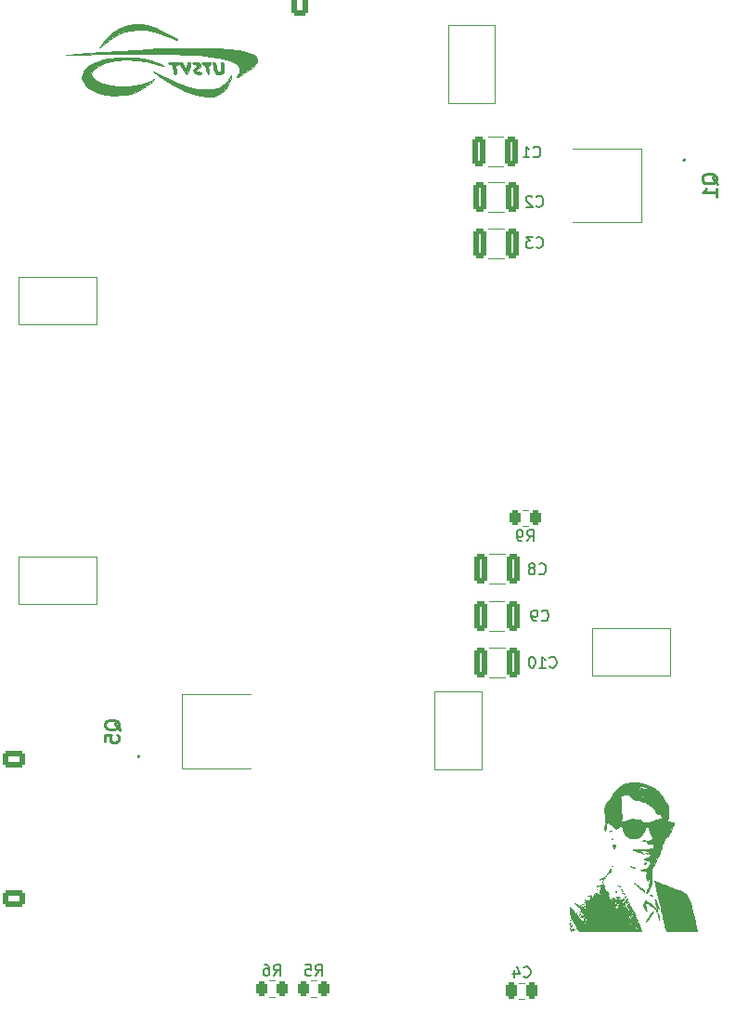
<source format=gbo>
G04 #@! TF.GenerationSoftware,KiCad,Pcbnew,8.0.1*
G04 #@! TF.CreationDate,2024-04-15T13:35:02-05:00*
G04 #@! TF.ProjectId,Power-Secondary,506f7765-722d-4536-9563-6f6e64617279,rev?*
G04 #@! TF.SameCoordinates,Original*
G04 #@! TF.FileFunction,Legend,Bot*
G04 #@! TF.FilePolarity,Positive*
%FSLAX46Y46*%
G04 Gerber Fmt 4.6, Leading zero omitted, Abs format (unit mm)*
G04 Created by KiCad (PCBNEW 8.0.1) date 2024-04-15 13:35:02*
%MOMM*%
%LPD*%
G01*
G04 APERTURE LIST*
G04 Aperture macros list*
%AMRoundRect*
0 Rectangle with rounded corners*
0 $1 Rounding radius*
0 $2 $3 $4 $5 $6 $7 $8 $9 X,Y pos of 4 corners*
0 Add a 4 corners polygon primitive as box body*
4,1,4,$2,$3,$4,$5,$6,$7,$8,$9,$2,$3,0*
0 Add four circle primitives for the rounded corners*
1,1,$1+$1,$2,$3*
1,1,$1+$1,$4,$5*
1,1,$1+$1,$6,$7*
1,1,$1+$1,$8,$9*
0 Add four rect primitives between the rounded corners*
20,1,$1+$1,$2,$3,$4,$5,0*
20,1,$1+$1,$4,$5,$6,$7,0*
20,1,$1+$1,$6,$7,$8,$9,0*
20,1,$1+$1,$8,$9,$2,$3,0*%
G04 Aperture macros list end*
%ADD10C,0.150000*%
%ADD11C,0.254000*%
%ADD12C,0.120000*%
%ADD13C,0.010000*%
%ADD14C,0.200000*%
%ADD15C,0.100000*%
%ADD16R,3.430000X3.780000*%
%ADD17C,3.000000*%
%ADD18R,2.085000X2.085000*%
%ADD19C,2.085000*%
%ADD20R,3.780000X3.430000*%
%ADD21C,2.780000*%
%ADD22C,1.270000*%
%ADD23RoundRect,0.250001X0.759999X-0.499999X0.759999X0.499999X-0.759999X0.499999X-0.759999X-0.499999X0*%
%ADD24O,2.020000X1.500000*%
%ADD25R,1.524000X1.524000*%
%ADD26C,1.524000*%
%ADD27RoundRect,0.250001X-0.499999X-0.759999X0.499999X-0.759999X0.499999X0.759999X-0.499999X0.759999X0*%
%ADD28O,1.500000X2.020000*%
%ADD29RoundRect,0.250000X-0.325000X-1.100000X0.325000X-1.100000X0.325000X1.100000X-0.325000X1.100000X0*%
%ADD30RoundRect,0.250000X0.262500X0.450000X-0.262500X0.450000X-0.262500X-0.450000X0.262500X-0.450000X0*%
%ADD31RoundRect,0.250000X0.250000X0.475000X-0.250000X0.475000X-0.250000X-0.475000X0.250000X-0.475000X0*%
%ADD32RoundRect,0.250000X-0.262500X-0.450000X0.262500X-0.450000X0.262500X0.450000X-0.262500X0.450000X0*%
%ADD33R,2.850000X1.250000*%
%ADD34R,6.500000X5.550000*%
G04 APERTURE END LIST*
D10*
X203166666Y-78859580D02*
X203214285Y-78907200D01*
X203214285Y-78907200D02*
X203357142Y-78954819D01*
X203357142Y-78954819D02*
X203452380Y-78954819D01*
X203452380Y-78954819D02*
X203595237Y-78907200D01*
X203595237Y-78907200D02*
X203690475Y-78811961D01*
X203690475Y-78811961D02*
X203738094Y-78716723D01*
X203738094Y-78716723D02*
X203785713Y-78526247D01*
X203785713Y-78526247D02*
X203785713Y-78383390D01*
X203785713Y-78383390D02*
X203738094Y-78192914D01*
X203738094Y-78192914D02*
X203690475Y-78097676D01*
X203690475Y-78097676D02*
X203595237Y-78002438D01*
X203595237Y-78002438D02*
X203452380Y-77954819D01*
X203452380Y-77954819D02*
X203357142Y-77954819D01*
X203357142Y-77954819D02*
X203214285Y-78002438D01*
X203214285Y-78002438D02*
X203166666Y-78050057D01*
X202595237Y-78383390D02*
X202690475Y-78335771D01*
X202690475Y-78335771D02*
X202738094Y-78288152D01*
X202738094Y-78288152D02*
X202785713Y-78192914D01*
X202785713Y-78192914D02*
X202785713Y-78145295D01*
X202785713Y-78145295D02*
X202738094Y-78050057D01*
X202738094Y-78050057D02*
X202690475Y-78002438D01*
X202690475Y-78002438D02*
X202595237Y-77954819D01*
X202595237Y-77954819D02*
X202404761Y-77954819D01*
X202404761Y-77954819D02*
X202309523Y-78002438D01*
X202309523Y-78002438D02*
X202261904Y-78050057D01*
X202261904Y-78050057D02*
X202214285Y-78145295D01*
X202214285Y-78145295D02*
X202214285Y-78192914D01*
X202214285Y-78192914D02*
X202261904Y-78288152D01*
X202261904Y-78288152D02*
X202309523Y-78335771D01*
X202309523Y-78335771D02*
X202404761Y-78383390D01*
X202404761Y-78383390D02*
X202595237Y-78383390D01*
X202595237Y-78383390D02*
X202690475Y-78431009D01*
X202690475Y-78431009D02*
X202738094Y-78478628D01*
X202738094Y-78478628D02*
X202785713Y-78573866D01*
X202785713Y-78573866D02*
X202785713Y-78764342D01*
X202785713Y-78764342D02*
X202738094Y-78859580D01*
X202738094Y-78859580D02*
X202690475Y-78907200D01*
X202690475Y-78907200D02*
X202595237Y-78954819D01*
X202595237Y-78954819D02*
X202404761Y-78954819D01*
X202404761Y-78954819D02*
X202309523Y-78907200D01*
X202309523Y-78907200D02*
X202261904Y-78859580D01*
X202261904Y-78859580D02*
X202214285Y-78764342D01*
X202214285Y-78764342D02*
X202214285Y-78573866D01*
X202214285Y-78573866D02*
X202261904Y-78478628D01*
X202261904Y-78478628D02*
X202309523Y-78431009D01*
X202309523Y-78431009D02*
X202404761Y-78383390D01*
X204142857Y-87359580D02*
X204190476Y-87407200D01*
X204190476Y-87407200D02*
X204333333Y-87454819D01*
X204333333Y-87454819D02*
X204428571Y-87454819D01*
X204428571Y-87454819D02*
X204571428Y-87407200D01*
X204571428Y-87407200D02*
X204666666Y-87311961D01*
X204666666Y-87311961D02*
X204714285Y-87216723D01*
X204714285Y-87216723D02*
X204761904Y-87026247D01*
X204761904Y-87026247D02*
X204761904Y-86883390D01*
X204761904Y-86883390D02*
X204714285Y-86692914D01*
X204714285Y-86692914D02*
X204666666Y-86597676D01*
X204666666Y-86597676D02*
X204571428Y-86502438D01*
X204571428Y-86502438D02*
X204428571Y-86454819D01*
X204428571Y-86454819D02*
X204333333Y-86454819D01*
X204333333Y-86454819D02*
X204190476Y-86502438D01*
X204190476Y-86502438D02*
X204142857Y-86550057D01*
X203190476Y-87454819D02*
X203761904Y-87454819D01*
X203476190Y-87454819D02*
X203476190Y-86454819D01*
X203476190Y-86454819D02*
X203571428Y-86597676D01*
X203571428Y-86597676D02*
X203666666Y-86692914D01*
X203666666Y-86692914D02*
X203761904Y-86740533D01*
X202571428Y-86454819D02*
X202476190Y-86454819D01*
X202476190Y-86454819D02*
X202380952Y-86502438D01*
X202380952Y-86502438D02*
X202333333Y-86550057D01*
X202333333Y-86550057D02*
X202285714Y-86645295D01*
X202285714Y-86645295D02*
X202238095Y-86835771D01*
X202238095Y-86835771D02*
X202238095Y-87073866D01*
X202238095Y-87073866D02*
X202285714Y-87264342D01*
X202285714Y-87264342D02*
X202333333Y-87359580D01*
X202333333Y-87359580D02*
X202380952Y-87407200D01*
X202380952Y-87407200D02*
X202476190Y-87454819D01*
X202476190Y-87454819D02*
X202571428Y-87454819D01*
X202571428Y-87454819D02*
X202666666Y-87407200D01*
X202666666Y-87407200D02*
X202714285Y-87359580D01*
X202714285Y-87359580D02*
X202761904Y-87264342D01*
X202761904Y-87264342D02*
X202809523Y-87073866D01*
X202809523Y-87073866D02*
X202809523Y-86835771D01*
X202809523Y-86835771D02*
X202761904Y-86645295D01*
X202761904Y-86645295D02*
X202714285Y-86550057D01*
X202714285Y-86550057D02*
X202666666Y-86502438D01*
X202666666Y-86502438D02*
X202571428Y-86454819D01*
X182766666Y-115504819D02*
X183099999Y-115028628D01*
X183338094Y-115504819D02*
X183338094Y-114504819D01*
X183338094Y-114504819D02*
X182957142Y-114504819D01*
X182957142Y-114504819D02*
X182861904Y-114552438D01*
X182861904Y-114552438D02*
X182814285Y-114600057D01*
X182814285Y-114600057D02*
X182766666Y-114695295D01*
X182766666Y-114695295D02*
X182766666Y-114838152D01*
X182766666Y-114838152D02*
X182814285Y-114933390D01*
X182814285Y-114933390D02*
X182861904Y-114981009D01*
X182861904Y-114981009D02*
X182957142Y-115028628D01*
X182957142Y-115028628D02*
X183338094Y-115028628D01*
X181861904Y-114504819D02*
X182338094Y-114504819D01*
X182338094Y-114504819D02*
X182385713Y-114981009D01*
X182385713Y-114981009D02*
X182338094Y-114933390D01*
X182338094Y-114933390D02*
X182242856Y-114885771D01*
X182242856Y-114885771D02*
X182004761Y-114885771D01*
X182004761Y-114885771D02*
X181909523Y-114933390D01*
X181909523Y-114933390D02*
X181861904Y-114981009D01*
X181861904Y-114981009D02*
X181814285Y-115076247D01*
X181814285Y-115076247D02*
X181814285Y-115314342D01*
X181814285Y-115314342D02*
X181861904Y-115409580D01*
X181861904Y-115409580D02*
X181909523Y-115457200D01*
X181909523Y-115457200D02*
X182004761Y-115504819D01*
X182004761Y-115504819D02*
X182242856Y-115504819D01*
X182242856Y-115504819D02*
X182338094Y-115457200D01*
X182338094Y-115457200D02*
X182385713Y-115409580D01*
X201766666Y-115579580D02*
X201814285Y-115627200D01*
X201814285Y-115627200D02*
X201957142Y-115674819D01*
X201957142Y-115674819D02*
X202052380Y-115674819D01*
X202052380Y-115674819D02*
X202195237Y-115627200D01*
X202195237Y-115627200D02*
X202290475Y-115531961D01*
X202290475Y-115531961D02*
X202338094Y-115436723D01*
X202338094Y-115436723D02*
X202385713Y-115246247D01*
X202385713Y-115246247D02*
X202385713Y-115103390D01*
X202385713Y-115103390D02*
X202338094Y-114912914D01*
X202338094Y-114912914D02*
X202290475Y-114817676D01*
X202290475Y-114817676D02*
X202195237Y-114722438D01*
X202195237Y-114722438D02*
X202052380Y-114674819D01*
X202052380Y-114674819D02*
X201957142Y-114674819D01*
X201957142Y-114674819D02*
X201814285Y-114722438D01*
X201814285Y-114722438D02*
X201766666Y-114770057D01*
X200909523Y-115008152D02*
X200909523Y-115674819D01*
X201147618Y-114627200D02*
X201385713Y-115341485D01*
X201385713Y-115341485D02*
X200766666Y-115341485D01*
X202079166Y-75904819D02*
X202412499Y-75428628D01*
X202650594Y-75904819D02*
X202650594Y-74904819D01*
X202650594Y-74904819D02*
X202269642Y-74904819D01*
X202269642Y-74904819D02*
X202174404Y-74952438D01*
X202174404Y-74952438D02*
X202126785Y-75000057D01*
X202126785Y-75000057D02*
X202079166Y-75095295D01*
X202079166Y-75095295D02*
X202079166Y-75238152D01*
X202079166Y-75238152D02*
X202126785Y-75333390D01*
X202126785Y-75333390D02*
X202174404Y-75381009D01*
X202174404Y-75381009D02*
X202269642Y-75428628D01*
X202269642Y-75428628D02*
X202650594Y-75428628D01*
X201602975Y-75904819D02*
X201412499Y-75904819D01*
X201412499Y-75904819D02*
X201317261Y-75857200D01*
X201317261Y-75857200D02*
X201269642Y-75809580D01*
X201269642Y-75809580D02*
X201174404Y-75666723D01*
X201174404Y-75666723D02*
X201126785Y-75476247D01*
X201126785Y-75476247D02*
X201126785Y-75095295D01*
X201126785Y-75095295D02*
X201174404Y-75000057D01*
X201174404Y-75000057D02*
X201222023Y-74952438D01*
X201222023Y-74952438D02*
X201317261Y-74904819D01*
X201317261Y-74904819D02*
X201507737Y-74904819D01*
X201507737Y-74904819D02*
X201602975Y-74952438D01*
X201602975Y-74952438D02*
X201650594Y-75000057D01*
X201650594Y-75000057D02*
X201698213Y-75095295D01*
X201698213Y-75095295D02*
X201698213Y-75333390D01*
X201698213Y-75333390D02*
X201650594Y-75428628D01*
X201650594Y-75428628D02*
X201602975Y-75476247D01*
X201602975Y-75476247D02*
X201507737Y-75523866D01*
X201507737Y-75523866D02*
X201317261Y-75523866D01*
X201317261Y-75523866D02*
X201222023Y-75476247D01*
X201222023Y-75476247D02*
X201174404Y-75428628D01*
X201174404Y-75428628D02*
X201126785Y-75333390D01*
X203416666Y-83109580D02*
X203464285Y-83157200D01*
X203464285Y-83157200D02*
X203607142Y-83204819D01*
X203607142Y-83204819D02*
X203702380Y-83204819D01*
X203702380Y-83204819D02*
X203845237Y-83157200D01*
X203845237Y-83157200D02*
X203940475Y-83061961D01*
X203940475Y-83061961D02*
X203988094Y-82966723D01*
X203988094Y-82966723D02*
X204035713Y-82776247D01*
X204035713Y-82776247D02*
X204035713Y-82633390D01*
X204035713Y-82633390D02*
X203988094Y-82442914D01*
X203988094Y-82442914D02*
X203940475Y-82347676D01*
X203940475Y-82347676D02*
X203845237Y-82252438D01*
X203845237Y-82252438D02*
X203702380Y-82204819D01*
X203702380Y-82204819D02*
X203607142Y-82204819D01*
X203607142Y-82204819D02*
X203464285Y-82252438D01*
X203464285Y-82252438D02*
X203416666Y-82300057D01*
X202940475Y-83204819D02*
X202749999Y-83204819D01*
X202749999Y-83204819D02*
X202654761Y-83157200D01*
X202654761Y-83157200D02*
X202607142Y-83109580D01*
X202607142Y-83109580D02*
X202511904Y-82966723D01*
X202511904Y-82966723D02*
X202464285Y-82776247D01*
X202464285Y-82776247D02*
X202464285Y-82395295D01*
X202464285Y-82395295D02*
X202511904Y-82300057D01*
X202511904Y-82300057D02*
X202559523Y-82252438D01*
X202559523Y-82252438D02*
X202654761Y-82204819D01*
X202654761Y-82204819D02*
X202845237Y-82204819D01*
X202845237Y-82204819D02*
X202940475Y-82252438D01*
X202940475Y-82252438D02*
X202988094Y-82300057D01*
X202988094Y-82300057D02*
X203035713Y-82395295D01*
X203035713Y-82395295D02*
X203035713Y-82633390D01*
X203035713Y-82633390D02*
X202988094Y-82728628D01*
X202988094Y-82728628D02*
X202940475Y-82776247D01*
X202940475Y-82776247D02*
X202845237Y-82823866D01*
X202845237Y-82823866D02*
X202654761Y-82823866D01*
X202654761Y-82823866D02*
X202559523Y-82776247D01*
X202559523Y-82776247D02*
X202511904Y-82728628D01*
X202511904Y-82728628D02*
X202464285Y-82633390D01*
X202916666Y-49109580D02*
X202964285Y-49157200D01*
X202964285Y-49157200D02*
X203107142Y-49204819D01*
X203107142Y-49204819D02*
X203202380Y-49204819D01*
X203202380Y-49204819D02*
X203345237Y-49157200D01*
X203345237Y-49157200D02*
X203440475Y-49061961D01*
X203440475Y-49061961D02*
X203488094Y-48966723D01*
X203488094Y-48966723D02*
X203535713Y-48776247D01*
X203535713Y-48776247D02*
X203535713Y-48633390D01*
X203535713Y-48633390D02*
X203488094Y-48442914D01*
X203488094Y-48442914D02*
X203440475Y-48347676D01*
X203440475Y-48347676D02*
X203345237Y-48252438D01*
X203345237Y-48252438D02*
X203202380Y-48204819D01*
X203202380Y-48204819D02*
X203107142Y-48204819D01*
X203107142Y-48204819D02*
X202964285Y-48252438D01*
X202964285Y-48252438D02*
X202916666Y-48300057D01*
X202583332Y-48204819D02*
X201964285Y-48204819D01*
X201964285Y-48204819D02*
X202297618Y-48585771D01*
X202297618Y-48585771D02*
X202154761Y-48585771D01*
X202154761Y-48585771D02*
X202059523Y-48633390D01*
X202059523Y-48633390D02*
X202011904Y-48681009D01*
X202011904Y-48681009D02*
X201964285Y-48776247D01*
X201964285Y-48776247D02*
X201964285Y-49014342D01*
X201964285Y-49014342D02*
X202011904Y-49109580D01*
X202011904Y-49109580D02*
X202059523Y-49157200D01*
X202059523Y-49157200D02*
X202154761Y-49204819D01*
X202154761Y-49204819D02*
X202440475Y-49204819D01*
X202440475Y-49204819D02*
X202535713Y-49157200D01*
X202535713Y-49157200D02*
X202583332Y-49109580D01*
D11*
X164945270Y-93129047D02*
X164884794Y-93008095D01*
X164884794Y-93008095D02*
X164763842Y-92887142D01*
X164763842Y-92887142D02*
X164582413Y-92705714D01*
X164582413Y-92705714D02*
X164521937Y-92584761D01*
X164521937Y-92584761D02*
X164521937Y-92463809D01*
X164824318Y-92524285D02*
X164763842Y-92403333D01*
X164763842Y-92403333D02*
X164642889Y-92282380D01*
X164642889Y-92282380D02*
X164400984Y-92221904D01*
X164400984Y-92221904D02*
X163977651Y-92221904D01*
X163977651Y-92221904D02*
X163735746Y-92282380D01*
X163735746Y-92282380D02*
X163614794Y-92403333D01*
X163614794Y-92403333D02*
X163554318Y-92524285D01*
X163554318Y-92524285D02*
X163554318Y-92766190D01*
X163554318Y-92766190D02*
X163614794Y-92887142D01*
X163614794Y-92887142D02*
X163735746Y-93008095D01*
X163735746Y-93008095D02*
X163977651Y-93068571D01*
X163977651Y-93068571D02*
X164400984Y-93068571D01*
X164400984Y-93068571D02*
X164642889Y-93008095D01*
X164642889Y-93008095D02*
X164763842Y-92887142D01*
X164763842Y-92887142D02*
X164824318Y-92766190D01*
X164824318Y-92766190D02*
X164824318Y-92524285D01*
X163554318Y-94217618D02*
X163554318Y-93612856D01*
X163554318Y-93612856D02*
X164159080Y-93552380D01*
X164159080Y-93552380D02*
X164098603Y-93612856D01*
X164098603Y-93612856D02*
X164038127Y-93733809D01*
X164038127Y-93733809D02*
X164038127Y-94036190D01*
X164038127Y-94036190D02*
X164098603Y-94157142D01*
X164098603Y-94157142D02*
X164159080Y-94217618D01*
X164159080Y-94217618D02*
X164280032Y-94278095D01*
X164280032Y-94278095D02*
X164582413Y-94278095D01*
X164582413Y-94278095D02*
X164703365Y-94217618D01*
X164703365Y-94217618D02*
X164763842Y-94157142D01*
X164763842Y-94157142D02*
X164824318Y-94036190D01*
X164824318Y-94036190D02*
X164824318Y-93733809D01*
X164824318Y-93733809D02*
X164763842Y-93612856D01*
X164763842Y-93612856D02*
X164703365Y-93552380D01*
X219445270Y-43379047D02*
X219384794Y-43258095D01*
X219384794Y-43258095D02*
X219263842Y-43137142D01*
X219263842Y-43137142D02*
X219082413Y-42955714D01*
X219082413Y-42955714D02*
X219021937Y-42834761D01*
X219021937Y-42834761D02*
X219021937Y-42713809D01*
X219324318Y-42774285D02*
X219263842Y-42653333D01*
X219263842Y-42653333D02*
X219142889Y-42532380D01*
X219142889Y-42532380D02*
X218900984Y-42471904D01*
X218900984Y-42471904D02*
X218477651Y-42471904D01*
X218477651Y-42471904D02*
X218235746Y-42532380D01*
X218235746Y-42532380D02*
X218114794Y-42653333D01*
X218114794Y-42653333D02*
X218054318Y-42774285D01*
X218054318Y-42774285D02*
X218054318Y-43016190D01*
X218054318Y-43016190D02*
X218114794Y-43137142D01*
X218114794Y-43137142D02*
X218235746Y-43258095D01*
X218235746Y-43258095D02*
X218477651Y-43318571D01*
X218477651Y-43318571D02*
X218900984Y-43318571D01*
X218900984Y-43318571D02*
X219142889Y-43258095D01*
X219142889Y-43258095D02*
X219263842Y-43137142D01*
X219263842Y-43137142D02*
X219324318Y-43016190D01*
X219324318Y-43016190D02*
X219324318Y-42774285D01*
X219324318Y-44528095D02*
X219324318Y-43802380D01*
X219324318Y-44165237D02*
X218054318Y-44165237D01*
X218054318Y-44165237D02*
X218235746Y-44044285D01*
X218235746Y-44044285D02*
X218356699Y-43923333D01*
X218356699Y-43923333D02*
X218417175Y-43802380D01*
D10*
X202666666Y-40859580D02*
X202714285Y-40907200D01*
X202714285Y-40907200D02*
X202857142Y-40954819D01*
X202857142Y-40954819D02*
X202952380Y-40954819D01*
X202952380Y-40954819D02*
X203095237Y-40907200D01*
X203095237Y-40907200D02*
X203190475Y-40811961D01*
X203190475Y-40811961D02*
X203238094Y-40716723D01*
X203238094Y-40716723D02*
X203285713Y-40526247D01*
X203285713Y-40526247D02*
X203285713Y-40383390D01*
X203285713Y-40383390D02*
X203238094Y-40192914D01*
X203238094Y-40192914D02*
X203190475Y-40097676D01*
X203190475Y-40097676D02*
X203095237Y-40002438D01*
X203095237Y-40002438D02*
X202952380Y-39954819D01*
X202952380Y-39954819D02*
X202857142Y-39954819D01*
X202857142Y-39954819D02*
X202714285Y-40002438D01*
X202714285Y-40002438D02*
X202666666Y-40050057D01*
X201714285Y-40954819D02*
X202285713Y-40954819D01*
X201999999Y-40954819D02*
X201999999Y-39954819D01*
X201999999Y-39954819D02*
X202095237Y-40097676D01*
X202095237Y-40097676D02*
X202190475Y-40192914D01*
X202190475Y-40192914D02*
X202285713Y-40240533D01*
X178954166Y-115494819D02*
X179287499Y-115018628D01*
X179525594Y-115494819D02*
X179525594Y-114494819D01*
X179525594Y-114494819D02*
X179144642Y-114494819D01*
X179144642Y-114494819D02*
X179049404Y-114542438D01*
X179049404Y-114542438D02*
X179001785Y-114590057D01*
X179001785Y-114590057D02*
X178954166Y-114685295D01*
X178954166Y-114685295D02*
X178954166Y-114828152D01*
X178954166Y-114828152D02*
X179001785Y-114923390D01*
X179001785Y-114923390D02*
X179049404Y-114971009D01*
X179049404Y-114971009D02*
X179144642Y-115018628D01*
X179144642Y-115018628D02*
X179525594Y-115018628D01*
X178097023Y-114494819D02*
X178287499Y-114494819D01*
X178287499Y-114494819D02*
X178382737Y-114542438D01*
X178382737Y-114542438D02*
X178430356Y-114590057D01*
X178430356Y-114590057D02*
X178525594Y-114732914D01*
X178525594Y-114732914D02*
X178573213Y-114923390D01*
X178573213Y-114923390D02*
X178573213Y-115304342D01*
X178573213Y-115304342D02*
X178525594Y-115399580D01*
X178525594Y-115399580D02*
X178477975Y-115447200D01*
X178477975Y-115447200D02*
X178382737Y-115494819D01*
X178382737Y-115494819D02*
X178192261Y-115494819D01*
X178192261Y-115494819D02*
X178097023Y-115447200D01*
X178097023Y-115447200D02*
X178049404Y-115399580D01*
X178049404Y-115399580D02*
X178001785Y-115304342D01*
X178001785Y-115304342D02*
X178001785Y-115066247D01*
X178001785Y-115066247D02*
X178049404Y-114971009D01*
X178049404Y-114971009D02*
X178097023Y-114923390D01*
X178097023Y-114923390D02*
X178192261Y-114875771D01*
X178192261Y-114875771D02*
X178382737Y-114875771D01*
X178382737Y-114875771D02*
X178477975Y-114923390D01*
X178477975Y-114923390D02*
X178525594Y-114971009D01*
X178525594Y-114971009D02*
X178573213Y-115066247D01*
X202916666Y-45359580D02*
X202964285Y-45407200D01*
X202964285Y-45407200D02*
X203107142Y-45454819D01*
X203107142Y-45454819D02*
X203202380Y-45454819D01*
X203202380Y-45454819D02*
X203345237Y-45407200D01*
X203345237Y-45407200D02*
X203440475Y-45311961D01*
X203440475Y-45311961D02*
X203488094Y-45216723D01*
X203488094Y-45216723D02*
X203535713Y-45026247D01*
X203535713Y-45026247D02*
X203535713Y-44883390D01*
X203535713Y-44883390D02*
X203488094Y-44692914D01*
X203488094Y-44692914D02*
X203440475Y-44597676D01*
X203440475Y-44597676D02*
X203345237Y-44502438D01*
X203345237Y-44502438D02*
X203202380Y-44454819D01*
X203202380Y-44454819D02*
X203107142Y-44454819D01*
X203107142Y-44454819D02*
X202964285Y-44502438D01*
X202964285Y-44502438D02*
X202916666Y-44550057D01*
X202535713Y-44550057D02*
X202488094Y-44502438D01*
X202488094Y-44502438D02*
X202392856Y-44454819D01*
X202392856Y-44454819D02*
X202154761Y-44454819D01*
X202154761Y-44454819D02*
X202059523Y-44502438D01*
X202059523Y-44502438D02*
X202011904Y-44550057D01*
X202011904Y-44550057D02*
X201964285Y-44645295D01*
X201964285Y-44645295D02*
X201964285Y-44740533D01*
X201964285Y-44740533D02*
X202011904Y-44883390D01*
X202011904Y-44883390D02*
X202583332Y-45454819D01*
X202583332Y-45454819D02*
X201964285Y-45454819D01*
D12*
X208025000Y-83850000D02*
X208025000Y-88150000D01*
X208025000Y-88150000D02*
X215155000Y-88150000D01*
X215155000Y-83850000D02*
X208025000Y-83850000D01*
X215155000Y-88150000D02*
X215155000Y-83850000D01*
X155655000Y-77345000D02*
X155655000Y-81645000D01*
X155655000Y-81645000D02*
X162785000Y-81645000D01*
X162785000Y-77345000D02*
X155655000Y-77345000D01*
X162785000Y-81645000D02*
X162785000Y-77345000D01*
X193600000Y-89585000D02*
X193600000Y-96715000D01*
X193600000Y-96715000D02*
X197900000Y-96715000D01*
X197900000Y-89585000D02*
X193600000Y-89585000D01*
X197900000Y-96715000D02*
X197900000Y-89585000D01*
X155660000Y-51850000D02*
X155660000Y-56150000D01*
X155660000Y-56150000D02*
X162790000Y-56150000D01*
X162790000Y-51850000D02*
X155660000Y-51850000D01*
X162790000Y-56150000D02*
X162790000Y-51850000D01*
X194855000Y-28905000D02*
X194855000Y-36035000D01*
X194855000Y-36035000D02*
X199155000Y-36035000D01*
X199155000Y-28905000D02*
X194855000Y-28905000D01*
X199155000Y-36035000D02*
X199155000Y-28905000D01*
X200036252Y-77040000D02*
X198613748Y-77040000D01*
X200036252Y-79760000D02*
X198613748Y-79760000D01*
X200036252Y-85640000D02*
X198613748Y-85640000D01*
X200036252Y-88360000D02*
X198613748Y-88360000D01*
X182372936Y-115965000D02*
X182827064Y-115965000D01*
X182372936Y-117435000D02*
X182827064Y-117435000D01*
X201338748Y-116165000D02*
X201861252Y-116165000D01*
X201338748Y-117635000D02*
X201861252Y-117635000D01*
X202139564Y-73065000D02*
X201685436Y-73065000D01*
X202139564Y-74535000D02*
X201685436Y-74535000D01*
X200011252Y-81390000D02*
X198588748Y-81390000D01*
X200011252Y-84110000D02*
X198588748Y-84110000D01*
D13*
X206843429Y-109961000D02*
X206825286Y-109979143D01*
X206807143Y-109961000D01*
X206825286Y-109942857D01*
X206843429Y-109961000D01*
G36*
X206843429Y-109961000D02*
G01*
X206825286Y-109979143D01*
X206807143Y-109961000D01*
X206825286Y-109942857D01*
X206843429Y-109961000D01*
G37*
X206879715Y-109670715D02*
X206861572Y-109688857D01*
X206843429Y-109670715D01*
X206861572Y-109652572D01*
X206879715Y-109670715D01*
G36*
X206879715Y-109670715D02*
G01*
X206861572Y-109688857D01*
X206843429Y-109670715D01*
X206861572Y-109652572D01*
X206879715Y-109670715D01*
G37*
X206916000Y-109888429D02*
X206897857Y-109906572D01*
X206879715Y-109888429D01*
X206897857Y-109870286D01*
X206916000Y-109888429D01*
G36*
X206916000Y-109888429D02*
G01*
X206897857Y-109906572D01*
X206879715Y-109888429D01*
X206897857Y-109870286D01*
X206916000Y-109888429D01*
G37*
X206988572Y-109090143D02*
X206970429Y-109108286D01*
X206952286Y-109090143D01*
X206970429Y-109072000D01*
X206988572Y-109090143D01*
G36*
X206988572Y-109090143D02*
G01*
X206970429Y-109108286D01*
X206952286Y-109090143D01*
X206970429Y-109072000D01*
X206988572Y-109090143D01*
G37*
X206988572Y-110178715D02*
X206970429Y-110196857D01*
X206952286Y-110178715D01*
X206970429Y-110160572D01*
X206988572Y-110178715D01*
G36*
X206988572Y-110178715D02*
G01*
X206970429Y-110196857D01*
X206952286Y-110178715D01*
X206970429Y-110160572D01*
X206988572Y-110178715D01*
G37*
X207061143Y-109707000D02*
X207043000Y-109725143D01*
X207024857Y-109707000D01*
X207043000Y-109688857D01*
X207061143Y-109707000D01*
G36*
X207061143Y-109707000D02*
G01*
X207043000Y-109725143D01*
X207024857Y-109707000D01*
X207043000Y-109688857D01*
X207061143Y-109707000D01*
G37*
X208222286Y-108074143D02*
X208204143Y-108092286D01*
X208186000Y-108074143D01*
X208204143Y-108056000D01*
X208222286Y-108074143D01*
G36*
X208222286Y-108074143D02*
G01*
X208204143Y-108092286D01*
X208186000Y-108074143D01*
X208204143Y-108056000D01*
X208222286Y-108074143D01*
G37*
X208440000Y-107638715D02*
X208421857Y-107656858D01*
X208403714Y-107638715D01*
X208421857Y-107620572D01*
X208440000Y-107638715D01*
G36*
X208440000Y-107638715D02*
G01*
X208421857Y-107656858D01*
X208403714Y-107638715D01*
X208421857Y-107620572D01*
X208440000Y-107638715D01*
G37*
X208694000Y-106767858D02*
X208675857Y-106786000D01*
X208657714Y-106767858D01*
X208675857Y-106749715D01*
X208694000Y-106767858D01*
G36*
X208694000Y-106767858D02*
G01*
X208675857Y-106786000D01*
X208657714Y-106767858D01*
X208675857Y-106749715D01*
X208694000Y-106767858D01*
G37*
X209238286Y-106477572D02*
X209220143Y-106495715D01*
X209202000Y-106477572D01*
X209220143Y-106459429D01*
X209238286Y-106477572D01*
G36*
X209238286Y-106477572D02*
G01*
X209220143Y-106495715D01*
X209202000Y-106477572D01*
X209220143Y-106459429D01*
X209238286Y-106477572D01*
G37*
X209238286Y-106622715D02*
X209220143Y-106640858D01*
X209202000Y-106622715D01*
X209220143Y-106604572D01*
X209238286Y-106622715D01*
G36*
X209238286Y-106622715D02*
G01*
X209220143Y-106640858D01*
X209202000Y-106622715D01*
X209220143Y-106604572D01*
X209238286Y-106622715D01*
G37*
X209419714Y-108183000D02*
X209401572Y-108201143D01*
X209383429Y-108183000D01*
X209401572Y-108164858D01*
X209419714Y-108183000D01*
G36*
X209419714Y-108183000D02*
G01*
X209401572Y-108201143D01*
X209383429Y-108183000D01*
X209401572Y-108164858D01*
X209419714Y-108183000D01*
G37*
X209746286Y-105897000D02*
X209728143Y-105915143D01*
X209710000Y-105897000D01*
X209728143Y-105878857D01*
X209746286Y-105897000D01*
G36*
X209746286Y-105897000D02*
G01*
X209728143Y-105915143D01*
X209710000Y-105897000D01*
X209728143Y-105878857D01*
X209746286Y-105897000D01*
G37*
X209855143Y-105534143D02*
X209837000Y-105552286D01*
X209818857Y-105534143D01*
X209837000Y-105516000D01*
X209855143Y-105534143D01*
G36*
X209855143Y-105534143D02*
G01*
X209837000Y-105552286D01*
X209818857Y-105534143D01*
X209837000Y-105516000D01*
X209855143Y-105534143D01*
G37*
X210181715Y-107820143D02*
X210163572Y-107838286D01*
X210145429Y-107820143D01*
X210163572Y-107802000D01*
X210181715Y-107820143D01*
G36*
X210181715Y-107820143D02*
G01*
X210163572Y-107838286D01*
X210145429Y-107820143D01*
X210163572Y-107802000D01*
X210181715Y-107820143D01*
G37*
X210544572Y-107348429D02*
X210526429Y-107366572D01*
X210508286Y-107348429D01*
X210526429Y-107330286D01*
X210544572Y-107348429D01*
G36*
X210544572Y-107348429D02*
G01*
X210526429Y-107366572D01*
X210508286Y-107348429D01*
X210526429Y-107330286D01*
X210544572Y-107348429D01*
G37*
X210689715Y-109017572D02*
X210671572Y-109035715D01*
X210653429Y-109017572D01*
X210671572Y-108999429D01*
X210689715Y-109017572D01*
G36*
X210689715Y-109017572D02*
G01*
X210671572Y-109035715D01*
X210653429Y-109017572D01*
X210671572Y-108999429D01*
X210689715Y-109017572D01*
G37*
X210726000Y-108799857D02*
X210707857Y-108818000D01*
X210689715Y-108799857D01*
X210707857Y-108781715D01*
X210726000Y-108799857D01*
G36*
X210726000Y-108799857D02*
G01*
X210707857Y-108818000D01*
X210689715Y-108799857D01*
X210707857Y-108781715D01*
X210726000Y-108799857D01*
G37*
X210798572Y-107965286D02*
X210780429Y-107983429D01*
X210762286Y-107965286D01*
X210780429Y-107947143D01*
X210798572Y-107965286D01*
G36*
X210798572Y-107965286D02*
G01*
X210780429Y-107983429D01*
X210762286Y-107965286D01*
X210780429Y-107947143D01*
X210798572Y-107965286D01*
G37*
X211016286Y-108364429D02*
X210998143Y-108382572D01*
X210980000Y-108364429D01*
X210998143Y-108346286D01*
X211016286Y-108364429D01*
G36*
X211016286Y-108364429D02*
G01*
X210998143Y-108382572D01*
X210980000Y-108364429D01*
X210998143Y-108346286D01*
X211016286Y-108364429D01*
G37*
X211596857Y-110033572D02*
X211578715Y-110051715D01*
X211560572Y-110033572D01*
X211578715Y-110015429D01*
X211596857Y-110033572D01*
G36*
X211596857Y-110033572D02*
G01*
X211578715Y-110051715D01*
X211560572Y-110033572D01*
X211578715Y-110015429D01*
X211596857Y-110033572D01*
G37*
X211887143Y-107094429D02*
X211869000Y-107112572D01*
X211850857Y-107094429D01*
X211869000Y-107076286D01*
X211887143Y-107094429D01*
G36*
X211887143Y-107094429D02*
G01*
X211869000Y-107112572D01*
X211850857Y-107094429D01*
X211869000Y-107076286D01*
X211887143Y-107094429D01*
G37*
X212758000Y-98603572D02*
X212739857Y-98621715D01*
X212721715Y-98603572D01*
X212739857Y-98585429D01*
X212758000Y-98603572D01*
G36*
X212758000Y-98603572D02*
G01*
X212739857Y-98621715D01*
X212721715Y-98603572D01*
X212739857Y-98585429D01*
X212758000Y-98603572D01*
G37*
X205996762Y-109229238D02*
X206002439Y-109240153D01*
X205972572Y-109253429D01*
X205953362Y-109250810D01*
X205948381Y-109229238D01*
X205953699Y-109224896D01*
X205996762Y-109229238D01*
G36*
X205996762Y-109229238D02*
G01*
X206002439Y-109240153D01*
X205972572Y-109253429D01*
X205953362Y-109250810D01*
X205948381Y-109229238D01*
X205953699Y-109224896D01*
X205996762Y-109229238D01*
G37*
X205972572Y-110922572D02*
X205969953Y-110941781D01*
X205948381Y-110946762D01*
X205944038Y-110941444D01*
X205948381Y-110898381D01*
X205959295Y-110892705D01*
X205972572Y-110922572D01*
G36*
X205972572Y-110922572D02*
G01*
X205969953Y-110941781D01*
X205948381Y-110946762D01*
X205944038Y-110941444D01*
X205948381Y-110898381D01*
X205959295Y-110892705D01*
X205972572Y-110922572D01*
G37*
X205972572Y-111140286D02*
X205969953Y-111159496D01*
X205948381Y-111164477D01*
X205944038Y-111159158D01*
X205948381Y-111116096D01*
X205959295Y-111110419D01*
X205972572Y-111140286D01*
G36*
X205972572Y-111140286D02*
G01*
X205969953Y-111159496D01*
X205948381Y-111164477D01*
X205944038Y-111159158D01*
X205948381Y-111116096D01*
X205959295Y-111110419D01*
X205972572Y-111140286D01*
G37*
X205972572Y-111285429D02*
X205969953Y-111304638D01*
X205948381Y-111309619D01*
X205944038Y-111304301D01*
X205948381Y-111261238D01*
X205959295Y-111255562D01*
X205972572Y-111285429D01*
G36*
X205972572Y-111285429D02*
G01*
X205969953Y-111304638D01*
X205948381Y-111309619D01*
X205944038Y-111304301D01*
X205948381Y-111261238D01*
X205959295Y-111255562D01*
X205972572Y-111285429D01*
G37*
X206045143Y-110450857D02*
X206042524Y-110470067D01*
X206020953Y-110475048D01*
X206016610Y-110469730D01*
X206020953Y-110426667D01*
X206031867Y-110420990D01*
X206045143Y-110450857D01*
G36*
X206045143Y-110450857D02*
G01*
X206042524Y-110470067D01*
X206020953Y-110475048D01*
X206016610Y-110469730D01*
X206020953Y-110426667D01*
X206031867Y-110420990D01*
X206045143Y-110450857D01*
G37*
X207665905Y-108249524D02*
X207671582Y-108260438D01*
X207641715Y-108273715D01*
X207622505Y-108271096D01*
X207617524Y-108249524D01*
X207622842Y-108245181D01*
X207665905Y-108249524D01*
G36*
X207665905Y-108249524D02*
G01*
X207671582Y-108260438D01*
X207641715Y-108273715D01*
X207622505Y-108271096D01*
X207617524Y-108249524D01*
X207622842Y-108245181D01*
X207665905Y-108249524D01*
G37*
X208519375Y-107341785D02*
X208536171Y-107354845D01*
X208497453Y-107363707D01*
X208460649Y-107361141D01*
X208449828Y-107344649D01*
X208462665Y-107337459D01*
X208519375Y-107341785D01*
G36*
X208519375Y-107341785D02*
G01*
X208536171Y-107354845D01*
X208497453Y-107363707D01*
X208460649Y-107361141D01*
X208449828Y-107344649D01*
X208462665Y-107337459D01*
X208519375Y-107341785D01*
G37*
X208984286Y-107040000D02*
X208981667Y-107059210D01*
X208960095Y-107064191D01*
X208955753Y-107058873D01*
X208960095Y-107015810D01*
X208971010Y-107010133D01*
X208984286Y-107040000D01*
G36*
X208984286Y-107040000D02*
G01*
X208981667Y-107059210D01*
X208960095Y-107064191D01*
X208955753Y-107058873D01*
X208960095Y-107015810D01*
X208971010Y-107010133D01*
X208984286Y-107040000D01*
G37*
X209825661Y-103023785D02*
X209842456Y-103036845D01*
X209803738Y-103045707D01*
X209766935Y-103043141D01*
X209756113Y-103026649D01*
X209768951Y-103019459D01*
X209825661Y-103023785D01*
G36*
X209825661Y-103023785D02*
G01*
X209842456Y-103036845D01*
X209803738Y-103045707D01*
X209766935Y-103043141D01*
X209756113Y-103026649D01*
X209768951Y-103019459D01*
X209825661Y-103023785D01*
G37*
X210224804Y-108539213D02*
X210241599Y-108552274D01*
X210202881Y-108561136D01*
X210166078Y-108558570D01*
X210155256Y-108542078D01*
X210168094Y-108534887D01*
X210224804Y-108539213D01*
G36*
X210224804Y-108539213D02*
G01*
X210241599Y-108552274D01*
X210202881Y-108561136D01*
X210166078Y-108558570D01*
X210155256Y-108542078D01*
X210168094Y-108534887D01*
X210224804Y-108539213D01*
G37*
X210205905Y-107886667D02*
X210211582Y-107897581D01*
X210181715Y-107910858D01*
X210162505Y-107908239D01*
X210157524Y-107886667D01*
X210162842Y-107882324D01*
X210205905Y-107886667D01*
G36*
X210205905Y-107886667D02*
G01*
X210211582Y-107897581D01*
X210181715Y-107910858D01*
X210162505Y-107908239D01*
X210157524Y-107886667D01*
X210162842Y-107882324D01*
X210205905Y-107886667D01*
G37*
X210408500Y-107269969D02*
X210414655Y-107282569D01*
X210363143Y-107288271D01*
X210313228Y-107283213D01*
X210317786Y-107269969D01*
X210334211Y-107265176D01*
X210408500Y-107269969D01*
G36*
X210408500Y-107269969D02*
G01*
X210414655Y-107282569D01*
X210363143Y-107288271D01*
X210313228Y-107283213D01*
X210317786Y-107269969D01*
X210334211Y-107265176D01*
X210408500Y-107269969D01*
G37*
X210786476Y-108902667D02*
X210792153Y-108913581D01*
X210762286Y-108926857D01*
X210743076Y-108924239D01*
X210738095Y-108902667D01*
X210743414Y-108898324D01*
X210786476Y-108902667D01*
G36*
X210786476Y-108902667D02*
G01*
X210792153Y-108913581D01*
X210762286Y-108926857D01*
X210743076Y-108924239D01*
X210738095Y-108902667D01*
X210743414Y-108898324D01*
X210786476Y-108902667D01*
G37*
X210871143Y-108527715D02*
X210868524Y-108546924D01*
X210846953Y-108551905D01*
X210842610Y-108546587D01*
X210846953Y-108503524D01*
X210857867Y-108497847D01*
X210871143Y-108527715D01*
G36*
X210871143Y-108527715D02*
G01*
X210868524Y-108546924D01*
X210846953Y-108551905D01*
X210842610Y-108546587D01*
X210846953Y-108503524D01*
X210857867Y-108497847D01*
X210871143Y-108527715D01*
G37*
X211004191Y-109120381D02*
X211009867Y-109131295D01*
X210980000Y-109144572D01*
X210960791Y-109141953D01*
X210955810Y-109120381D01*
X210961128Y-109116039D01*
X211004191Y-109120381D01*
G36*
X211004191Y-109120381D02*
G01*
X211009867Y-109131295D01*
X210980000Y-109144572D01*
X210960791Y-109141953D01*
X210955810Y-109120381D01*
X210961128Y-109116039D01*
X211004191Y-109120381D01*
G37*
X211052572Y-108273715D02*
X211049953Y-108292924D01*
X211028381Y-108297905D01*
X211024038Y-108292587D01*
X211028381Y-108249524D01*
X211039295Y-108243847D01*
X211052572Y-108273715D01*
G36*
X211052572Y-108273715D02*
G01*
X211049953Y-108292924D01*
X211028381Y-108297905D01*
X211024038Y-108292587D01*
X211028381Y-108249524D01*
X211039295Y-108243847D01*
X211052572Y-108273715D01*
G37*
X211330762Y-108793810D02*
X211336439Y-108804724D01*
X211306572Y-108818000D01*
X211287362Y-108815382D01*
X211282381Y-108793810D01*
X211287699Y-108789467D01*
X211330762Y-108793810D01*
G36*
X211330762Y-108793810D02*
G01*
X211336439Y-108804724D01*
X211306572Y-108818000D01*
X211287362Y-108815382D01*
X211282381Y-108793810D01*
X211287699Y-108789467D01*
X211330762Y-108793810D01*
G37*
X212165334Y-111152381D02*
X212171010Y-111163295D01*
X212141143Y-111176572D01*
X212121934Y-111173953D01*
X212116953Y-111152381D01*
X212122271Y-111148039D01*
X212165334Y-111152381D01*
G36*
X212165334Y-111152381D02*
G01*
X212171010Y-111163295D01*
X212141143Y-111176572D01*
X212121934Y-111173953D01*
X212116953Y-111152381D01*
X212122271Y-111148039D01*
X212165334Y-111152381D01*
G37*
X212745905Y-104403238D02*
X212751582Y-104414153D01*
X212721715Y-104427429D01*
X212702505Y-104424810D01*
X212697524Y-104403238D01*
X212702842Y-104398896D01*
X212745905Y-104403238D01*
G36*
X212745905Y-104403238D02*
G01*
X212751582Y-104414153D01*
X212721715Y-104427429D01*
X212702505Y-104424810D01*
X212697524Y-104403238D01*
X212702842Y-104398896D01*
X212745905Y-104403238D01*
G37*
X214197334Y-103133238D02*
X214203010Y-103144153D01*
X214173143Y-103157429D01*
X214153934Y-103154810D01*
X214148953Y-103133238D01*
X214154271Y-103128896D01*
X214197334Y-103133238D01*
G36*
X214197334Y-103133238D02*
G01*
X214203010Y-103144153D01*
X214173143Y-103157429D01*
X214153934Y-103154810D01*
X214148953Y-103133238D01*
X214154271Y-103128896D01*
X214197334Y-103133238D01*
G37*
X207254615Y-110007619D02*
X207259165Y-110054222D01*
X207249664Y-110068141D01*
X207218244Y-110083857D01*
X207206286Y-110031430D01*
X207211608Y-110005535D01*
X207243164Y-109997652D01*
X207254615Y-110007619D01*
G36*
X207254615Y-110007619D02*
G01*
X207259165Y-110054222D01*
X207249664Y-110068141D01*
X207218244Y-110083857D01*
X207206286Y-110031430D01*
X207211608Y-110005535D01*
X207243164Y-109997652D01*
X207254615Y-110007619D01*
G37*
X207295116Y-108804155D02*
X207322966Y-108816721D01*
X207351429Y-108840025D01*
X207341372Y-108853543D01*
X207299781Y-108848496D01*
X207260971Y-108818416D01*
X207257659Y-108801619D01*
X207295116Y-108804155D01*
G36*
X207295116Y-108804155D02*
G01*
X207322966Y-108816721D01*
X207351429Y-108840025D01*
X207341372Y-108853543D01*
X207299781Y-108848496D01*
X207260971Y-108818416D01*
X207257659Y-108801619D01*
X207295116Y-108804155D01*
G37*
X209296179Y-106381251D02*
X209284978Y-106397370D01*
X209254287Y-106423143D01*
X209249215Y-106422790D01*
X209241224Y-106401786D01*
X209280178Y-106365250D01*
X209300456Y-106356421D01*
X209296179Y-106381251D01*
G36*
X209296179Y-106381251D02*
G01*
X209284978Y-106397370D01*
X209254287Y-106423143D01*
X209249215Y-106422790D01*
X209241224Y-106401786D01*
X209280178Y-106365250D01*
X209300456Y-106356421D01*
X209296179Y-106381251D01*
G37*
X210812611Y-107795361D02*
X210815224Y-107810178D01*
X210778833Y-107826191D01*
X210765425Y-107825975D01*
X210728091Y-107815192D01*
X210759779Y-107785407D01*
X210770537Y-107780642D01*
X210812611Y-107795361D01*
G36*
X210812611Y-107795361D02*
G01*
X210815224Y-107810178D01*
X210778833Y-107826191D01*
X210765425Y-107825975D01*
X210728091Y-107815192D01*
X210759779Y-107785407D01*
X210770537Y-107780642D01*
X210812611Y-107795361D01*
G37*
X206024288Y-110686588D02*
X206041809Y-110726143D01*
X205999786Y-110795723D01*
X205960026Y-110837490D01*
X205939785Y-110834185D01*
X205936286Y-110765334D01*
X205946737Y-110711863D01*
X205990715Y-110680667D01*
X206024288Y-110686588D01*
G36*
X206024288Y-110686588D02*
G01*
X206041809Y-110726143D01*
X205999786Y-110795723D01*
X205960026Y-110837490D01*
X205939785Y-110834185D01*
X205936286Y-110765334D01*
X205946737Y-110711863D01*
X205990715Y-110680667D01*
X206024288Y-110686588D01*
G37*
X206109951Y-111327731D02*
X206117715Y-111376143D01*
X206113755Y-111401165D01*
X206082568Y-111430572D01*
X206067553Y-111422867D01*
X206068307Y-111376143D01*
X206080057Y-111350088D01*
X206103454Y-111321715D01*
X206109951Y-111327731D01*
G36*
X206109951Y-111327731D02*
G01*
X206117715Y-111376143D01*
X206113755Y-111401165D01*
X206082568Y-111430572D01*
X206067553Y-111422867D01*
X206068307Y-111376143D01*
X206080057Y-111350088D01*
X206103454Y-111321715D01*
X206109951Y-111327731D01*
G37*
X206162673Y-110996198D02*
X206190286Y-111031429D01*
X206189232Y-111040102D01*
X206154000Y-111067715D01*
X206145327Y-111066660D01*
X206117715Y-111031429D01*
X206118769Y-111022756D01*
X206154000Y-110995143D01*
X206162673Y-110996198D01*
G36*
X206162673Y-110996198D02*
G01*
X206190286Y-111031429D01*
X206189232Y-111040102D01*
X206154000Y-111067715D01*
X206145327Y-111066660D01*
X206117715Y-111031429D01*
X206118769Y-111022756D01*
X206154000Y-110995143D01*
X206162673Y-110996198D01*
G37*
X207041550Y-109985284D02*
X207061143Y-110033572D01*
X207057049Y-110058610D01*
X207024857Y-110088000D01*
X207008165Y-110081860D01*
X206988572Y-110033572D01*
X206992665Y-110008533D01*
X207024857Y-109979143D01*
X207041550Y-109985284D01*
G36*
X207041550Y-109985284D02*
G01*
X207061143Y-110033572D01*
X207057049Y-110058610D01*
X207024857Y-110088000D01*
X207008165Y-110081860D01*
X206988572Y-110033572D01*
X206992665Y-110008533D01*
X207024857Y-109979143D01*
X207041550Y-109985284D01*
G37*
X207106102Y-109181912D02*
X207133715Y-109217143D01*
X207132660Y-109225816D01*
X207097429Y-109253429D01*
X207088756Y-109252375D01*
X207061143Y-109217143D01*
X207062197Y-109208470D01*
X207097429Y-109180857D01*
X207106102Y-109181912D01*
G36*
X207106102Y-109181912D02*
G01*
X207133715Y-109217143D01*
X207132660Y-109225816D01*
X207097429Y-109253429D01*
X207088756Y-109252375D01*
X207061143Y-109217143D01*
X207062197Y-109208470D01*
X207097429Y-109180857D01*
X207106102Y-109181912D01*
G37*
X207170000Y-110158430D02*
X207168606Y-110168963D01*
X207133715Y-110196857D01*
X207125503Y-110196441D01*
X207097429Y-110180856D01*
X207099099Y-110175036D01*
X207133715Y-110142429D01*
X207147770Y-110136759D01*
X207170000Y-110158430D01*
G36*
X207170000Y-110158430D02*
G01*
X207168606Y-110168963D01*
X207133715Y-110196857D01*
X207125503Y-110196441D01*
X207097429Y-110180856D01*
X207099099Y-110175036D01*
X207133715Y-110142429D01*
X207147770Y-110136759D01*
X207170000Y-110158430D01*
G37*
X207358179Y-108604727D02*
X207387715Y-108636572D01*
X207386737Y-108645181D01*
X207353570Y-108672857D01*
X207343390Y-108671473D01*
X207297000Y-108636572D01*
X207293587Y-108617877D01*
X207331144Y-108600286D01*
X207358179Y-108604727D01*
G36*
X207358179Y-108604727D02*
G01*
X207387715Y-108636572D01*
X207386737Y-108645181D01*
X207353570Y-108672857D01*
X207343390Y-108671473D01*
X207297000Y-108636572D01*
X207293587Y-108617877D01*
X207331144Y-108600286D01*
X207358179Y-108604727D01*
G37*
X207351429Y-110212859D02*
X207346988Y-110239894D01*
X207315143Y-110269429D01*
X207306534Y-110268452D01*
X207278857Y-110235285D01*
X207280241Y-110225104D01*
X207315143Y-110178715D01*
X207333838Y-110175301D01*
X207351429Y-110212859D01*
G36*
X207351429Y-110212859D02*
G01*
X207346988Y-110239894D01*
X207315143Y-110269429D01*
X207306534Y-110268452D01*
X207278857Y-110235285D01*
X207280241Y-110225104D01*
X207315143Y-110178715D01*
X207333838Y-110175301D01*
X207351429Y-110212859D01*
G37*
X207470196Y-110512713D02*
X207496572Y-110561856D01*
X207495533Y-110569957D01*
X207460286Y-110596000D01*
X207442945Y-110589077D01*
X207424000Y-110539430D01*
X207429222Y-110513512D01*
X207460286Y-110505286D01*
X207470196Y-110512713D01*
G36*
X207470196Y-110512713D02*
G01*
X207496572Y-110561856D01*
X207495533Y-110569957D01*
X207460286Y-110596000D01*
X207442945Y-110589077D01*
X207424000Y-110539430D01*
X207429222Y-110513512D01*
X207460286Y-110505286D01*
X207470196Y-110512713D01*
G37*
X208984286Y-106892716D02*
X208982892Y-106903248D01*
X208948000Y-106931143D01*
X208939788Y-106930727D01*
X208911714Y-106915142D01*
X208913384Y-106909321D01*
X208948000Y-106876715D01*
X208962056Y-106871045D01*
X208984286Y-106892716D01*
G36*
X208984286Y-106892716D02*
G01*
X208982892Y-106903248D01*
X208948000Y-106931143D01*
X208939788Y-106930727D01*
X208911714Y-106915142D01*
X208913384Y-106909321D01*
X208948000Y-106876715D01*
X208962056Y-106871045D01*
X208984286Y-106892716D01*
G37*
X209392102Y-107839340D02*
X209419714Y-107874572D01*
X209418660Y-107883245D01*
X209383429Y-107910858D01*
X209374756Y-107909803D01*
X209347143Y-107874572D01*
X209348197Y-107865899D01*
X209383429Y-107838286D01*
X209392102Y-107839340D01*
G36*
X209392102Y-107839340D02*
G01*
X209419714Y-107874572D01*
X209418660Y-107883245D01*
X209383429Y-107910858D01*
X209374756Y-107909803D01*
X209347143Y-107874572D01*
X209348197Y-107865899D01*
X209383429Y-107838286D01*
X209392102Y-107839340D01*
G37*
X209463561Y-108011200D02*
X209508359Y-108032757D01*
X209486282Y-108060479D01*
X209461227Y-108075064D01*
X209402393Y-108087507D01*
X209383429Y-108041255D01*
X209396105Y-108011481D01*
X209459068Y-108010003D01*
X209463561Y-108011200D01*
G36*
X209463561Y-108011200D02*
G01*
X209508359Y-108032757D01*
X209486282Y-108060479D01*
X209461227Y-108075064D01*
X209402393Y-108087507D01*
X209383429Y-108041255D01*
X209396105Y-108011481D01*
X209459068Y-108010003D01*
X209463561Y-108011200D01*
G37*
X210007543Y-109355029D02*
X210015878Y-109363894D01*
X210021675Y-109391254D01*
X209964000Y-109398572D01*
X209946536Y-109398307D01*
X209902596Y-109387525D01*
X209920457Y-109355029D01*
X209958166Y-109330170D01*
X210007543Y-109355029D01*
G36*
X210007543Y-109355029D02*
G01*
X210015878Y-109363894D01*
X210021675Y-109391254D01*
X209964000Y-109398572D01*
X209946536Y-109398307D01*
X209902596Y-109387525D01*
X209920457Y-109355029D01*
X209958166Y-109330170D01*
X210007543Y-109355029D01*
G37*
X210535500Y-109119559D02*
X210545796Y-109122951D01*
X210538015Y-109132370D01*
X210472000Y-109136153D01*
X210447381Y-109135802D01*
X210397207Y-109130076D01*
X210408500Y-109119559D01*
X210443471Y-109113916D01*
X210535500Y-109119559D01*
G36*
X210535500Y-109119559D02*
G01*
X210545796Y-109122951D01*
X210538015Y-109132370D01*
X210472000Y-109136153D01*
X210447381Y-109135802D01*
X210397207Y-109130076D01*
X210408500Y-109119559D01*
X210443471Y-109113916D01*
X210535500Y-109119559D01*
G37*
X210732879Y-107660817D02*
X210762286Y-107692004D01*
X210754581Y-107707019D01*
X210707857Y-107706265D01*
X210681803Y-107694515D01*
X210653429Y-107671118D01*
X210659445Y-107664621D01*
X210707857Y-107656858D01*
X210732879Y-107660817D01*
G36*
X210732879Y-107660817D02*
G01*
X210762286Y-107692004D01*
X210754581Y-107707019D01*
X210707857Y-107706265D01*
X210681803Y-107694515D01*
X210653429Y-107671118D01*
X210659445Y-107664621D01*
X210707857Y-107656858D01*
X210732879Y-107660817D01*
G37*
X210783741Y-108592038D02*
X210840244Y-108610488D01*
X210871143Y-108640802D01*
X210862832Y-108659584D01*
X210815169Y-108672680D01*
X210754518Y-108659631D01*
X210715052Y-108624094D01*
X210720758Y-108590545D01*
X210783741Y-108592038D01*
G36*
X210783741Y-108592038D02*
G01*
X210840244Y-108610488D01*
X210871143Y-108640802D01*
X210862832Y-108659584D01*
X210815169Y-108672680D01*
X210754518Y-108659631D01*
X210715052Y-108624094D01*
X210720758Y-108590545D01*
X210783741Y-108592038D01*
G37*
X210917235Y-108008987D02*
X210943715Y-108060283D01*
X210940919Y-108072485D01*
X210907429Y-108074143D01*
X210897623Y-108066728D01*
X210871143Y-108015432D01*
X210873939Y-108003230D01*
X210907429Y-108001572D01*
X210917235Y-108008987D01*
G36*
X210917235Y-108008987D02*
G01*
X210943715Y-108060283D01*
X210940919Y-108072485D01*
X210907429Y-108074143D01*
X210897623Y-108066728D01*
X210871143Y-108015432D01*
X210873939Y-108003230D01*
X210907429Y-108001572D01*
X210917235Y-108008987D01*
G37*
X211324715Y-110124286D02*
X211306539Y-110141526D01*
X211240930Y-110160016D01*
X211232679Y-110159893D01*
X211199996Y-110152466D01*
X211234000Y-110124286D01*
X211284375Y-110097560D01*
X211327643Y-110092232D01*
X211324715Y-110124286D01*
G36*
X211324715Y-110124286D02*
G01*
X211306539Y-110141526D01*
X211240930Y-110160016D01*
X211232679Y-110159893D01*
X211199996Y-110152466D01*
X211234000Y-110124286D01*
X211284375Y-110097560D01*
X211327643Y-110092232D01*
X211324715Y-110124286D01*
G37*
X211460388Y-109726198D02*
X211488000Y-109761429D01*
X211486946Y-109770102D01*
X211451715Y-109797715D01*
X211443041Y-109796660D01*
X211415429Y-109761429D01*
X211416483Y-109752756D01*
X211451715Y-109725143D01*
X211460388Y-109726198D01*
G36*
X211460388Y-109726198D02*
G01*
X211488000Y-109761429D01*
X211486946Y-109770102D01*
X211451715Y-109797715D01*
X211443041Y-109796660D01*
X211415429Y-109761429D01*
X211416483Y-109752756D01*
X211451715Y-109725143D01*
X211460388Y-109726198D01*
G37*
X211995999Y-110160718D02*
X211971810Y-110208953D01*
X211960782Y-110218343D01*
X211911462Y-110231333D01*
X211887143Y-110200740D01*
X211893555Y-110183067D01*
X211941572Y-110147450D01*
X211966346Y-110141558D01*
X211995999Y-110160718D01*
G36*
X211995999Y-110160718D02*
G01*
X211971810Y-110208953D01*
X211960782Y-110218343D01*
X211911462Y-110231333D01*
X211887143Y-110200740D01*
X211893555Y-110183067D01*
X211941572Y-110147450D01*
X211966346Y-110141558D01*
X211995999Y-110160718D01*
G37*
X212041357Y-107216800D02*
X212080061Y-107250011D01*
X212104857Y-107280300D01*
X212104262Y-107286668D01*
X212080620Y-107286913D01*
X212027657Y-107230500D01*
X212007388Y-107204209D01*
X211998377Y-107185419D01*
X212041357Y-107216800D01*
G36*
X212041357Y-107216800D02*
G01*
X212080061Y-107250011D01*
X212104857Y-107280300D01*
X212104262Y-107286668D01*
X212080620Y-107286913D01*
X212027657Y-107230500D01*
X212007388Y-107204209D01*
X211998377Y-107185419D01*
X212041357Y-107216800D01*
G37*
X212942074Y-104323285D02*
X212993857Y-104354857D01*
X213001357Y-104381584D01*
X212969625Y-104386911D01*
X212903143Y-104354857D01*
X212895841Y-104350084D01*
X212869465Y-104325000D01*
X212910073Y-104319127D01*
X212942074Y-104323285D01*
G36*
X212942074Y-104323285D02*
G01*
X212993857Y-104354857D01*
X213001357Y-104381584D01*
X212969625Y-104386911D01*
X212903143Y-104354857D01*
X212895841Y-104350084D01*
X212869465Y-104325000D01*
X212910073Y-104319127D01*
X212942074Y-104323285D01*
G37*
X213924697Y-109624466D02*
X213955429Y-109652572D01*
X213954306Y-109664723D01*
X213921660Y-109686336D01*
X213846572Y-109652572D01*
X213833801Y-109643915D01*
X213820766Y-109622571D01*
X213873786Y-109616842D01*
X213924697Y-109624466D01*
G36*
X213924697Y-109624466D02*
G01*
X213955429Y-109652572D01*
X213954306Y-109664723D01*
X213921660Y-109686336D01*
X213846572Y-109652572D01*
X213833801Y-109643915D01*
X213820766Y-109622571D01*
X213873786Y-109616842D01*
X213924697Y-109624466D01*
G37*
X207265567Y-108979103D02*
X207276735Y-108993077D01*
X207270651Y-109017063D01*
X207202067Y-109023619D01*
X207192408Y-109023599D01*
X207115602Y-109019025D01*
X207106528Y-109002495D01*
X207160929Y-108968284D01*
X207201071Y-108954386D01*
X207265567Y-108979103D01*
G36*
X207265567Y-108979103D02*
G01*
X207276735Y-108993077D01*
X207270651Y-109017063D01*
X207202067Y-109023619D01*
X207192408Y-109023599D01*
X207115602Y-109019025D01*
X207106528Y-109002495D01*
X207160929Y-108968284D01*
X207201071Y-108954386D01*
X207265567Y-108979103D01*
G37*
X209757950Y-102290806D02*
X209777114Y-102299005D01*
X209728143Y-102322858D01*
X209682732Y-102342099D01*
X209646500Y-102356593D01*
X209644374Y-102356178D01*
X209637429Y-102322858D01*
X209655428Y-102300757D01*
X209719072Y-102289122D01*
X209757950Y-102290806D01*
G36*
X209757950Y-102290806D02*
G01*
X209777114Y-102299005D01*
X209728143Y-102322858D01*
X209682732Y-102342099D01*
X209646500Y-102356593D01*
X209644374Y-102356178D01*
X209637429Y-102322858D01*
X209655428Y-102300757D01*
X209719072Y-102289122D01*
X209757950Y-102290806D01*
G37*
X211302551Y-109129937D02*
X211289921Y-109178443D01*
X211274998Y-109194518D01*
X211211124Y-109217143D01*
X211193716Y-109216548D01*
X211177257Y-109202803D01*
X211214993Y-109158395D01*
X211215424Y-109157966D01*
X211271142Y-109121352D01*
X211302551Y-109129937D01*
G36*
X211302551Y-109129937D02*
G01*
X211289921Y-109178443D01*
X211274998Y-109194518D01*
X211211124Y-109217143D01*
X211193716Y-109216548D01*
X211177257Y-109202803D01*
X211214993Y-109158395D01*
X211215424Y-109157966D01*
X211271142Y-109121352D01*
X211302551Y-109129937D01*
G37*
X213393000Y-108171460D02*
X213454432Y-108207548D01*
X213483714Y-108243253D01*
X213480712Y-108261446D01*
X213449133Y-108270052D01*
X213372472Y-108236152D01*
X213342011Y-108217502D01*
X213303679Y-108174335D01*
X213322447Y-108153403D01*
X213393000Y-108171460D01*
G36*
X213393000Y-108171460D02*
G01*
X213454432Y-108207548D01*
X213483714Y-108243253D01*
X213480712Y-108261446D01*
X213449133Y-108270052D01*
X213372472Y-108236152D01*
X213342011Y-108217502D01*
X213303679Y-108174335D01*
X213322447Y-108153403D01*
X213393000Y-108171460D01*
G37*
X206184165Y-110897451D02*
X206137994Y-110937752D01*
X206091612Y-110971470D01*
X206030551Y-110992981D01*
X206008857Y-110958857D01*
X206009806Y-110950272D01*
X206042175Y-110922572D01*
X206069234Y-110919478D01*
X206141961Y-110901467D01*
X206173889Y-110892094D01*
X206184165Y-110897451D01*
G36*
X206184165Y-110897451D02*
G01*
X206137994Y-110937752D01*
X206091612Y-110971470D01*
X206030551Y-110992981D01*
X206008857Y-110958857D01*
X206009806Y-110950272D01*
X206042175Y-110922572D01*
X206069234Y-110919478D01*
X206141961Y-110901467D01*
X206173889Y-110892094D01*
X206184165Y-110897451D01*
G37*
X206238266Y-111221693D02*
X206323995Y-111254235D01*
X206426143Y-111295612D01*
X206335429Y-111323189D01*
X206293487Y-111335689D01*
X206223305Y-111350525D01*
X206195328Y-111335443D01*
X206190286Y-111285429D01*
X206190591Y-111257087D01*
X206200278Y-111221131D01*
X206238266Y-111221693D01*
G36*
X206238266Y-111221693D02*
G01*
X206323995Y-111254235D01*
X206426143Y-111295612D01*
X206335429Y-111323189D01*
X206293487Y-111335689D01*
X206223305Y-111350525D01*
X206195328Y-111335443D01*
X206190286Y-111285429D01*
X206190591Y-111257087D01*
X206200278Y-111221131D01*
X206238266Y-111221693D01*
G37*
X212903143Y-105237502D02*
X212901714Y-105255376D01*
X212878953Y-105310381D01*
X212841388Y-105329897D01*
X212785500Y-105331267D01*
X212758000Y-105307014D01*
X212774036Y-105279772D01*
X212830572Y-105234136D01*
X212846054Y-105224726D01*
X212891840Y-105207537D01*
X212903143Y-105237502D01*
G36*
X212903143Y-105237502D02*
G01*
X212901714Y-105255376D01*
X212878953Y-105310381D01*
X212841388Y-105329897D01*
X212785500Y-105331267D01*
X212758000Y-105307014D01*
X212774036Y-105279772D01*
X212830572Y-105234136D01*
X212846054Y-105224726D01*
X212891840Y-105207537D01*
X212903143Y-105237502D01*
G37*
X209456000Y-106161368D02*
X209453658Y-106176904D01*
X209419714Y-106205429D01*
X209410826Y-106206286D01*
X209387726Y-106232643D01*
X209388188Y-106236153D01*
X209384861Y-106296143D01*
X209378686Y-106307673D01*
X209358210Y-106283508D01*
X209358584Y-106241381D01*
X209397360Y-106175947D01*
X209437593Y-106144780D01*
X209456000Y-106161368D01*
G36*
X209456000Y-106161368D02*
G01*
X209453658Y-106176904D01*
X209419714Y-106205429D01*
X209410826Y-106206286D01*
X209387726Y-106232643D01*
X209388188Y-106236153D01*
X209384861Y-106296143D01*
X209378686Y-106307673D01*
X209358210Y-106283508D01*
X209358584Y-106241381D01*
X209397360Y-106175947D01*
X209437593Y-106144780D01*
X209456000Y-106161368D01*
G37*
X211006763Y-108832668D02*
X211007790Y-108835581D01*
X210993403Y-108880618D01*
X210953919Y-108957999D01*
X210921056Y-109002303D01*
X210862719Y-109050893D01*
X210807273Y-109075834D01*
X210772800Y-109070094D01*
X210777382Y-109026643D01*
X210788895Y-109000509D01*
X210820046Y-108921141D01*
X210832832Y-108900114D01*
X210889832Y-108855560D01*
X210958850Y-108827847D01*
X211006763Y-108832668D01*
G36*
X211006763Y-108832668D02*
G01*
X211007790Y-108835581D01*
X210993403Y-108880618D01*
X210953919Y-108957999D01*
X210921056Y-109002303D01*
X210862719Y-109050893D01*
X210807273Y-109075834D01*
X210772800Y-109070094D01*
X210777382Y-109026643D01*
X210788895Y-109000509D01*
X210820046Y-108921141D01*
X210832832Y-108900114D01*
X210889832Y-108855560D01*
X210958850Y-108827847D01*
X211006763Y-108832668D01*
G37*
X211588995Y-105546843D02*
X211603348Y-105567215D01*
X211663381Y-105589858D01*
X211726550Y-105603870D01*
X211814572Y-105643000D01*
X211905286Y-105694857D01*
X211814572Y-105696007D01*
X211788970Y-105694276D01*
X211707282Y-105672382D01*
X211621887Y-105633726D01*
X211550685Y-105588901D01*
X211511580Y-105548504D01*
X211522472Y-105523129D01*
X211549022Y-105519604D01*
X211588995Y-105546843D01*
G36*
X211588995Y-105546843D02*
G01*
X211603348Y-105567215D01*
X211663381Y-105589858D01*
X211726550Y-105603870D01*
X211814572Y-105643000D01*
X211905286Y-105694857D01*
X211814572Y-105696007D01*
X211788970Y-105694276D01*
X211707282Y-105672382D01*
X211621887Y-105633726D01*
X211550685Y-105588901D01*
X211511580Y-105548504D01*
X211522472Y-105523129D01*
X211549022Y-105519604D01*
X211588995Y-105546843D01*
G37*
X212964168Y-103204072D02*
X212966878Y-103205591D01*
X212996856Y-103227901D01*
X212982913Y-103241445D01*
X212915503Y-103248809D01*
X212785076Y-103252581D01*
X212766973Y-103252879D01*
X212643190Y-103253121D01*
X212580244Y-103247261D01*
X212567647Y-103232795D01*
X212594915Y-103207224D01*
X212599377Y-103204079D01*
X212708530Y-103165395D01*
X212841958Y-103165292D01*
X212964168Y-103204072D01*
G36*
X212964168Y-103204072D02*
G01*
X212966878Y-103205591D01*
X212996856Y-103227901D01*
X212982913Y-103241445D01*
X212915503Y-103248809D01*
X212785076Y-103252581D01*
X212766973Y-103252879D01*
X212643190Y-103253121D01*
X212580244Y-103247261D01*
X212567647Y-103232795D01*
X212594915Y-103207224D01*
X212599377Y-103204079D01*
X212708530Y-103165395D01*
X212841958Y-103165292D01*
X212964168Y-103204072D01*
G37*
X207823143Y-108209841D02*
X207833751Y-108243072D01*
X207889849Y-108249476D01*
X207899304Y-108247226D01*
X207942448Y-108255099D01*
X207947302Y-108316374D01*
X207940834Y-108371216D01*
X207935024Y-108409786D01*
X207929512Y-108413455D01*
X207882107Y-108418857D01*
X207875707Y-108417697D01*
X207839581Y-108377047D01*
X207809141Y-108301366D01*
X207794244Y-108222215D01*
X207804748Y-108171157D01*
X207814124Y-108169806D01*
X207823143Y-108209841D01*
G36*
X207823143Y-108209841D02*
G01*
X207833751Y-108243072D01*
X207889849Y-108249476D01*
X207899304Y-108247226D01*
X207942448Y-108255099D01*
X207947302Y-108316374D01*
X207940834Y-108371216D01*
X207935024Y-108409786D01*
X207929512Y-108413455D01*
X207882107Y-108418857D01*
X207875707Y-108417697D01*
X207839581Y-108377047D01*
X207809141Y-108301366D01*
X207794244Y-108222215D01*
X207804748Y-108171157D01*
X207814124Y-108169806D01*
X207823143Y-108209841D01*
G37*
X209401572Y-101671328D02*
X209314926Y-101737951D01*
X209268019Y-101780736D01*
X209243666Y-101842143D01*
X209253494Y-101938976D01*
X209260065Y-102062047D01*
X209236738Y-102200549D01*
X209229064Y-102222917D01*
X209195316Y-102293476D01*
X209169880Y-102292697D01*
X209152551Y-102220305D01*
X209143122Y-102076026D01*
X209146935Y-101944338D01*
X209178580Y-101797049D01*
X209237751Y-101703049D01*
X209320861Y-101670521D01*
X209401572Y-101671328D01*
G36*
X209401572Y-101671328D02*
G01*
X209314926Y-101737951D01*
X209268019Y-101780736D01*
X209243666Y-101842143D01*
X209253494Y-101938976D01*
X209260065Y-102062047D01*
X209236738Y-102200549D01*
X209229064Y-102222917D01*
X209195316Y-102293476D01*
X209169880Y-102292697D01*
X209152551Y-102220305D01*
X209143122Y-102076026D01*
X209146935Y-101944338D01*
X209178580Y-101797049D01*
X209237751Y-101703049D01*
X209320861Y-101670521D01*
X209401572Y-101671328D01*
G37*
X209696402Y-105756436D02*
X209674865Y-105821402D01*
X209656902Y-105890653D01*
X209675297Y-105990672D01*
X209684601Y-106009479D01*
X209687474Y-106059019D01*
X209629945Y-106092737D01*
X209590413Y-106102593D01*
X209525107Y-106085930D01*
X209505378Y-106030256D01*
X209543452Y-105955034D01*
X209578885Y-105907804D01*
X209601143Y-105853229D01*
X209610304Y-105824761D01*
X209656727Y-105769041D01*
X209685269Y-105747691D01*
X209696402Y-105756436D01*
G36*
X209696402Y-105756436D02*
G01*
X209674865Y-105821402D01*
X209656902Y-105890653D01*
X209675297Y-105990672D01*
X209684601Y-106009479D01*
X209687474Y-106059019D01*
X209629945Y-106092737D01*
X209590413Y-106102593D01*
X209525107Y-106085930D01*
X209505378Y-106030256D01*
X209543452Y-105955034D01*
X209578885Y-105907804D01*
X209601143Y-105853229D01*
X209610304Y-105824761D01*
X209656727Y-105769041D01*
X209685269Y-105747691D01*
X209696402Y-105756436D01*
G37*
X209934753Y-108421035D02*
X209964000Y-108477168D01*
X209967449Y-108498614D01*
X210000286Y-108527715D01*
X210008959Y-108528769D01*
X210036572Y-108564000D01*
X210035517Y-108572674D01*
X210000286Y-108600286D01*
X209989389Y-108598424D01*
X209964000Y-108560118D01*
X209958929Y-108543942D01*
X209917151Y-108537928D01*
X209884788Y-108532561D01*
X209863239Y-108470576D01*
X209869928Y-108409451D01*
X209910089Y-108405934D01*
X209934753Y-108421035D01*
G36*
X209934753Y-108421035D02*
G01*
X209964000Y-108477168D01*
X209967449Y-108498614D01*
X210000286Y-108527715D01*
X210008959Y-108528769D01*
X210036572Y-108564000D01*
X210035517Y-108572674D01*
X210000286Y-108600286D01*
X209989389Y-108598424D01*
X209964000Y-108560118D01*
X209958929Y-108543942D01*
X209917151Y-108537928D01*
X209884788Y-108532561D01*
X209863239Y-108470576D01*
X209869928Y-108409451D01*
X209910089Y-108405934D01*
X209934753Y-108421035D01*
G37*
X213779846Y-108570957D02*
X213832228Y-108662898D01*
X213895531Y-108812345D01*
X213967405Y-109014053D01*
X214045499Y-109262782D01*
X214096827Y-109435421D01*
X214009715Y-109371639D01*
X213943276Y-109307228D01*
X213882357Y-109213314D01*
X213875867Y-109197359D01*
X213841277Y-109094979D01*
X213804473Y-108964508D01*
X213770046Y-108825475D01*
X213742587Y-108697405D01*
X213726687Y-108599826D01*
X213726937Y-108552264D01*
X213740736Y-108541764D01*
X213779846Y-108570957D01*
G36*
X213779846Y-108570957D02*
G01*
X213832228Y-108662898D01*
X213895531Y-108812345D01*
X213967405Y-109014053D01*
X214045499Y-109262782D01*
X214096827Y-109435421D01*
X214009715Y-109371639D01*
X213943276Y-109307228D01*
X213882357Y-109213314D01*
X213875867Y-109197359D01*
X213841277Y-109094979D01*
X213804473Y-108964508D01*
X213770046Y-108825475D01*
X213742587Y-108697405D01*
X213726687Y-108599826D01*
X213726937Y-108552264D01*
X213740736Y-108541764D01*
X213779846Y-108570957D01*
G37*
X214012870Y-109850126D02*
X214044133Y-109903108D01*
X214064286Y-109969738D01*
X214079318Y-110033256D01*
X214116771Y-110120528D01*
X214145164Y-110202666D01*
X214144730Y-110309226D01*
X214120203Y-110396429D01*
X214106910Y-110305715D01*
X214091401Y-110240371D01*
X214060685Y-110174848D01*
X214048222Y-110152229D01*
X214020315Y-110068889D01*
X213994603Y-109957253D01*
X213983893Y-109898074D01*
X213975095Y-109829285D01*
X213984193Y-109816588D01*
X214012870Y-109850126D01*
G36*
X214012870Y-109850126D02*
G01*
X214044133Y-109903108D01*
X214064286Y-109969738D01*
X214079318Y-110033256D01*
X214116771Y-110120528D01*
X214145164Y-110202666D01*
X214144730Y-110309226D01*
X214120203Y-110396429D01*
X214106910Y-110305715D01*
X214091401Y-110240371D01*
X214060685Y-110174848D01*
X214048222Y-110152229D01*
X214020315Y-110068889D01*
X213994603Y-109957253D01*
X213983893Y-109898074D01*
X213975095Y-109829285D01*
X213984193Y-109816588D01*
X214012870Y-109850126D01*
G37*
X209075816Y-106570521D02*
X209081724Y-106589343D01*
X209036710Y-106643073D01*
X209009204Y-106675359D01*
X208990678Y-106719941D01*
X209022014Y-106754692D01*
X209029640Y-106760026D01*
X209056088Y-106782813D01*
X209020572Y-106775786D01*
X208995595Y-106761711D01*
X208970750Y-106703048D01*
X208970812Y-106684267D01*
X208948662Y-106662891D01*
X208880036Y-106679937D01*
X208784714Y-106713825D01*
X208870377Y-106641055D01*
X208949639Y-106591057D01*
X209030215Y-106568286D01*
X209075816Y-106570521D01*
G36*
X209075816Y-106570521D02*
G01*
X209081724Y-106589343D01*
X209036710Y-106643073D01*
X209009204Y-106675359D01*
X208990678Y-106719941D01*
X209022014Y-106754692D01*
X209029640Y-106760026D01*
X209056088Y-106782813D01*
X209020572Y-106775786D01*
X208995595Y-106761711D01*
X208970750Y-106703048D01*
X208970812Y-106684267D01*
X208948662Y-106662891D01*
X208880036Y-106679937D01*
X208784714Y-106713825D01*
X208870377Y-106641055D01*
X208949639Y-106591057D01*
X209030215Y-106568286D01*
X209075816Y-106570521D01*
G37*
X210116384Y-103549299D02*
X210137743Y-103591988D01*
X210138922Y-103663400D01*
X210116434Y-103724892D01*
X210076549Y-103745566D01*
X210043716Y-103758287D01*
X210045165Y-103827209D01*
X210049543Y-103889147D01*
X210034173Y-103919429D01*
X210029905Y-103918891D01*
X209983023Y-103884595D01*
X209925123Y-103815675D01*
X209875924Y-103738543D01*
X209855143Y-103679610D01*
X209859242Y-103662373D01*
X209906250Y-103610630D01*
X209983522Y-103565186D01*
X210062940Y-103540067D01*
X210116384Y-103549299D01*
G36*
X210116384Y-103549299D02*
G01*
X210137743Y-103591988D01*
X210138922Y-103663400D01*
X210116434Y-103724892D01*
X210076549Y-103745566D01*
X210043716Y-103758287D01*
X210045165Y-103827209D01*
X210049543Y-103889147D01*
X210034173Y-103919429D01*
X210029905Y-103918891D01*
X209983023Y-103884595D01*
X209925123Y-103815675D01*
X209875924Y-103738543D01*
X209855143Y-103679610D01*
X209859242Y-103662373D01*
X209906250Y-103610630D01*
X209983522Y-103565186D01*
X210062940Y-103540067D01*
X210116384Y-103549299D01*
G37*
X210264224Y-108297999D02*
X210321588Y-108318587D01*
X210413307Y-108335277D01*
X210505871Y-108350602D01*
X210540568Y-108375375D01*
X210526832Y-108418205D01*
X210502210Y-108439322D01*
X210450627Y-108416176D01*
X210441975Y-108409252D01*
X210407919Y-108398592D01*
X210399429Y-108450700D01*
X210398985Y-108466416D01*
X210378992Y-108520453D01*
X210331005Y-108509125D01*
X210257414Y-108432735D01*
X210227856Y-108388750D01*
X210204092Y-108322762D01*
X210216499Y-108286886D01*
X210264224Y-108297999D01*
G36*
X210264224Y-108297999D02*
G01*
X210321588Y-108318587D01*
X210413307Y-108335277D01*
X210505871Y-108350602D01*
X210540568Y-108375375D01*
X210526832Y-108418205D01*
X210502210Y-108439322D01*
X210450627Y-108416176D01*
X210441975Y-108409252D01*
X210407919Y-108398592D01*
X210399429Y-108450700D01*
X210398985Y-108466416D01*
X210378992Y-108520453D01*
X210331005Y-108509125D01*
X210257414Y-108432735D01*
X210227856Y-108388750D01*
X210204092Y-108322762D01*
X210216499Y-108286886D01*
X210264224Y-108297999D01*
G37*
X212204643Y-107325465D02*
X212210870Y-107328964D01*
X212283802Y-107380564D01*
X212367929Y-107452009D01*
X212387704Y-107469855D01*
X212444770Y-107514276D01*
X212467715Y-107519844D01*
X212467726Y-107519558D01*
X212490723Y-107532307D01*
X212549288Y-107587340D01*
X212631000Y-107673005D01*
X212712457Y-107763495D01*
X212771677Y-107832734D01*
X212794286Y-107864023D01*
X212792969Y-107866351D01*
X212757076Y-107850961D01*
X212681634Y-107800098D01*
X212579463Y-107723312D01*
X212463378Y-107630152D01*
X212346197Y-107530168D01*
X212281368Y-107471474D01*
X212190871Y-107381695D01*
X212145674Y-107324188D01*
X212149142Y-107303821D01*
X212204643Y-107325465D01*
G36*
X212204643Y-107325465D02*
G01*
X212210870Y-107328964D01*
X212283802Y-107380564D01*
X212367929Y-107452009D01*
X212387704Y-107469855D01*
X212444770Y-107514276D01*
X212467715Y-107519844D01*
X212467726Y-107519558D01*
X212490723Y-107532307D01*
X212549288Y-107587340D01*
X212631000Y-107673005D01*
X212712457Y-107763495D01*
X212771677Y-107832734D01*
X212794286Y-107864023D01*
X212792969Y-107866351D01*
X212757076Y-107850961D01*
X212681634Y-107800098D01*
X212579463Y-107723312D01*
X212463378Y-107630152D01*
X212346197Y-107530168D01*
X212281368Y-107471474D01*
X212190871Y-107381695D01*
X212145674Y-107324188D01*
X212149142Y-107303821D01*
X212204643Y-107325465D01*
G37*
X211218187Y-108502814D02*
X211221815Y-108557488D01*
X211166199Y-108622800D01*
X211103408Y-108681850D01*
X211094361Y-108727408D01*
X211143286Y-108745429D01*
X211149256Y-108745875D01*
X211187766Y-108780319D01*
X211197423Y-108844832D01*
X211171901Y-108904290D01*
X211149630Y-108903985D01*
X211118642Y-108855909D01*
X211091108Y-108811800D01*
X211034321Y-108781715D01*
X211028916Y-108781636D01*
X210996351Y-108766098D01*
X211014879Y-108711772D01*
X211031791Y-108660856D01*
X211027999Y-108578472D01*
X211021437Y-108533713D01*
X211063455Y-108538051D01*
X211101898Y-108542327D01*
X211158029Y-108498993D01*
X211169734Y-108478771D01*
X211194617Y-108457226D01*
X211218187Y-108502814D01*
G36*
X211218187Y-108502814D02*
G01*
X211221815Y-108557488D01*
X211166199Y-108622800D01*
X211103408Y-108681850D01*
X211094361Y-108727408D01*
X211143286Y-108745429D01*
X211149256Y-108745875D01*
X211187766Y-108780319D01*
X211197423Y-108844832D01*
X211171901Y-108904290D01*
X211149630Y-108903985D01*
X211118642Y-108855909D01*
X211091108Y-108811800D01*
X211034321Y-108781715D01*
X211028916Y-108781636D01*
X210996351Y-108766098D01*
X211014879Y-108711772D01*
X211031791Y-108660856D01*
X211027999Y-108578472D01*
X211021437Y-108533713D01*
X211063455Y-108538051D01*
X211101898Y-108542327D01*
X211158029Y-108498993D01*
X211169734Y-108478771D01*
X211194617Y-108457226D01*
X211218187Y-108502814D01*
G37*
X213567112Y-109656491D02*
X213542705Y-109719766D01*
X213489007Y-109809045D01*
X213458315Y-109854966D01*
X213384524Y-109972542D01*
X213329282Y-110069857D01*
X213325916Y-110076270D01*
X213273193Y-110163698D01*
X213193935Y-110282545D01*
X213103944Y-110409027D01*
X213081218Y-110439476D01*
X213002867Y-110537689D01*
X212943443Y-110601852D01*
X212914356Y-110619309D01*
X212912350Y-110610252D01*
X212930522Y-110554081D01*
X212972845Y-110468233D01*
X213027044Y-110374505D01*
X213080846Y-110294693D01*
X213121978Y-110250594D01*
X213145639Y-110224414D01*
X213195355Y-110147219D01*
X213252914Y-110041735D01*
X213299387Y-109955236D01*
X213380595Y-109823830D01*
X213458270Y-109718831D01*
X213522580Y-109652978D01*
X213563697Y-109639009D01*
X213567112Y-109656491D01*
G36*
X213567112Y-109656491D02*
G01*
X213542705Y-109719766D01*
X213489007Y-109809045D01*
X213458315Y-109854966D01*
X213384524Y-109972542D01*
X213329282Y-110069857D01*
X213325916Y-110076270D01*
X213273193Y-110163698D01*
X213193935Y-110282545D01*
X213103944Y-110409027D01*
X213081218Y-110439476D01*
X213002867Y-110537689D01*
X212943443Y-110601852D01*
X212914356Y-110619309D01*
X212912350Y-110610252D01*
X212930522Y-110554081D01*
X212972845Y-110468233D01*
X213027044Y-110374505D01*
X213080846Y-110294693D01*
X213121978Y-110250594D01*
X213145639Y-110224414D01*
X213195355Y-110147219D01*
X213252914Y-110041735D01*
X213299387Y-109955236D01*
X213380595Y-109823830D01*
X213458270Y-109718831D01*
X213522580Y-109652978D01*
X213563697Y-109639009D01*
X213567112Y-109656491D01*
G37*
X211384931Y-108892824D02*
X211403665Y-108939203D01*
X211409809Y-109026643D01*
X211409495Y-109043897D01*
X211409141Y-109143496D01*
X211411224Y-109208072D01*
X211426892Y-109244983D01*
X211464814Y-109246491D01*
X211494411Y-109197779D01*
X211497464Y-109185386D01*
X211515807Y-109169455D01*
X211551808Y-109215922D01*
X211568346Y-109244229D01*
X211574571Y-109281647D01*
X211526735Y-109289715D01*
X211484730Y-109295563D01*
X211433572Y-109326000D01*
X211404816Y-109347350D01*
X211331644Y-109361730D01*
X211288969Y-109355055D01*
X211290170Y-109334516D01*
X211311734Y-109307908D01*
X211332613Y-109234955D01*
X211336517Y-109190492D01*
X211349015Y-109107955D01*
X211345919Y-109076536D01*
X211295722Y-109059194D01*
X211261399Y-109054873D01*
X211245057Y-109022908D01*
X211262938Y-109002506D01*
X211324334Y-108993080D01*
X211366601Y-108990825D01*
X211367066Y-108947722D01*
X211360604Y-108917424D01*
X211378867Y-108890572D01*
X211384931Y-108892824D01*
G36*
X211384931Y-108892824D02*
G01*
X211403665Y-108939203D01*
X211409809Y-109026643D01*
X211409495Y-109043897D01*
X211409141Y-109143496D01*
X211411224Y-109208072D01*
X211426892Y-109244983D01*
X211464814Y-109246491D01*
X211494411Y-109197779D01*
X211497464Y-109185386D01*
X211515807Y-109169455D01*
X211551808Y-109215922D01*
X211568346Y-109244229D01*
X211574571Y-109281647D01*
X211526735Y-109289715D01*
X211484730Y-109295563D01*
X211433572Y-109326000D01*
X211404816Y-109347350D01*
X211331644Y-109361730D01*
X211288969Y-109355055D01*
X211290170Y-109334516D01*
X211311734Y-109307908D01*
X211332613Y-109234955D01*
X211336517Y-109190492D01*
X211349015Y-109107955D01*
X211345919Y-109076536D01*
X211295722Y-109059194D01*
X211261399Y-109054873D01*
X211245057Y-109022908D01*
X211262938Y-109002506D01*
X211324334Y-108993080D01*
X211366601Y-108990825D01*
X211367066Y-108947722D01*
X211360604Y-108917424D01*
X211378867Y-108890572D01*
X211384931Y-108892824D01*
G37*
X212842768Y-108672881D02*
X212892423Y-108694381D01*
X212986692Y-108750022D01*
X213112470Y-108830830D01*
X213256651Y-108927829D01*
X213406131Y-109032047D01*
X213547804Y-109134509D01*
X213668566Y-109226240D01*
X213755313Y-109298267D01*
X213838106Y-109380467D01*
X213897965Y-109455404D01*
X213915352Y-109500658D01*
X213887377Y-109503825D01*
X213818582Y-109461755D01*
X213719386Y-109378309D01*
X213676443Y-109340241D01*
X213561596Y-109246339D01*
X213427937Y-109144583D01*
X213288123Y-109043742D01*
X213154811Y-108952584D01*
X213040658Y-108879875D01*
X212958320Y-108834385D01*
X212920455Y-108824879D01*
X212897154Y-108872951D01*
X212880538Y-108977507D01*
X212878241Y-109107290D01*
X212890422Y-109236680D01*
X212917240Y-109340058D01*
X212927902Y-109366812D01*
X212961977Y-109473523D01*
X212975715Y-109553770D01*
X212974687Y-109587083D01*
X212959725Y-109606730D01*
X212912215Y-109569999D01*
X212875480Y-109527348D01*
X212810730Y-109432522D01*
X212743260Y-109317354D01*
X212637806Y-109122243D01*
X212724933Y-108897550D01*
X212772297Y-108785725D01*
X212814753Y-108704047D01*
X212842036Y-108672857D01*
X212842768Y-108672881D01*
G36*
X212842768Y-108672881D02*
G01*
X212892423Y-108694381D01*
X212986692Y-108750022D01*
X213112470Y-108830830D01*
X213256651Y-108927829D01*
X213406131Y-109032047D01*
X213547804Y-109134509D01*
X213668566Y-109226240D01*
X213755313Y-109298267D01*
X213838106Y-109380467D01*
X213897965Y-109455404D01*
X213915352Y-109500658D01*
X213887377Y-109503825D01*
X213818582Y-109461755D01*
X213719386Y-109378309D01*
X213676443Y-109340241D01*
X213561596Y-109246339D01*
X213427937Y-109144583D01*
X213288123Y-109043742D01*
X213154811Y-108952584D01*
X213040658Y-108879875D01*
X212958320Y-108834385D01*
X212920455Y-108824879D01*
X212897154Y-108872951D01*
X212880538Y-108977507D01*
X212878241Y-109107290D01*
X212890422Y-109236680D01*
X212917240Y-109340058D01*
X212927902Y-109366812D01*
X212961977Y-109473523D01*
X212975715Y-109553770D01*
X212974687Y-109587083D01*
X212959725Y-109606730D01*
X212912215Y-109569999D01*
X212875480Y-109527348D01*
X212810730Y-109432522D01*
X212743260Y-109317354D01*
X212637806Y-109122243D01*
X212724933Y-108897550D01*
X212772297Y-108785725D01*
X212814753Y-108704047D01*
X212842036Y-108672857D01*
X212842768Y-108672881D01*
G37*
X211574613Y-109625357D02*
X211579754Y-109654986D01*
X211554434Y-109682020D01*
X211472951Y-109688857D01*
X211449106Y-109688377D01*
X211367962Y-109669638D01*
X211332344Y-109616286D01*
X211415429Y-109616286D01*
X211415845Y-109624498D01*
X211431430Y-109652572D01*
X211437251Y-109650902D01*
X211469857Y-109616286D01*
X211475527Y-109602230D01*
X211453856Y-109580000D01*
X211443324Y-109581395D01*
X211415429Y-109616286D01*
X211332344Y-109616286D01*
X211327764Y-109594401D01*
X211341331Y-109553557D01*
X211409754Y-109542611D01*
X211453738Y-109541130D01*
X211478633Y-109530972D01*
X211441880Y-109504095D01*
X211415581Y-109485422D01*
X211396173Y-109442724D01*
X211433811Y-109415721D01*
X211517438Y-109417139D01*
X211560584Y-109424870D01*
X211583249Y-109423793D01*
X211542429Y-109401680D01*
X211507338Y-109384499D01*
X211495032Y-109369241D01*
X211552192Y-109364836D01*
X211590737Y-109366161D01*
X211619939Y-109390807D01*
X211610587Y-109462072D01*
X211610107Y-109464094D01*
X211602423Y-109524935D01*
X211616275Y-109534311D01*
X211625727Y-109530087D01*
X211675972Y-109546893D01*
X211737535Y-109593455D01*
X211785689Y-109648317D01*
X211795710Y-109690021D01*
X211795781Y-109712975D01*
X211833114Y-109761761D01*
X211875934Y-109808088D01*
X211877243Y-109853289D01*
X211814572Y-109870286D01*
X211772391Y-109877090D01*
X211742000Y-109906572D01*
X211741234Y-109916656D01*
X211710130Y-109940670D01*
X211637420Y-109909983D01*
X211629216Y-109904477D01*
X211615687Y-109877490D01*
X211667952Y-109852612D01*
X211720593Y-109822649D01*
X211731027Y-109759671D01*
X211725211Y-109719993D01*
X211736781Y-109678401D01*
X211741821Y-109673296D01*
X211710176Y-109677292D01*
X211668698Y-109671727D01*
X211607428Y-109625988D01*
X211582369Y-109596123D01*
X211563680Y-109582449D01*
X211568721Y-109602230D01*
X211574613Y-109625357D01*
G36*
X211574613Y-109625357D02*
G01*
X211579754Y-109654986D01*
X211554434Y-109682020D01*
X211472951Y-109688857D01*
X211449106Y-109688377D01*
X211367962Y-109669638D01*
X211332344Y-109616286D01*
X211415429Y-109616286D01*
X211415845Y-109624498D01*
X211431430Y-109652572D01*
X211437251Y-109650902D01*
X211469857Y-109616286D01*
X211475527Y-109602230D01*
X211453856Y-109580000D01*
X211443324Y-109581395D01*
X211415429Y-109616286D01*
X211332344Y-109616286D01*
X211327764Y-109594401D01*
X211341331Y-109553557D01*
X211409754Y-109542611D01*
X211453738Y-109541130D01*
X211478633Y-109530972D01*
X211441880Y-109504095D01*
X211415581Y-109485422D01*
X211396173Y-109442724D01*
X211433811Y-109415721D01*
X211517438Y-109417139D01*
X211560584Y-109424870D01*
X211583249Y-109423793D01*
X211542429Y-109401680D01*
X211507338Y-109384499D01*
X211495032Y-109369241D01*
X211552192Y-109364836D01*
X211590737Y-109366161D01*
X211619939Y-109390807D01*
X211610587Y-109462072D01*
X211610107Y-109464094D01*
X211602423Y-109524935D01*
X211616275Y-109534311D01*
X211625727Y-109530087D01*
X211675972Y-109546893D01*
X211737535Y-109593455D01*
X211785689Y-109648317D01*
X211795710Y-109690021D01*
X211795781Y-109712975D01*
X211833114Y-109761761D01*
X211875934Y-109808088D01*
X211877243Y-109853289D01*
X211814572Y-109870286D01*
X211772391Y-109877090D01*
X211742000Y-109906572D01*
X211741234Y-109916656D01*
X211710130Y-109940670D01*
X211637420Y-109909983D01*
X211629216Y-109904477D01*
X211615687Y-109877490D01*
X211667952Y-109852612D01*
X211720593Y-109822649D01*
X211731027Y-109759671D01*
X211725211Y-109719993D01*
X211736781Y-109678401D01*
X211741821Y-109673296D01*
X211710176Y-109677292D01*
X211668698Y-109671727D01*
X211607428Y-109625988D01*
X211582369Y-109596123D01*
X211563680Y-109582449D01*
X211568721Y-109602230D01*
X211574613Y-109625357D01*
G37*
X213749941Y-106902591D02*
X213831456Y-106933081D01*
X213957234Y-106981888D01*
X214114329Y-107043829D01*
X214289796Y-107113719D01*
X214470686Y-107186375D01*
X214644056Y-107256614D01*
X214796957Y-107319251D01*
X214916444Y-107369104D01*
X214989572Y-107400989D01*
X214994983Y-107403479D01*
X215105964Y-107450342D01*
X215253377Y-107507561D01*
X215406857Y-107563325D01*
X215431457Y-107571936D01*
X215569047Y-107620954D01*
X215683301Y-107662989D01*
X215751572Y-107689737D01*
X215775533Y-107699321D01*
X215871788Y-107732609D01*
X215987429Y-107768082D01*
X216218339Y-107848489D01*
X216403602Y-107951025D01*
X216558757Y-108089201D01*
X216705157Y-108278193D01*
X216769052Y-108384357D01*
X216877598Y-108618580D01*
X216985799Y-108917956D01*
X217092205Y-109277841D01*
X217195363Y-109693594D01*
X217293822Y-110160572D01*
X217325823Y-110315661D01*
X217376655Y-110543547D01*
X217433433Y-110783535D01*
X217488797Y-111003793D01*
X217609577Y-111466015D01*
X216208860Y-111475508D01*
X216143019Y-111475945D01*
X215835242Y-111477740D01*
X215552125Y-111478993D01*
X215301652Y-111479697D01*
X215091809Y-111479843D01*
X214930581Y-111479425D01*
X214825951Y-111478434D01*
X214785906Y-111476864D01*
X214778259Y-111468632D01*
X214752596Y-111409300D01*
X214723919Y-111313578D01*
X214714396Y-111276422D01*
X214684038Y-111158047D01*
X214642001Y-110994184D01*
X214592520Y-110801335D01*
X214539827Y-110596000D01*
X214526276Y-110542626D01*
X214467038Y-110297856D01*
X214408637Y-110040498D01*
X214357171Y-109798084D01*
X214318742Y-109598143D01*
X214290078Y-109446628D01*
X214244837Y-109234921D01*
X214197545Y-109038128D01*
X214154732Y-108884659D01*
X214137326Y-108826915D01*
X214087352Y-108643186D01*
X214036736Y-108436249D01*
X213994139Y-108240834D01*
X213979363Y-108168434D01*
X213935503Y-107963745D01*
X213889489Y-107760490D01*
X213849146Y-107593604D01*
X213816431Y-107457451D01*
X213781675Y-107295993D01*
X213752476Y-107143601D01*
X213731562Y-107015679D01*
X213721658Y-106927630D01*
X213725490Y-106894858D01*
X213749941Y-106902591D01*
G36*
X213749941Y-106902591D02*
G01*
X213831456Y-106933081D01*
X213957234Y-106981888D01*
X214114329Y-107043829D01*
X214289796Y-107113719D01*
X214470686Y-107186375D01*
X214644056Y-107256614D01*
X214796957Y-107319251D01*
X214916444Y-107369104D01*
X214989572Y-107400989D01*
X214994983Y-107403479D01*
X215105964Y-107450342D01*
X215253377Y-107507561D01*
X215406857Y-107563325D01*
X215431457Y-107571936D01*
X215569047Y-107620954D01*
X215683301Y-107662989D01*
X215751572Y-107689737D01*
X215775533Y-107699321D01*
X215871788Y-107732609D01*
X215987429Y-107768082D01*
X216218339Y-107848489D01*
X216403602Y-107951025D01*
X216558757Y-108089201D01*
X216705157Y-108278193D01*
X216769052Y-108384357D01*
X216877598Y-108618580D01*
X216985799Y-108917956D01*
X217092205Y-109277841D01*
X217195363Y-109693594D01*
X217293822Y-110160572D01*
X217325823Y-110315661D01*
X217376655Y-110543547D01*
X217433433Y-110783535D01*
X217488797Y-111003793D01*
X217609577Y-111466015D01*
X216208860Y-111475508D01*
X216143019Y-111475945D01*
X215835242Y-111477740D01*
X215552125Y-111478993D01*
X215301652Y-111479697D01*
X215091809Y-111479843D01*
X214930581Y-111479425D01*
X214825951Y-111478434D01*
X214785906Y-111476864D01*
X214778259Y-111468632D01*
X214752596Y-111409300D01*
X214723919Y-111313578D01*
X214714396Y-111276422D01*
X214684038Y-111158047D01*
X214642001Y-110994184D01*
X214592520Y-110801335D01*
X214539827Y-110596000D01*
X214526276Y-110542626D01*
X214467038Y-110297856D01*
X214408637Y-110040498D01*
X214357171Y-109798084D01*
X214318742Y-109598143D01*
X214290078Y-109446628D01*
X214244837Y-109234921D01*
X214197545Y-109038128D01*
X214154732Y-108884659D01*
X214137326Y-108826915D01*
X214087352Y-108643186D01*
X214036736Y-108436249D01*
X213994139Y-108240834D01*
X213979363Y-108168434D01*
X213935503Y-107963745D01*
X213889489Y-107760490D01*
X213849146Y-107593604D01*
X213816431Y-107457451D01*
X213781675Y-107295993D01*
X213752476Y-107143601D01*
X213731562Y-107015679D01*
X213721658Y-106927630D01*
X213725490Y-106894858D01*
X213749941Y-106902591D01*
G37*
X213103142Y-98162096D02*
X213196604Y-98204429D01*
X213370366Y-98283133D01*
X213424823Y-98309497D01*
X213612662Y-98406308D01*
X213728496Y-98476805D01*
X213755666Y-98493341D01*
X213872540Y-98582965D01*
X213880876Y-98590930D01*
X213970052Y-98676143D01*
X213981986Y-98687547D01*
X214135015Y-98853491D01*
X214172851Y-98898554D01*
X214243088Y-98982209D01*
X214260305Y-99002715D01*
X214339986Y-99097619D01*
X214356031Y-99116729D01*
X214356142Y-99116862D01*
X214453208Y-99244777D01*
X214554224Y-99377898D01*
X214563245Y-99389787D01*
X214742396Y-99653615D01*
X214879671Y-99889697D01*
X214901579Y-99943121D01*
X214937745Y-100093597D01*
X214963792Y-100287568D01*
X214979133Y-100506100D01*
X214983183Y-100730263D01*
X214975354Y-100941125D01*
X214956475Y-101107290D01*
X214955060Y-101119752D01*
X214921716Y-101247212D01*
X214908499Y-101280715D01*
X214882599Y-101367380D01*
X214880828Y-101415899D01*
X214883866Y-101418999D01*
X214936972Y-101442180D01*
X215038888Y-101472848D01*
X215170873Y-101505233D01*
X215443143Y-101565808D01*
X215443143Y-101702852D01*
X215430452Y-101804379D01*
X215373887Y-101902571D01*
X215321588Y-101964985D01*
X215269391Y-102062409D01*
X215191513Y-102274902D01*
X215121757Y-102458015D01*
X215066389Y-102592120D01*
X215020769Y-102687682D01*
X214980259Y-102755167D01*
X214940221Y-102805040D01*
X214907038Y-102838061D01*
X214795409Y-102924568D01*
X214679196Y-102987785D01*
X214584854Y-103012286D01*
X214564963Y-103015449D01*
X214536000Y-103048572D01*
X214537668Y-103059008D01*
X214575310Y-103084857D01*
X214590556Y-103089154D01*
X214595020Y-103109024D01*
X214599779Y-103130215D01*
X214598161Y-103133491D01*
X214547204Y-103160968D01*
X214437375Y-103188124D01*
X214280803Y-103211857D01*
X213976668Y-103248143D01*
X214078054Y-103314543D01*
X214086943Y-103320221D01*
X214159968Y-103355878D01*
X214202455Y-103357927D01*
X214206356Y-103339714D01*
X214194437Y-103325581D01*
X214288419Y-103325581D01*
X214318286Y-103338857D01*
X214337495Y-103336239D01*
X214342476Y-103314667D01*
X214337158Y-103310324D01*
X214294095Y-103314667D01*
X214288419Y-103325581D01*
X214194437Y-103325581D01*
X214172092Y-103299086D01*
X214164474Y-103293934D01*
X214137404Y-103270240D01*
X214173143Y-103271619D01*
X214175688Y-103271963D01*
X214249885Y-103268799D01*
X214349087Y-103251319D01*
X214443013Y-103240046D01*
X214512372Y-103267939D01*
X214535487Y-103297557D01*
X214508786Y-103287611D01*
X214482347Y-103281425D01*
X214466341Y-103314667D01*
X214463429Y-103320715D01*
X214468973Y-103348384D01*
X214499715Y-103357000D01*
X214507398Y-103352466D01*
X214539243Y-103345334D01*
X214532980Y-103372958D01*
X214497686Y-103418316D01*
X214462430Y-103447715D01*
X214442440Y-103464385D01*
X214440685Y-103465546D01*
X214381271Y-103522355D01*
X214367168Y-103573345D01*
X214372380Y-103609455D01*
X214363271Y-103708972D01*
X214362712Y-103715083D01*
X214333480Y-103861788D01*
X214289170Y-104032908D01*
X214234268Y-104211781D01*
X214173260Y-104381746D01*
X214110632Y-104526141D01*
X214067924Y-104611490D01*
X213974946Y-104791202D01*
X213867039Y-104994314D01*
X213753789Y-105203219D01*
X213644779Y-105400309D01*
X213549594Y-105567977D01*
X213477821Y-105688615D01*
X213456140Y-105726808D01*
X213429801Y-105795980D01*
X213414341Y-105885825D01*
X213407330Y-106013614D01*
X213406337Y-106196615D01*
X213407536Y-106298455D01*
X213412769Y-106497273D01*
X213420930Y-106683257D01*
X213430854Y-106826539D01*
X213435151Y-106875282D01*
X213439757Y-106990519D01*
X213427412Y-107083349D01*
X213392085Y-107182424D01*
X213327744Y-107316396D01*
X213258773Y-107463552D01*
X213188343Y-107632004D01*
X213136806Y-107774786D01*
X213116265Y-107837602D01*
X213077883Y-107929040D01*
X213038607Y-107972437D01*
X212987231Y-107983429D01*
X212951984Y-107980793D01*
X212909491Y-107952343D01*
X212922692Y-107888345D01*
X212991706Y-107783453D01*
X213038985Y-107708097D01*
X213102735Y-107577890D01*
X213157817Y-107437142D01*
X213176169Y-107376107D01*
X213207575Y-107238704D01*
X213233504Y-107085008D01*
X213252637Y-106929622D01*
X213263657Y-106787150D01*
X213265246Y-106672194D01*
X213256087Y-106599359D01*
X213234862Y-106583247D01*
X213218879Y-106597529D01*
X213213280Y-106643621D01*
X213215865Y-106664598D01*
X213177586Y-106699425D01*
X213144609Y-106726480D01*
X213120857Y-106797969D01*
X213120424Y-106816382D01*
X213110392Y-106843177D01*
X213077852Y-106824038D01*
X213010713Y-106754153D01*
X213007376Y-106750476D01*
X212933396Y-106646087D01*
X212921475Y-106567691D01*
X212926739Y-106527633D01*
X212904811Y-106478603D01*
X212896284Y-106465791D01*
X212906629Y-106398323D01*
X212957764Y-106285338D01*
X212991427Y-106219448D01*
X213032323Y-106129288D01*
X213048286Y-106078504D01*
X213027969Y-106044860D01*
X212947893Y-106001027D01*
X212820012Y-105961955D01*
X212658255Y-105932847D01*
X212622137Y-105927659D01*
X212521506Y-105906562D01*
X212455984Y-105883204D01*
X212437600Y-105863027D01*
X212478382Y-105851473D01*
X212571505Y-105842115D01*
X212774607Y-105802875D01*
X212942596Y-105743953D01*
X213056972Y-105671117D01*
X213173840Y-105539378D01*
X213262417Y-105392529D01*
X213306350Y-105254770D01*
X213301858Y-105138463D01*
X213245159Y-105055969D01*
X213223016Y-105043263D01*
X213131339Y-105011036D01*
X213016172Y-104986907D01*
X212970248Y-104978696D01*
X212859380Y-104946404D01*
X212785503Y-104907484D01*
X212751938Y-104874987D01*
X212750191Y-104843502D01*
X212808660Y-104807322D01*
X212887184Y-104783126D01*
X212995194Y-104781661D01*
X213020068Y-104785960D01*
X213070918Y-104784666D01*
X213066215Y-104753655D01*
X213054949Y-104729862D01*
X213073868Y-104729242D01*
X213076929Y-104730900D01*
X213134489Y-104731585D01*
X213208718Y-104705458D01*
X213270351Y-104666258D01*
X213290123Y-104627724D01*
X213302044Y-104587364D01*
X213353932Y-104529146D01*
X213374170Y-104511037D01*
X213396404Y-104472535D01*
X213356149Y-104457357D01*
X213249556Y-104463066D01*
X213221455Y-104465331D01*
X213198847Y-104454082D01*
X213231413Y-104406523D01*
X213253945Y-104377786D01*
X213258692Y-104353375D01*
X213202500Y-104363311D01*
X213147815Y-104372103D01*
X213124165Y-104350238D01*
X213155623Y-104283503D01*
X213157851Y-104279828D01*
X213165688Y-104211147D01*
X213116057Y-104158291D01*
X213023315Y-104137143D01*
X212957826Y-104129434D01*
X212856338Y-104095228D01*
X212848316Y-104091311D01*
X212762151Y-104069788D01*
X212645602Y-104061608D01*
X212519205Y-104065366D01*
X212403496Y-104079657D01*
X212319011Y-104103076D01*
X212286286Y-104134218D01*
X212290878Y-104142611D01*
X212341963Y-104174284D01*
X212431429Y-104209715D01*
X212471792Y-104224864D01*
X212541899Y-104262049D01*
X212578513Y-104295371D01*
X212572086Y-104313619D01*
X212513072Y-104305583D01*
X212509524Y-104304599D01*
X212427554Y-104284869D01*
X212322572Y-104262743D01*
X212295407Y-104256691D01*
X212170184Y-104218906D01*
X212043795Y-104169524D01*
X211999686Y-104151426D01*
X211902199Y-104123341D01*
X211838822Y-104121678D01*
X211782421Y-104119134D01*
X211751610Y-104076225D01*
X211770687Y-104021371D01*
X211774149Y-104018868D01*
X211835351Y-104005143D01*
X211957661Y-103995165D01*
X212131247Y-103989493D01*
X212346283Y-103988684D01*
X212468533Y-103989094D01*
X212815695Y-103982425D01*
X213096308Y-103962746D01*
X213314252Y-103928982D01*
X213473409Y-103880061D01*
X213577658Y-103814909D01*
X213630882Y-103732452D01*
X213636960Y-103631617D01*
X213633189Y-103612544D01*
X214042221Y-103612544D01*
X214082429Y-103665429D01*
X214136078Y-103714910D01*
X214188682Y-103737399D01*
X214209429Y-103708972D01*
X214195699Y-103671084D01*
X214138927Y-103617209D01*
X214069548Y-103592857D01*
X214054635Y-103593804D01*
X214042221Y-103612544D01*
X213633189Y-103612544D01*
X213631004Y-103601496D01*
X213585859Y-103523728D01*
X213497148Y-103492790D01*
X213355993Y-103504673D01*
X213235469Y-103509655D01*
X213100407Y-103462077D01*
X213074967Y-103447715D01*
X214282000Y-103447715D01*
X214283055Y-103456388D01*
X214318286Y-103484000D01*
X214326959Y-103482946D01*
X214354572Y-103447715D01*
X214353517Y-103439041D01*
X214318286Y-103411429D01*
X214309613Y-103412483D01*
X214282000Y-103447715D01*
X213074967Y-103447715D01*
X213072489Y-103446316D01*
X212998601Y-103393133D01*
X212974103Y-103354055D01*
X213006448Y-103338857D01*
X213052202Y-103317876D01*
X213120857Y-103266286D01*
X213192258Y-103215876D01*
X213251563Y-103193715D01*
X213265543Y-103190133D01*
X213324030Y-103146979D01*
X213392487Y-103070613D01*
X213393961Y-103068680D01*
X213955120Y-103068680D01*
X213990841Y-103087976D01*
X214021428Y-103101454D01*
X214054398Y-103129379D01*
X214027127Y-103158737D01*
X214011925Y-103171776D01*
X214031603Y-103186434D01*
X214118714Y-103188950D01*
X214143308Y-103188208D01*
X214288460Y-103175545D01*
X214366384Y-103149540D01*
X214380914Y-103109024D01*
X214354725Y-103089696D01*
X214267404Y-103069648D01*
X214133977Y-103058898D01*
X214049452Y-103056750D01*
X213972185Y-103058774D01*
X213955120Y-103068680D01*
X213393961Y-103068680D01*
X213486381Y-102947511D01*
X213407591Y-102753113D01*
X213402897Y-102741452D01*
X213350217Y-102603942D01*
X213288785Y-102434978D01*
X213230943Y-102268429D01*
X213192953Y-102158041D01*
X213153038Y-102057997D01*
X213117363Y-102002320D01*
X213075840Y-101976692D01*
X213018375Y-101966792D01*
X212967382Y-101964300D01*
X212904394Y-101985830D01*
X212863087Y-102057507D01*
X212830374Y-102138466D01*
X212745977Y-102329484D01*
X212665285Y-102477630D01*
X212576472Y-102602871D01*
X212467715Y-102725174D01*
X212399370Y-102795238D01*
X212312486Y-102874326D01*
X212233868Y-102921843D01*
X212138255Y-102951374D01*
X212000387Y-102976505D01*
X211776991Y-102997291D01*
X211511880Y-102974674D01*
X211281857Y-102898293D01*
X211093906Y-102770701D01*
X210955015Y-102594453D01*
X210911595Y-102501514D01*
X210858371Y-102356306D01*
X210814526Y-102205070D01*
X210777494Y-102078239D01*
X210712571Y-101946659D01*
X210629280Y-101873668D01*
X210520879Y-101851143D01*
X210465569Y-101864528D01*
X210429167Y-101929925D01*
X210426334Y-101942004D01*
X210373275Y-102016646D01*
X210268519Y-102091398D01*
X210119467Y-102174090D01*
X210072315Y-102085987D01*
X210018106Y-102011462D01*
X209933917Y-101933585D01*
X209895144Y-101904742D01*
X209798063Y-101826726D01*
X209694692Y-101738365D01*
X209640985Y-101692724D01*
X210079276Y-101692724D01*
X210109143Y-101706000D01*
X210128353Y-101703382D01*
X210130690Y-101693262D01*
X210508286Y-101693262D01*
X210521752Y-101730979D01*
X210559656Y-101738463D01*
X210584714Y-101696929D01*
X210587420Y-101663693D01*
X210593786Y-101580211D01*
X210594176Y-101576099D01*
X210610912Y-101539013D01*
X210659962Y-101507878D01*
X210754432Y-101476835D01*
X210907429Y-101440025D01*
X210938250Y-101432930D01*
X211108942Y-101387268D01*
X211271147Y-101334858D01*
X211393430Y-101285682D01*
X211465759Y-101253754D01*
X211555318Y-101223691D01*
X211603736Y-101220395D01*
X211611404Y-101223421D01*
X211678115Y-101234916D01*
X211792207Y-101246363D01*
X211934163Y-101255677D01*
X212087946Y-101268388D01*
X212257365Y-101294557D01*
X212395334Y-101329154D01*
X212488158Y-101368600D01*
X212522143Y-101409317D01*
X212522358Y-101414783D01*
X212542938Y-101466747D01*
X212575750Y-101482999D01*
X212671411Y-101503612D01*
X212805685Y-101519112D01*
X212958433Y-101527969D01*
X213109513Y-101528652D01*
X213238786Y-101519631D01*
X213267443Y-101515420D01*
X213401367Y-101485162D01*
X213537149Y-101440994D01*
X213656624Y-101390383D01*
X213741629Y-101340791D01*
X213774000Y-101299683D01*
X213781385Y-101289026D01*
X213828109Y-101293613D01*
X213890134Y-101293161D01*
X213995332Y-101270343D01*
X214119541Y-101232281D01*
X214239019Y-101186262D01*
X214330022Y-101139574D01*
X214365762Y-101107290D01*
X214357237Y-101072647D01*
X214333871Y-101041776D01*
X214318286Y-100966937D01*
X214309087Y-100907503D01*
X214267832Y-100816300D01*
X214242775Y-100786075D01*
X214195305Y-100766508D01*
X214119943Y-100791695D01*
X214070719Y-100810929D01*
X214004818Y-100810548D01*
X213929105Y-100762620D01*
X213921936Y-100756844D01*
X213831426Y-100660207D01*
X213764101Y-100548258D01*
X213737714Y-100449996D01*
X213734310Y-100428794D01*
X213701429Y-100399715D01*
X213686582Y-100395396D01*
X213665143Y-100350668D01*
X213640201Y-100286397D01*
X213565542Y-100194965D01*
X213456217Y-100093614D01*
X213327498Y-99995067D01*
X213194655Y-99912049D01*
X213072960Y-99857281D01*
X213045552Y-99847529D01*
X212960010Y-99805818D01*
X212916882Y-99766322D01*
X212895270Y-99744087D01*
X212819101Y-99702862D01*
X212710779Y-99662496D01*
X212642915Y-99641574D01*
X212439539Y-99579985D01*
X212290325Y-99537270D01*
X212183718Y-99510451D01*
X212108165Y-99496545D01*
X212052111Y-99492572D01*
X212003276Y-99490114D01*
X211902735Y-99473253D01*
X211807003Y-99445474D01*
X211729117Y-99412786D01*
X211682117Y-99381204D01*
X211679677Y-99361792D01*
X212441256Y-99361792D01*
X212441818Y-99374179D01*
X212488881Y-99380850D01*
X212524548Y-99375039D01*
X212510804Y-99358927D01*
X212489821Y-99353130D01*
X212441256Y-99361792D01*
X211679677Y-99361792D01*
X211679042Y-99356738D01*
X211732929Y-99345402D01*
X211745576Y-99341154D01*
X211722312Y-99318014D01*
X211647867Y-99281902D01*
X211610326Y-99264861D01*
X211535646Y-99216301D01*
X211527098Y-99199380D01*
X212195572Y-99199380D01*
X212390515Y-99200833D01*
X212455406Y-99201886D01*
X212533175Y-99208578D01*
X212557311Y-99225304D01*
X212540286Y-99256715D01*
X212522020Y-99282290D01*
X212530306Y-99305522D01*
X212599343Y-99310588D01*
X212682104Y-99301344D01*
X212758000Y-99274857D01*
X212771803Y-99265384D01*
X212774388Y-99260131D01*
X212950754Y-99260131D01*
X212991721Y-99294170D01*
X213044765Y-99327049D01*
X213106682Y-99347429D01*
X213138113Y-99350275D01*
X213217675Y-99368312D01*
X213239637Y-99375039D01*
X213248441Y-99377736D01*
X213263982Y-99377898D01*
X213217968Y-99346868D01*
X213139502Y-99308502D01*
X213036539Y-99272727D01*
X212963843Y-99254433D01*
X212950754Y-99260131D01*
X212774388Y-99260131D01*
X212781945Y-99244777D01*
X212726343Y-99239127D01*
X212703768Y-99238525D01*
X212663585Y-99225690D01*
X212682748Y-99187374D01*
X212699008Y-99153610D01*
X212675780Y-99113639D01*
X212608234Y-99090362D01*
X212512778Y-99085794D01*
X212405819Y-99101949D01*
X212303764Y-99140841D01*
X212195572Y-99199380D01*
X211527098Y-99199380D01*
X211514819Y-99175072D01*
X211508831Y-99146108D01*
X211450295Y-99129715D01*
X211429319Y-99129309D01*
X211392298Y-99116589D01*
X211415429Y-99075286D01*
X211419366Y-99070182D01*
X212906167Y-99070182D01*
X212906184Y-99070196D01*
X212948866Y-99086556D01*
X213030143Y-99107569D01*
X213062947Y-99114393D01*
X213105055Y-99116729D01*
X213084572Y-99095087D01*
X213078361Y-99091276D01*
X213023184Y-99070632D01*
X212958384Y-99057762D01*
X212910523Y-99056376D01*
X212906167Y-99070182D01*
X211419366Y-99070182D01*
X211428939Y-99057771D01*
X211430705Y-99043867D01*
X211566990Y-99043867D01*
X211596857Y-99057143D01*
X211616067Y-99054525D01*
X211621048Y-99032953D01*
X211617981Y-99030448D01*
X213208028Y-99030448D01*
X213209334Y-99032953D01*
X213217013Y-99047684D01*
X213267650Y-99086039D01*
X213313435Y-99106852D01*
X213338572Y-99097619D01*
X213338172Y-99094081D01*
X213305843Y-99058347D01*
X213249391Y-99030411D01*
X213208028Y-99030448D01*
X211617981Y-99030448D01*
X211615730Y-99028610D01*
X211572667Y-99032953D01*
X211566990Y-99043867D01*
X211430705Y-99043867D01*
X211432874Y-99026795D01*
X211374515Y-99016580D01*
X211374102Y-99016560D01*
X211276075Y-99011022D01*
X211161429Y-99003733D01*
X211161090Y-99003710D01*
X211044896Y-99005934D01*
X210943715Y-99023203D01*
X210872849Y-99043466D01*
X210762286Y-99070761D01*
X210694555Y-99092536D01*
X210600370Y-99142355D01*
X210575422Y-99161738D01*
X210549827Y-99203773D01*
X210580714Y-99256542D01*
X210606367Y-99312946D01*
X210630103Y-99447598D01*
X210643356Y-99650540D01*
X210644693Y-99690889D01*
X210649840Y-99850356D01*
X210656166Y-100050586D01*
X210663172Y-100275392D01*
X210665234Y-100342262D01*
X210670361Y-100508591D01*
X210672759Y-100587191D01*
X210677237Y-100733996D01*
X210679729Y-100816749D01*
X210683301Y-100935422D01*
X210688057Y-101096684D01*
X210691007Y-101201596D01*
X210685892Y-101246164D01*
X210678629Y-101270156D01*
X210653551Y-101353010D01*
X210600891Y-101470072D01*
X210565842Y-101539656D01*
X210524431Y-101635323D01*
X210511477Y-101681810D01*
X210508286Y-101693262D01*
X210130690Y-101693262D01*
X210133334Y-101681810D01*
X210128015Y-101677467D01*
X210084953Y-101681810D01*
X210079276Y-101692724D01*
X209640985Y-101692724D01*
X209608125Y-101664799D01*
X209488289Y-101580453D01*
X209384194Y-101536931D01*
X209276957Y-101524572D01*
X209216775Y-101521053D01*
X209174656Y-101492939D01*
X209165714Y-101417856D01*
X209176329Y-101337539D01*
X209203762Y-101287626D01*
X209220980Y-101266315D01*
X209197620Y-101210865D01*
X209195500Y-101208299D01*
X209172575Y-101170067D01*
X209204929Y-101168739D01*
X209236039Y-101162906D01*
X209256429Y-101107286D01*
X209248700Y-101065885D01*
X209216542Y-101041963D01*
X209216152Y-101042028D01*
X209187339Y-101015318D01*
X209178659Y-100969069D01*
X209540830Y-100969069D01*
X209559350Y-101033558D01*
X209597822Y-101129211D01*
X209668588Y-101288715D01*
X209671151Y-101173378D01*
X209671164Y-101166601D01*
X209655560Y-101085334D01*
X209653660Y-101081211D01*
X209747807Y-101081211D01*
X209747809Y-101081254D01*
X209763694Y-101130684D01*
X209782013Y-101166601D01*
X209798812Y-101199541D01*
X209840198Y-101266762D01*
X209874885Y-101311284D01*
X209889908Y-101312047D01*
X209898720Y-101288009D01*
X209947742Y-101284417D01*
X209976046Y-101290776D01*
X209981886Y-101270156D01*
X209969031Y-101256131D01*
X209907430Y-101234286D01*
X209877992Y-101222284D01*
X209855143Y-101165597D01*
X209846607Y-101125505D01*
X209800714Y-101076021D01*
X209773334Y-101069056D01*
X209747807Y-101081211D01*
X209653660Y-101081211D01*
X209620111Y-101008407D01*
X209577807Y-100957708D01*
X209541636Y-100955126D01*
X209540830Y-100969069D01*
X209178659Y-100969069D01*
X209173612Y-100942177D01*
X209175603Y-100920925D01*
X209822803Y-100920925D01*
X209828285Y-100965523D01*
X209847696Y-100950905D01*
X209870694Y-100886980D01*
X209882300Y-100816749D01*
X209876818Y-100772151D01*
X209857406Y-100786769D01*
X209834408Y-100850694D01*
X209827983Y-100889572D01*
X209822803Y-100920925D01*
X209175603Y-100920925D01*
X209178541Y-100889572D01*
X209564857Y-100889572D01*
X209583000Y-100907715D01*
X209601143Y-100889572D01*
X209583000Y-100871429D01*
X209564857Y-100889572D01*
X209178541Y-100889572D01*
X209180695Y-100866587D01*
X209202000Y-100835143D01*
X209202398Y-100835135D01*
X209223409Y-100802751D01*
X209226699Y-100766526D01*
X210297630Y-100766526D01*
X210302320Y-100798857D01*
X210325690Y-100789575D01*
X210353910Y-100722152D01*
X210363143Y-100587191D01*
X210361862Y-100530536D01*
X210352065Y-100460166D01*
X210336206Y-100456283D01*
X210320996Y-100507433D01*
X210318607Y-100515469D01*
X210311161Y-100574375D01*
X210308013Y-100599286D01*
X210303587Y-100634305D01*
X210302200Y-100653715D01*
X210299993Y-100684626D01*
X210299314Y-100708143D01*
X210297630Y-100766526D01*
X209226699Y-100766526D01*
X209230341Y-100726423D01*
X209229287Y-100708143D01*
X210181715Y-100708143D01*
X210199857Y-100726286D01*
X210218000Y-100708143D01*
X210199857Y-100690000D01*
X210181715Y-100708143D01*
X209229287Y-100708143D01*
X209227934Y-100684685D01*
X209225206Y-100677075D01*
X209427185Y-100677075D01*
X209431903Y-100695610D01*
X209445490Y-100703082D01*
X209462368Y-100641892D01*
X209462944Y-100639038D01*
X209463318Y-100634842D01*
X209790324Y-100634842D01*
X209794667Y-100677905D01*
X209805581Y-100683582D01*
X209818857Y-100653715D01*
X209816239Y-100634505D01*
X209794667Y-100629524D01*
X209790324Y-100634842D01*
X209463318Y-100634842D01*
X209466485Y-100599286D01*
X210000286Y-100599286D01*
X210018429Y-100617429D01*
X210036572Y-100599286D01*
X210018429Y-100581143D01*
X210000286Y-100599286D01*
X209466485Y-100599286D01*
X209468704Y-100574375D01*
X209448091Y-100574538D01*
X209431761Y-100603104D01*
X209427185Y-100677075D01*
X209225206Y-100677075D01*
X209213124Y-100643365D01*
X209178339Y-100658294D01*
X209168403Y-100666030D01*
X209136089Y-100670777D01*
X209123713Y-100612800D01*
X209121338Y-100551731D01*
X209122800Y-100486547D01*
X209782572Y-100486547D01*
X209789257Y-100495939D01*
X209837000Y-100521694D01*
X209864831Y-100527398D01*
X209891429Y-100507433D01*
X209885297Y-100491276D01*
X209837000Y-100472286D01*
X209812202Y-100473862D01*
X209782572Y-100486547D01*
X209122800Y-100486547D01*
X209123120Y-100472286D01*
X209132745Y-100381572D01*
X209238286Y-100381572D01*
X209256429Y-100399715D01*
X209274572Y-100381572D01*
X209256429Y-100363429D01*
X209238286Y-100381572D01*
X209132745Y-100381572D01*
X209137016Y-100341323D01*
X210332558Y-100341323D01*
X210339737Y-100381572D01*
X210341220Y-100389887D01*
X210353607Y-100389325D01*
X210360278Y-100342262D01*
X210354468Y-100306595D01*
X210338356Y-100320340D01*
X210332558Y-100341323D01*
X209137016Y-100341323D01*
X209139547Y-100317466D01*
X209172209Y-100117208D01*
X209220933Y-99955560D01*
X209294939Y-99811665D01*
X209403446Y-99664668D01*
X209555672Y-99493710D01*
X209610322Y-99433119D01*
X209714893Y-99305539D01*
X209796303Y-99190818D01*
X209840405Y-99108115D01*
X209862355Y-99051790D01*
X209889875Y-99003573D01*
X212343784Y-99003573D01*
X212393138Y-99008778D01*
X212504000Y-99011968D01*
X212566205Y-99012449D01*
X212676304Y-99009277D01*
X212705169Y-99002715D01*
X213302286Y-99002715D01*
X213320429Y-99020857D01*
X213338572Y-99002715D01*
X213320429Y-98984572D01*
X213302286Y-99002715D01*
X212705169Y-99002715D01*
X212720543Y-98999220D01*
X212703572Y-98981570D01*
X212678538Y-98963386D01*
X212712117Y-98956419D01*
X212812429Y-98961159D01*
X212993857Y-98974934D01*
X212866857Y-98919582D01*
X212852179Y-98914363D01*
X213202325Y-98914363D01*
X213211572Y-98948286D01*
X213219027Y-98959027D01*
X213239647Y-98974934D01*
X213252140Y-98984572D01*
X213257104Y-98982209D01*
X213247857Y-98948286D01*
X213240402Y-98937545D01*
X213207289Y-98912000D01*
X213202325Y-98914363D01*
X212852179Y-98914363D01*
X212813687Y-98900677D01*
X212711790Y-98876092D01*
X212598202Y-98857446D01*
X212489518Y-98846267D01*
X212402335Y-98844083D01*
X212353249Y-98852422D01*
X212358857Y-98872812D01*
X212391326Y-98890507D01*
X212476786Y-98911445D01*
X212497146Y-98912260D01*
X212542732Y-98926637D01*
X212532382Y-98951525D01*
X212476645Y-98977287D01*
X212386072Y-98994289D01*
X212360565Y-98997046D01*
X212343784Y-99003573D01*
X209889875Y-99003573D01*
X209978377Y-98848513D01*
X210055111Y-98754010D01*
X212580858Y-98754010D01*
X212646464Y-98788232D01*
X212780055Y-98834295D01*
X212794104Y-98838504D01*
X212925279Y-98875494D01*
X213030635Y-98901356D01*
X213088484Y-98910715D01*
X213089952Y-98910666D01*
X213106845Y-98898554D01*
X213070113Y-98870881D01*
X212994565Y-98834759D01*
X212895009Y-98797298D01*
X212786253Y-98765606D01*
X212652030Y-98738549D01*
X212582845Y-98735995D01*
X212580858Y-98754010D01*
X210055111Y-98754010D01*
X210129621Y-98662247D01*
X210600619Y-98662247D01*
X210629094Y-98684038D01*
X210684892Y-98676143D01*
X212540286Y-98676143D01*
X212558429Y-98694286D01*
X212576572Y-98676143D01*
X212558429Y-98658000D01*
X212540286Y-98676143D01*
X210684892Y-98676143D01*
X210688680Y-98675607D01*
X210758519Y-98641965D01*
X210759954Y-98640661D01*
X210816945Y-98640661D01*
X210818851Y-98657445D01*
X210827519Y-98656747D01*
X210884422Y-98635876D01*
X210932591Y-98600949D01*
X210942607Y-98572226D01*
X210915131Y-98573279D01*
X210855079Y-98606539D01*
X210816945Y-98640661D01*
X210759954Y-98640661D01*
X210817752Y-98588122D01*
X210860310Y-98529150D01*
X210860091Y-98512608D01*
X210814148Y-98528739D01*
X210769643Y-98545902D01*
X210683153Y-98574978D01*
X210651630Y-98589231D01*
X210604186Y-98639428D01*
X210600619Y-98662247D01*
X210129621Y-98662247D01*
X210147265Y-98640518D01*
X210299569Y-98494715D01*
X211270286Y-98494715D01*
X211288429Y-98512857D01*
X211298449Y-98502838D01*
X212185824Y-98502838D01*
X212227720Y-98524392D01*
X212243081Y-98529150D01*
X212286219Y-98542512D01*
X212395388Y-98571466D01*
X212398522Y-98572226D01*
X212526676Y-98603308D01*
X212645882Y-98630393D01*
X212733415Y-98649208D01*
X212769323Y-98655450D01*
X212829275Y-98632750D01*
X212885547Y-98607289D01*
X212889740Y-98590930D01*
X212852046Y-98573585D01*
X212813777Y-98562743D01*
X212712742Y-98543190D01*
X212588998Y-98525650D01*
X212508471Y-98513909D01*
X212438625Y-98493631D01*
X212437871Y-98471823D01*
X212448576Y-98463031D01*
X212438109Y-98446972D01*
X212384858Y-98443310D01*
X212309949Y-98451945D01*
X212286468Y-98458429D01*
X212234510Y-98472777D01*
X212209611Y-98482930D01*
X212195529Y-98494715D01*
X212185824Y-98502838D01*
X211298449Y-98502838D01*
X211306572Y-98494715D01*
X211288429Y-98476572D01*
X211270286Y-98494715D01*
X210299569Y-98494715D01*
X210337473Y-98458429D01*
X210907429Y-98458429D01*
X210925572Y-98476572D01*
X210943715Y-98458429D01*
X211342857Y-98458429D01*
X211361000Y-98476572D01*
X211379143Y-98458429D01*
X211361000Y-98440286D01*
X211342857Y-98458429D01*
X210943715Y-98458429D01*
X210925572Y-98440286D01*
X210907429Y-98458429D01*
X210337473Y-98458429D01*
X210356182Y-98440519D01*
X210474831Y-98350423D01*
X211913678Y-98350423D01*
X211956212Y-98354734D01*
X212068572Y-98356244D01*
X212217039Y-98365748D01*
X212403196Y-98392499D01*
X212576572Y-98430375D01*
X212672685Y-98456229D01*
X212829427Y-98496704D01*
X212936916Y-98520329D01*
X213009037Y-98529247D01*
X213059675Y-98525598D01*
X213102715Y-98511525D01*
X213140118Y-98494764D01*
X213150662Y-98476805D01*
X213094051Y-98456418D01*
X213046278Y-98433359D01*
X213032035Y-98400939D01*
X213016053Y-98372686D01*
X212949984Y-98348004D01*
X212894183Y-98335626D01*
X212773935Y-98308111D01*
X212640259Y-98276848D01*
X212463785Y-98248452D01*
X212320727Y-98259387D01*
X212290443Y-98266421D01*
X212169923Y-98279721D01*
X212039326Y-98279222D01*
X211995787Y-98276259D01*
X211929820Y-98273378D01*
X211931105Y-98278506D01*
X211996000Y-98292786D01*
X212067741Y-98307238D01*
X212123000Y-98318370D01*
X211977857Y-98337067D01*
X211938260Y-98342740D01*
X211913678Y-98350423D01*
X210474831Y-98350423D01*
X210517328Y-98318153D01*
X211748419Y-98318153D01*
X211778286Y-98331429D01*
X211797495Y-98328810D01*
X211802476Y-98307238D01*
X211797158Y-98302896D01*
X211754095Y-98307238D01*
X211748419Y-98318153D01*
X210517328Y-98318153D01*
X210592291Y-98261230D01*
X210689824Y-98204429D01*
X212830572Y-98204429D01*
X212848715Y-98222572D01*
X212866857Y-98204429D01*
X212848715Y-98186286D01*
X212830572Y-98204429D01*
X210689824Y-98204429D01*
X210743773Y-98173010D01*
X212655562Y-98173010D01*
X212685429Y-98186286D01*
X212704638Y-98183667D01*
X212709619Y-98162096D01*
X212704301Y-98157753D01*
X212661238Y-98162096D01*
X212655562Y-98173010D01*
X210743773Y-98173010D01*
X210820926Y-98128078D01*
X211860685Y-98128078D01*
X211861247Y-98140464D01*
X211908310Y-98147136D01*
X211943977Y-98141325D01*
X211930232Y-98125213D01*
X211909249Y-98119416D01*
X211860685Y-98128078D01*
X210820926Y-98128078D01*
X210842756Y-98115365D01*
X210850515Y-98111561D01*
X211056824Y-98023009D01*
X211273549Y-97950575D01*
X211482141Y-97898888D01*
X211664055Y-97872578D01*
X211800742Y-97876273D01*
X211865789Y-97885152D01*
X211995163Y-97895408D01*
X212136483Y-97900671D01*
X212239897Y-97905866D01*
X212325847Y-97918796D01*
X212358857Y-97936186D01*
X212387575Y-97958631D01*
X212461129Y-97968572D01*
X212580376Y-97981508D01*
X212787090Y-98037686D01*
X213050523Y-98138263D01*
X213057284Y-98141325D01*
X213103142Y-98162096D01*
G36*
X213103142Y-98162096D02*
G01*
X213196604Y-98204429D01*
X213370366Y-98283133D01*
X213424823Y-98309497D01*
X213612662Y-98406308D01*
X213728496Y-98476805D01*
X213755666Y-98493341D01*
X213872540Y-98582965D01*
X213880876Y-98590930D01*
X213970052Y-98676143D01*
X213981986Y-98687547D01*
X214135015Y-98853491D01*
X214172851Y-98898554D01*
X214243088Y-98982209D01*
X214260305Y-99002715D01*
X214339986Y-99097619D01*
X214356031Y-99116729D01*
X214356142Y-99116862D01*
X214453208Y-99244777D01*
X214554224Y-99377898D01*
X214563245Y-99389787D01*
X214742396Y-99653615D01*
X214879671Y-99889697D01*
X214901579Y-99943121D01*
X214937745Y-100093597D01*
X214963792Y-100287568D01*
X214979133Y-100506100D01*
X214983183Y-100730263D01*
X214975354Y-100941125D01*
X214956475Y-101107290D01*
X214955060Y-101119752D01*
X214921716Y-101247212D01*
X214908499Y-101280715D01*
X214882599Y-101367380D01*
X214880828Y-101415899D01*
X214883866Y-101418999D01*
X214936972Y-101442180D01*
X215038888Y-101472848D01*
X215170873Y-101505233D01*
X215443143Y-101565808D01*
X215443143Y-101702852D01*
X215430452Y-101804379D01*
X215373887Y-101902571D01*
X215321588Y-101964985D01*
X215269391Y-102062409D01*
X215191513Y-102274902D01*
X215121757Y-102458015D01*
X215066389Y-102592120D01*
X215020769Y-102687682D01*
X214980259Y-102755167D01*
X214940221Y-102805040D01*
X214907038Y-102838061D01*
X214795409Y-102924568D01*
X214679196Y-102987785D01*
X214584854Y-103012286D01*
X214564963Y-103015449D01*
X214536000Y-103048572D01*
X214537668Y-103059008D01*
X214575310Y-103084857D01*
X214590556Y-103089154D01*
X214595020Y-103109024D01*
X214599779Y-103130215D01*
X214598161Y-103133491D01*
X214547204Y-103160968D01*
X214437375Y-103188124D01*
X214280803Y-103211857D01*
X213976668Y-103248143D01*
X214078054Y-103314543D01*
X214086943Y-103320221D01*
X214159968Y-103355878D01*
X214202455Y-103357927D01*
X214206356Y-103339714D01*
X214194437Y-103325581D01*
X214288419Y-103325581D01*
X214318286Y-103338857D01*
X214337495Y-103336239D01*
X214342476Y-103314667D01*
X214337158Y-103310324D01*
X214294095Y-103314667D01*
X214288419Y-103325581D01*
X214194437Y-103325581D01*
X214172092Y-103299086D01*
X214164474Y-103293934D01*
X214137404Y-103270240D01*
X214173143Y-103271619D01*
X214175688Y-103271963D01*
X214249885Y-103268799D01*
X214349087Y-103251319D01*
X214443013Y-103240046D01*
X214512372Y-103267939D01*
X214535487Y-103297557D01*
X214508786Y-103287611D01*
X214482347Y-103281425D01*
X214466341Y-103314667D01*
X214463429Y-103320715D01*
X214468973Y-103348384D01*
X214499715Y-103357000D01*
X214507398Y-103352466D01*
X214539243Y-103345334D01*
X214532980Y-103372958D01*
X214497686Y-103418316D01*
X214462430Y-103447715D01*
X214442440Y-103464385D01*
X214440685Y-103465546D01*
X214381271Y-103522355D01*
X214367168Y-103573345D01*
X214372380Y-103609455D01*
X214363271Y-103708972D01*
X214362712Y-103715083D01*
X214333480Y-103861788D01*
X214289170Y-104032908D01*
X214234268Y-104211781D01*
X214173260Y-104381746D01*
X214110632Y-104526141D01*
X214067924Y-104611490D01*
X213974946Y-104791202D01*
X213867039Y-104994314D01*
X213753789Y-105203219D01*
X213644779Y-105400309D01*
X213549594Y-105567977D01*
X213477821Y-105688615D01*
X213456140Y-105726808D01*
X213429801Y-105795980D01*
X213414341Y-105885825D01*
X213407330Y-106013614D01*
X213406337Y-106196615D01*
X213407536Y-106298455D01*
X213412769Y-106497273D01*
X213420930Y-106683257D01*
X213430854Y-106826539D01*
X213435151Y-106875282D01*
X213439757Y-106990519D01*
X213427412Y-107083349D01*
X213392085Y-107182424D01*
X213327744Y-107316396D01*
X213258773Y-107463552D01*
X213188343Y-107632004D01*
X213136806Y-107774786D01*
X213116265Y-107837602D01*
X213077883Y-107929040D01*
X213038607Y-107972437D01*
X212987231Y-107983429D01*
X212951984Y-107980793D01*
X212909491Y-107952343D01*
X212922692Y-107888345D01*
X212991706Y-107783453D01*
X213038985Y-107708097D01*
X213102735Y-107577890D01*
X213157817Y-107437142D01*
X213176169Y-107376107D01*
X213207575Y-107238704D01*
X213233504Y-107085008D01*
X213252637Y-106929622D01*
X213263657Y-106787150D01*
X213265246Y-106672194D01*
X213256087Y-106599359D01*
X213234862Y-106583247D01*
X213218879Y-106597529D01*
X213213280Y-106643621D01*
X213215865Y-106664598D01*
X213177586Y-106699425D01*
X213144609Y-106726480D01*
X213120857Y-106797969D01*
X213120424Y-106816382D01*
X213110392Y-106843177D01*
X213077852Y-106824038D01*
X213010713Y-106754153D01*
X213007376Y-106750476D01*
X212933396Y-106646087D01*
X212921475Y-106567691D01*
X212926739Y-106527633D01*
X212904811Y-106478603D01*
X212896284Y-106465791D01*
X212906629Y-106398323D01*
X212957764Y-106285338D01*
X212991427Y-106219448D01*
X213032323Y-106129288D01*
X213048286Y-106078504D01*
X213027969Y-106044860D01*
X212947893Y-106001027D01*
X212820012Y-105961955D01*
X212658255Y-105932847D01*
X212622137Y-105927659D01*
X212521506Y-105906562D01*
X212455984Y-105883204D01*
X212437600Y-105863027D01*
X212478382Y-105851473D01*
X212571505Y-105842115D01*
X212774607Y-105802875D01*
X212942596Y-105743953D01*
X213056972Y-105671117D01*
X213173840Y-105539378D01*
X213262417Y-105392529D01*
X213306350Y-105254770D01*
X213301858Y-105138463D01*
X213245159Y-105055969D01*
X213223016Y-105043263D01*
X213131339Y-105011036D01*
X213016172Y-104986907D01*
X212970248Y-104978696D01*
X212859380Y-104946404D01*
X212785503Y-104907484D01*
X212751938Y-104874987D01*
X212750191Y-104843502D01*
X212808660Y-104807322D01*
X212887184Y-104783126D01*
X212995194Y-104781661D01*
X213020068Y-104785960D01*
X213070918Y-104784666D01*
X213066215Y-104753655D01*
X213054949Y-104729862D01*
X213073868Y-104729242D01*
X213076929Y-104730900D01*
X213134489Y-104731585D01*
X213208718Y-104705458D01*
X213270351Y-104666258D01*
X213290123Y-104627724D01*
X213302044Y-104587364D01*
X213353932Y-104529146D01*
X213374170Y-104511037D01*
X213396404Y-104472535D01*
X213356149Y-104457357D01*
X213249556Y-104463066D01*
X213221455Y-104465331D01*
X213198847Y-104454082D01*
X213231413Y-104406523D01*
X213253945Y-104377786D01*
X213258692Y-104353375D01*
X213202500Y-104363311D01*
X213147815Y-104372103D01*
X213124165Y-104350238D01*
X213155623Y-104283503D01*
X213157851Y-104279828D01*
X213165688Y-104211147D01*
X213116057Y-104158291D01*
X213023315Y-104137143D01*
X212957826Y-104129434D01*
X212856338Y-104095228D01*
X212848316Y-104091311D01*
X212762151Y-104069788D01*
X212645602Y-104061608D01*
X212519205Y-104065366D01*
X212403496Y-104079657D01*
X212319011Y-104103076D01*
X212286286Y-104134218D01*
X212290878Y-104142611D01*
X212341963Y-104174284D01*
X212431429Y-104209715D01*
X212471792Y-104224864D01*
X212541899Y-104262049D01*
X212578513Y-104295371D01*
X212572086Y-104313619D01*
X212513072Y-104305583D01*
X212509524Y-104304599D01*
X212427554Y-104284869D01*
X212322572Y-104262743D01*
X212295407Y-104256691D01*
X212170184Y-104218906D01*
X212043795Y-104169524D01*
X211999686Y-104151426D01*
X211902199Y-104123341D01*
X211838822Y-104121678D01*
X211782421Y-104119134D01*
X211751610Y-104076225D01*
X211770687Y-104021371D01*
X211774149Y-104018868D01*
X211835351Y-104005143D01*
X211957661Y-103995165D01*
X212131247Y-103989493D01*
X212346283Y-103988684D01*
X212468533Y-103989094D01*
X212815695Y-103982425D01*
X213096308Y-103962746D01*
X213314252Y-103928982D01*
X213473409Y-103880061D01*
X213577658Y-103814909D01*
X213630882Y-103732452D01*
X213636960Y-103631617D01*
X213633189Y-103612544D01*
X214042221Y-103612544D01*
X214082429Y-103665429D01*
X214136078Y-103714910D01*
X214188682Y-103737399D01*
X214209429Y-103708972D01*
X214195699Y-103671084D01*
X214138927Y-103617209D01*
X214069548Y-103592857D01*
X214054635Y-103593804D01*
X214042221Y-103612544D01*
X213633189Y-103612544D01*
X213631004Y-103601496D01*
X213585859Y-103523728D01*
X213497148Y-103492790D01*
X213355993Y-103504673D01*
X213235469Y-103509655D01*
X213100407Y-103462077D01*
X213074967Y-103447715D01*
X214282000Y-103447715D01*
X214283055Y-103456388D01*
X214318286Y-103484000D01*
X214326959Y-103482946D01*
X214354572Y-103447715D01*
X214353517Y-103439041D01*
X214318286Y-103411429D01*
X214309613Y-103412483D01*
X214282000Y-103447715D01*
X213074967Y-103447715D01*
X213072489Y-103446316D01*
X212998601Y-103393133D01*
X212974103Y-103354055D01*
X213006448Y-103338857D01*
X213052202Y-103317876D01*
X213120857Y-103266286D01*
X213192258Y-103215876D01*
X213251563Y-103193715D01*
X213265543Y-103190133D01*
X213324030Y-103146979D01*
X213392487Y-103070613D01*
X213393961Y-103068680D01*
X213955120Y-103068680D01*
X213990841Y-103087976D01*
X214021428Y-103101454D01*
X214054398Y-103129379D01*
X214027127Y-103158737D01*
X214011925Y-103171776D01*
X214031603Y-103186434D01*
X214118714Y-103188950D01*
X214143308Y-103188208D01*
X214288460Y-103175545D01*
X214366384Y-103149540D01*
X214380914Y-103109024D01*
X214354725Y-103089696D01*
X214267404Y-103069648D01*
X214133977Y-103058898D01*
X214049452Y-103056750D01*
X213972185Y-103058774D01*
X213955120Y-103068680D01*
X213393961Y-103068680D01*
X213486381Y-102947511D01*
X213407591Y-102753113D01*
X213402897Y-102741452D01*
X213350217Y-102603942D01*
X213288785Y-102434978D01*
X213230943Y-102268429D01*
X213192953Y-102158041D01*
X213153038Y-102057997D01*
X213117363Y-102002320D01*
X213075840Y-101976692D01*
X213018375Y-101966792D01*
X212967382Y-101964300D01*
X212904394Y-101985830D01*
X212863087Y-102057507D01*
X212830374Y-102138466D01*
X212745977Y-102329484D01*
X212665285Y-102477630D01*
X212576472Y-102602871D01*
X212467715Y-102725174D01*
X212399370Y-102795238D01*
X212312486Y-102874326D01*
X212233868Y-102921843D01*
X212138255Y-102951374D01*
X212000387Y-102976505D01*
X211776991Y-102997291D01*
X211511880Y-102974674D01*
X211281857Y-102898293D01*
X211093906Y-102770701D01*
X210955015Y-102594453D01*
X210911595Y-102501514D01*
X210858371Y-102356306D01*
X210814526Y-102205070D01*
X210777494Y-102078239D01*
X210712571Y-101946659D01*
X210629280Y-101873668D01*
X210520879Y-101851143D01*
X210465569Y-101864528D01*
X210429167Y-101929925D01*
X210426334Y-101942004D01*
X210373275Y-102016646D01*
X210268519Y-102091398D01*
X210119467Y-102174090D01*
X210072315Y-102085987D01*
X210018106Y-102011462D01*
X209933917Y-101933585D01*
X209895144Y-101904742D01*
X209798063Y-101826726D01*
X209694692Y-101738365D01*
X209640985Y-101692724D01*
X210079276Y-101692724D01*
X210109143Y-101706000D01*
X210128353Y-101703382D01*
X210130690Y-101693262D01*
X210508286Y-101693262D01*
X210521752Y-101730979D01*
X210559656Y-101738463D01*
X210584714Y-101696929D01*
X210587420Y-101663693D01*
X210593786Y-101580211D01*
X210594176Y-101576099D01*
X210610912Y-101539013D01*
X210659962Y-101507878D01*
X210754432Y-101476835D01*
X210907429Y-101440025D01*
X210938250Y-101432930D01*
X211108942Y-101387268D01*
X211271147Y-101334858D01*
X211393430Y-101285682D01*
X211465759Y-101253754D01*
X211555318Y-101223691D01*
X211603736Y-101220395D01*
X211611404Y-101223421D01*
X211678115Y-101234916D01*
X211792207Y-101246363D01*
X211934163Y-101255677D01*
X212087946Y-101268388D01*
X212257365Y-101294557D01*
X212395334Y-101329154D01*
X212488158Y-101368600D01*
X212522143Y-101409317D01*
X212522358Y-101414783D01*
X212542938Y-101466747D01*
X212575750Y-101482999D01*
X212671411Y-101503612D01*
X212805685Y-101519112D01*
X212958433Y-101527969D01*
X213109513Y-101528652D01*
X213238786Y-101519631D01*
X213267443Y-101515420D01*
X213401367Y-101485162D01*
X213537149Y-101440994D01*
X213656624Y-101390383D01*
X213741629Y-101340791D01*
X213774000Y-101299683D01*
X213781385Y-101289026D01*
X213828109Y-101293613D01*
X213890134Y-101293161D01*
X213995332Y-101270343D01*
X214119541Y-101232281D01*
X214239019Y-101186262D01*
X214330022Y-101139574D01*
X214365762Y-101107290D01*
X214357237Y-101072647D01*
X214333871Y-101041776D01*
X214318286Y-100966937D01*
X214309087Y-100907503D01*
X214267832Y-100816300D01*
X214242775Y-100786075D01*
X214195305Y-100766508D01*
X214119943Y-100791695D01*
X214070719Y-100810929D01*
X214004818Y-100810548D01*
X213929105Y-100762620D01*
X213921936Y-100756844D01*
X213831426Y-100660207D01*
X213764101Y-100548258D01*
X213737714Y-100449996D01*
X213734310Y-100428794D01*
X213701429Y-100399715D01*
X213686582Y-100395396D01*
X213665143Y-100350668D01*
X213640201Y-100286397D01*
X213565542Y-100194965D01*
X213456217Y-100093614D01*
X213327498Y-99995067D01*
X213194655Y-99912049D01*
X213072960Y-99857281D01*
X213045552Y-99847529D01*
X212960010Y-99805818D01*
X212916882Y-99766322D01*
X212895270Y-99744087D01*
X212819101Y-99702862D01*
X212710779Y-99662496D01*
X212642915Y-99641574D01*
X212439539Y-99579985D01*
X212290325Y-99537270D01*
X212183718Y-99510451D01*
X212108165Y-99496545D01*
X212052111Y-99492572D01*
X212003276Y-99490114D01*
X211902735Y-99473253D01*
X211807003Y-99445474D01*
X211729117Y-99412786D01*
X211682117Y-99381204D01*
X211679677Y-99361792D01*
X212441256Y-99361792D01*
X212441818Y-99374179D01*
X212488881Y-99380850D01*
X212524548Y-99375039D01*
X212510804Y-99358927D01*
X212489821Y-99353130D01*
X212441256Y-99361792D01*
X211679677Y-99361792D01*
X211679042Y-99356738D01*
X211732929Y-99345402D01*
X211745576Y-99341154D01*
X211722312Y-99318014D01*
X211647867Y-99281902D01*
X211610326Y-99264861D01*
X211535646Y-99216301D01*
X211527098Y-99199380D01*
X212195572Y-99199380D01*
X212390515Y-99200833D01*
X212455406Y-99201886D01*
X212533175Y-99208578D01*
X212557311Y-99225304D01*
X212540286Y-99256715D01*
X212522020Y-99282290D01*
X212530306Y-99305522D01*
X212599343Y-99310588D01*
X212682104Y-99301344D01*
X212758000Y-99274857D01*
X212771803Y-99265384D01*
X212774388Y-99260131D01*
X212950754Y-99260131D01*
X212991721Y-99294170D01*
X213044765Y-99327049D01*
X213106682Y-99347429D01*
X213138113Y-99350275D01*
X213217675Y-99368312D01*
X213239637Y-99375039D01*
X213248441Y-99377736D01*
X213263982Y-99377898D01*
X213217968Y-99346868D01*
X213139502Y-99308502D01*
X213036539Y-99272727D01*
X212963843Y-99254433D01*
X212950754Y-99260131D01*
X212774388Y-99260131D01*
X212781945Y-99244777D01*
X212726343Y-99239127D01*
X212703768Y-99238525D01*
X212663585Y-99225690D01*
X212682748Y-99187374D01*
X212699008Y-99153610D01*
X212675780Y-99113639D01*
X212608234Y-99090362D01*
X212512778Y-99085794D01*
X212405819Y-99101949D01*
X212303764Y-99140841D01*
X212195572Y-99199380D01*
X211527098Y-99199380D01*
X211514819Y-99175072D01*
X211508831Y-99146108D01*
X211450295Y-99129715D01*
X211429319Y-99129309D01*
X211392298Y-99116589D01*
X211415429Y-99075286D01*
X211419366Y-99070182D01*
X212906167Y-99070182D01*
X212906184Y-99070196D01*
X212948866Y-99086556D01*
X213030143Y-99107569D01*
X213062947Y-99114393D01*
X213105055Y-99116729D01*
X213084572Y-99095087D01*
X213078361Y-99091276D01*
X213023184Y-99070632D01*
X212958384Y-99057762D01*
X212910523Y-99056376D01*
X212906167Y-99070182D01*
X211419366Y-99070182D01*
X211428939Y-99057771D01*
X211430705Y-99043867D01*
X211566990Y-99043867D01*
X211596857Y-99057143D01*
X211616067Y-99054525D01*
X211621048Y-99032953D01*
X211617981Y-99030448D01*
X213208028Y-99030448D01*
X213209334Y-99032953D01*
X213217013Y-99047684D01*
X213267650Y-99086039D01*
X213313435Y-99106852D01*
X213338572Y-99097619D01*
X213338172Y-99094081D01*
X213305843Y-99058347D01*
X213249391Y-99030411D01*
X213208028Y-99030448D01*
X211617981Y-99030448D01*
X211615730Y-99028610D01*
X211572667Y-99032953D01*
X211566990Y-99043867D01*
X211430705Y-99043867D01*
X211432874Y-99026795D01*
X211374515Y-99016580D01*
X211374102Y-99016560D01*
X211276075Y-99011022D01*
X211161429Y-99003733D01*
X211161090Y-99003710D01*
X211044896Y-99005934D01*
X210943715Y-99023203D01*
X210872849Y-99043466D01*
X210762286Y-99070761D01*
X210694555Y-99092536D01*
X210600370Y-99142355D01*
X210575422Y-99161738D01*
X210549827Y-99203773D01*
X210580714Y-99256542D01*
X210606367Y-99312946D01*
X210630103Y-99447598D01*
X210643356Y-99650540D01*
X210644693Y-99690889D01*
X210649840Y-99850356D01*
X210656166Y-100050586D01*
X210663172Y-100275392D01*
X210665234Y-100342262D01*
X210670361Y-100508591D01*
X210672759Y-100587191D01*
X210677237Y-100733996D01*
X210679729Y-100816749D01*
X210683301Y-100935422D01*
X210688057Y-101096684D01*
X210691007Y-101201596D01*
X210685892Y-101246164D01*
X210678629Y-101270156D01*
X210653551Y-101353010D01*
X210600891Y-101470072D01*
X210565842Y-101539656D01*
X210524431Y-101635323D01*
X210511477Y-101681810D01*
X210508286Y-101693262D01*
X210130690Y-101693262D01*
X210133334Y-101681810D01*
X210128015Y-101677467D01*
X210084953Y-101681810D01*
X210079276Y-101692724D01*
X209640985Y-101692724D01*
X209608125Y-101664799D01*
X209488289Y-101580453D01*
X209384194Y-101536931D01*
X209276957Y-101524572D01*
X209216775Y-101521053D01*
X209174656Y-101492939D01*
X209165714Y-101417856D01*
X209176329Y-101337539D01*
X209203762Y-101287626D01*
X209220980Y-101266315D01*
X209197620Y-101210865D01*
X209195500Y-101208299D01*
X209172575Y-101170067D01*
X209204929Y-101168739D01*
X209236039Y-101162906D01*
X209256429Y-101107286D01*
X209248700Y-101065885D01*
X209216542Y-101041963D01*
X209216152Y-101042028D01*
X209187339Y-101015318D01*
X209178659Y-100969069D01*
X209540830Y-100969069D01*
X209559350Y-101033558D01*
X209597822Y-101129211D01*
X209668588Y-101288715D01*
X209671151Y-101173378D01*
X209671164Y-101166601D01*
X209655560Y-101085334D01*
X209653660Y-101081211D01*
X209747807Y-101081211D01*
X209747809Y-101081254D01*
X209763694Y-101130684D01*
X209782013Y-101166601D01*
X209798812Y-101199541D01*
X209840198Y-101266762D01*
X209874885Y-101311284D01*
X209889908Y-101312047D01*
X209898720Y-101288009D01*
X209947742Y-101284417D01*
X209976046Y-101290776D01*
X209981886Y-101270156D01*
X209969031Y-101256131D01*
X209907430Y-101234286D01*
X209877992Y-101222284D01*
X209855143Y-101165597D01*
X209846607Y-101125505D01*
X209800714Y-101076021D01*
X209773334Y-101069056D01*
X209747807Y-101081211D01*
X209653660Y-101081211D01*
X209620111Y-101008407D01*
X209577807Y-100957708D01*
X209541636Y-100955126D01*
X209540830Y-100969069D01*
X209178659Y-100969069D01*
X209173612Y-100942177D01*
X209175603Y-100920925D01*
X209822803Y-100920925D01*
X209828285Y-100965523D01*
X209847696Y-100950905D01*
X209870694Y-100886980D01*
X209882300Y-100816749D01*
X209876818Y-100772151D01*
X209857406Y-100786769D01*
X209834408Y-100850694D01*
X209827983Y-100889572D01*
X209822803Y-100920925D01*
X209175603Y-100920925D01*
X209178541Y-100889572D01*
X209564857Y-100889572D01*
X209583000Y-100907715D01*
X209601143Y-100889572D01*
X209583000Y-100871429D01*
X209564857Y-100889572D01*
X209178541Y-100889572D01*
X209180695Y-100866587D01*
X209202000Y-100835143D01*
X209202398Y-100835135D01*
X209223409Y-100802751D01*
X209226699Y-100766526D01*
X210297630Y-100766526D01*
X210302320Y-100798857D01*
X210325690Y-100789575D01*
X210353910Y-100722152D01*
X210363143Y-100587191D01*
X210361862Y-100530536D01*
X210352065Y-100460166D01*
X210336206Y-100456283D01*
X210320996Y-100507433D01*
X210318607Y-100515469D01*
X210311161Y-100574375D01*
X210308013Y-100599286D01*
X210303587Y-100634305D01*
X210302200Y-100653715D01*
X210299993Y-100684626D01*
X210299314Y-100708143D01*
X210297630Y-100766526D01*
X209226699Y-100766526D01*
X209230341Y-100726423D01*
X209229287Y-100708143D01*
X210181715Y-100708143D01*
X210199857Y-100726286D01*
X210218000Y-100708143D01*
X210199857Y-100690000D01*
X210181715Y-100708143D01*
X209229287Y-100708143D01*
X209227934Y-100684685D01*
X209225206Y-100677075D01*
X209427185Y-100677075D01*
X209431903Y-100695610D01*
X209445490Y-100703082D01*
X209462368Y-100641892D01*
X209462944Y-100639038D01*
X209463318Y-100634842D01*
X209790324Y-100634842D01*
X209794667Y-100677905D01*
X209805581Y-100683582D01*
X209818857Y-100653715D01*
X209816239Y-100634505D01*
X209794667Y-100629524D01*
X209790324Y-100634842D01*
X209463318Y-100634842D01*
X209466485Y-100599286D01*
X210000286Y-100599286D01*
X210018429Y-100617429D01*
X210036572Y-100599286D01*
X210018429Y-100581143D01*
X210000286Y-100599286D01*
X209466485Y-100599286D01*
X209468704Y-100574375D01*
X209448091Y-100574538D01*
X209431761Y-100603104D01*
X209427185Y-100677075D01*
X209225206Y-100677075D01*
X209213124Y-100643365D01*
X209178339Y-100658294D01*
X209168403Y-100666030D01*
X209136089Y-100670777D01*
X209123713Y-100612800D01*
X209121338Y-100551731D01*
X209122800Y-100486547D01*
X209782572Y-100486547D01*
X209789257Y-100495939D01*
X209837000Y-100521694D01*
X209864831Y-100527398D01*
X209891429Y-100507433D01*
X209885297Y-100491276D01*
X209837000Y-100472286D01*
X209812202Y-100473862D01*
X209782572Y-100486547D01*
X209122800Y-100486547D01*
X209123120Y-100472286D01*
X209132745Y-100381572D01*
X209238286Y-100381572D01*
X209256429Y-100399715D01*
X209274572Y-100381572D01*
X209256429Y-100363429D01*
X209238286Y-100381572D01*
X209132745Y-100381572D01*
X209137016Y-100341323D01*
X210332558Y-100341323D01*
X210339737Y-100381572D01*
X210341220Y-100389887D01*
X210353607Y-100389325D01*
X210360278Y-100342262D01*
X210354468Y-100306595D01*
X210338356Y-100320340D01*
X210332558Y-100341323D01*
X209137016Y-100341323D01*
X209139547Y-100317466D01*
X209172209Y-100117208D01*
X209220933Y-99955560D01*
X209294939Y-99811665D01*
X209403446Y-99664668D01*
X209555672Y-99493710D01*
X209610322Y-99433119D01*
X209714893Y-99305539D01*
X209796303Y-99190818D01*
X209840405Y-99108115D01*
X209862355Y-99051790D01*
X209889875Y-99003573D01*
X212343784Y-99003573D01*
X212393138Y-99008778D01*
X212504000Y-99011968D01*
X212566205Y-99012449D01*
X212676304Y-99009277D01*
X212705169Y-99002715D01*
X213302286Y-99002715D01*
X213320429Y-99020857D01*
X213338572Y-99002715D01*
X213320429Y-98984572D01*
X213302286Y-99002715D01*
X212705169Y-99002715D01*
X212720543Y-98999220D01*
X212703572Y-98981570D01*
X212678538Y-98963386D01*
X212712117Y-98956419D01*
X212812429Y-98961159D01*
X212993857Y-98974934D01*
X212866857Y-98919582D01*
X212852179Y-98914363D01*
X213202325Y-98914363D01*
X213211572Y-98948286D01*
X213219027Y-98959027D01*
X213239647Y-98974934D01*
X213252140Y-98984572D01*
X213257104Y-98982209D01*
X213247857Y-98948286D01*
X213240402Y-98937545D01*
X213207289Y-98912000D01*
X213202325Y-98914363D01*
X212852179Y-98914363D01*
X212813687Y-98900677D01*
X212711790Y-98876092D01*
X212598202Y-98857446D01*
X212489518Y-98846267D01*
X212402335Y-98844083D01*
X212353249Y-98852422D01*
X212358857Y-98872812D01*
X212391326Y-98890507D01*
X212476786Y-98911445D01*
X212497146Y-98912260D01*
X212542732Y-98926637D01*
X212532382Y-98951525D01*
X212476645Y-98977287D01*
X212386072Y-98994289D01*
X212360565Y-98997046D01*
X212343784Y-99003573D01*
X209889875Y-99003573D01*
X209978377Y-98848513D01*
X210055111Y-98754010D01*
X212580858Y-98754010D01*
X212646464Y-98788232D01*
X212780055Y-98834295D01*
X212794104Y-98838504D01*
X212925279Y-98875494D01*
X213030635Y-98901356D01*
X213088484Y-98910715D01*
X213089952Y-98910666D01*
X213106845Y-98898554D01*
X213070113Y-98870881D01*
X212994565Y-98834759D01*
X212895009Y-98797298D01*
X212786253Y-98765606D01*
X212652030Y-98738549D01*
X212582845Y-98735995D01*
X212580858Y-98754010D01*
X210055111Y-98754010D01*
X210129621Y-98662247D01*
X210600619Y-98662247D01*
X210629094Y-98684038D01*
X210684892Y-98676143D01*
X212540286Y-98676143D01*
X212558429Y-98694286D01*
X212576572Y-98676143D01*
X212558429Y-98658000D01*
X212540286Y-98676143D01*
X210684892Y-98676143D01*
X210688680Y-98675607D01*
X210758519Y-98641965D01*
X210759954Y-98640661D01*
X210816945Y-98640661D01*
X210818851Y-98657445D01*
X210827519Y-98656747D01*
X210884422Y-98635876D01*
X210932591Y-98600949D01*
X210942607Y-98572226D01*
X210915131Y-98573279D01*
X210855079Y-98606539D01*
X210816945Y-98640661D01*
X210759954Y-98640661D01*
X210817752Y-98588122D01*
X210860310Y-98529150D01*
X210860091Y-98512608D01*
X210814148Y-98528739D01*
X210769643Y-98545902D01*
X210683153Y-98574978D01*
X210651630Y-98589231D01*
X210604186Y-98639428D01*
X210600619Y-98662247D01*
X210129621Y-98662247D01*
X210147265Y-98640518D01*
X210299569Y-98494715D01*
X211270286Y-98494715D01*
X211288429Y-98512857D01*
X211298449Y-98502838D01*
X212185824Y-98502838D01*
X212227720Y-98524392D01*
X212243081Y-98529150D01*
X212286219Y-98542512D01*
X212395388Y-98571466D01*
X212398522Y-98572226D01*
X212526676Y-98603308D01*
X212645882Y-98630393D01*
X212733415Y-98649208D01*
X212769323Y-98655450D01*
X212829275Y-98632750D01*
X212885547Y-98607289D01*
X212889740Y-98590930D01*
X212852046Y-98573585D01*
X212813777Y-98562743D01*
X212712742Y-98543190D01*
X212588998Y-98525650D01*
X212508471Y-98513909D01*
X212438625Y-98493631D01*
X212437871Y-98471823D01*
X212448576Y-98463031D01*
X212438109Y-98446972D01*
X212384858Y-98443310D01*
X212309949Y-98451945D01*
X212286468Y-98458429D01*
X212234510Y-98472777D01*
X212209611Y-98482930D01*
X212195529Y-98494715D01*
X212185824Y-98502838D01*
X211298449Y-98502838D01*
X211306572Y-98494715D01*
X211288429Y-98476572D01*
X211270286Y-98494715D01*
X210299569Y-98494715D01*
X210337473Y-98458429D01*
X210907429Y-98458429D01*
X210925572Y-98476572D01*
X210943715Y-98458429D01*
X211342857Y-98458429D01*
X211361000Y-98476572D01*
X211379143Y-98458429D01*
X211361000Y-98440286D01*
X211342857Y-98458429D01*
X210943715Y-98458429D01*
X210925572Y-98440286D01*
X210907429Y-98458429D01*
X210337473Y-98458429D01*
X210356182Y-98440519D01*
X210474831Y-98350423D01*
X211913678Y-98350423D01*
X211956212Y-98354734D01*
X212068572Y-98356244D01*
X212217039Y-98365748D01*
X212403196Y-98392499D01*
X212576572Y-98430375D01*
X212672685Y-98456229D01*
X212829427Y-98496704D01*
X212936916Y-98520329D01*
X213009037Y-98529247D01*
X213059675Y-98525598D01*
X213102715Y-98511525D01*
X213140118Y-98494764D01*
X213150662Y-98476805D01*
X213094051Y-98456418D01*
X213046278Y-98433359D01*
X213032035Y-98400939D01*
X213016053Y-98372686D01*
X212949984Y-98348004D01*
X212894183Y-98335626D01*
X212773935Y-98308111D01*
X212640259Y-98276848D01*
X212463785Y-98248452D01*
X212320727Y-98259387D01*
X212290443Y-98266421D01*
X212169923Y-98279721D01*
X212039326Y-98279222D01*
X211995787Y-98276259D01*
X211929820Y-98273378D01*
X211931105Y-98278506D01*
X211996000Y-98292786D01*
X212067741Y-98307238D01*
X212123000Y-98318370D01*
X211977857Y-98337067D01*
X211938260Y-98342740D01*
X211913678Y-98350423D01*
X210474831Y-98350423D01*
X210517328Y-98318153D01*
X211748419Y-98318153D01*
X211778286Y-98331429D01*
X211797495Y-98328810D01*
X211802476Y-98307238D01*
X211797158Y-98302896D01*
X211754095Y-98307238D01*
X211748419Y-98318153D01*
X210517328Y-98318153D01*
X210592291Y-98261230D01*
X210689824Y-98204429D01*
X212830572Y-98204429D01*
X212848715Y-98222572D01*
X212866857Y-98204429D01*
X212848715Y-98186286D01*
X212830572Y-98204429D01*
X210689824Y-98204429D01*
X210743773Y-98173010D01*
X212655562Y-98173010D01*
X212685429Y-98186286D01*
X212704638Y-98183667D01*
X212709619Y-98162096D01*
X212704301Y-98157753D01*
X212661238Y-98162096D01*
X212655562Y-98173010D01*
X210743773Y-98173010D01*
X210820926Y-98128078D01*
X211860685Y-98128078D01*
X211861247Y-98140464D01*
X211908310Y-98147136D01*
X211943977Y-98141325D01*
X211930232Y-98125213D01*
X211909249Y-98119416D01*
X211860685Y-98128078D01*
X210820926Y-98128078D01*
X210842756Y-98115365D01*
X210850515Y-98111561D01*
X211056824Y-98023009D01*
X211273549Y-97950575D01*
X211482141Y-97898888D01*
X211664055Y-97872578D01*
X211800742Y-97876273D01*
X211865789Y-97885152D01*
X211995163Y-97895408D01*
X212136483Y-97900671D01*
X212239897Y-97905866D01*
X212325847Y-97918796D01*
X212358857Y-97936186D01*
X212387575Y-97958631D01*
X212461129Y-97968572D01*
X212580376Y-97981508D01*
X212787090Y-98037686D01*
X213050523Y-98138263D01*
X213057284Y-98141325D01*
X213103142Y-98162096D01*
G37*
X209281340Y-108056000D02*
X209287037Y-108081986D01*
X209305005Y-108183107D01*
X209311433Y-108219286D01*
X209316912Y-108255572D01*
X209322000Y-108289269D01*
X209326299Y-108313247D01*
X209332221Y-108346286D01*
X209346863Y-108427969D01*
X209365741Y-108509572D01*
X209370807Y-108531475D01*
X209379907Y-108555325D01*
X209389845Y-108581372D01*
X209409238Y-108589942D01*
X209415008Y-108545086D01*
X209414816Y-108542977D01*
X209412226Y-108455185D01*
X209415069Y-108346286D01*
X209420962Y-108277598D01*
X209434087Y-108252027D01*
X209459334Y-108283549D01*
X209489280Y-108316859D01*
X209536328Y-108323350D01*
X209549166Y-108319960D01*
X209562265Y-108356767D01*
X209554166Y-108458658D01*
X209548097Y-108508633D01*
X209544579Y-108569192D01*
X209551739Y-108572846D01*
X209563919Y-108555501D01*
X209609747Y-108551175D01*
X209644536Y-108551502D01*
X209696987Y-108508693D01*
X209733986Y-108473381D01*
X209773125Y-108471831D01*
X209780626Y-108484707D01*
X209759209Y-108516279D01*
X209739183Y-108535473D01*
X209734875Y-108596856D01*
X209749705Y-108627932D01*
X209801172Y-108653241D01*
X209904302Y-108656723D01*
X209937052Y-108654888D01*
X210039018Y-108641748D01*
X210102731Y-108622392D01*
X210130354Y-108611763D01*
X210206194Y-108615840D01*
X210238019Y-108622413D01*
X210304242Y-108605947D01*
X210310938Y-108601482D01*
X210381077Y-108574941D01*
X210481072Y-108553174D01*
X210534679Y-108546516D01*
X210599058Y-108551606D01*
X210617143Y-108584425D01*
X210599292Y-108617754D01*
X210530311Y-108636572D01*
X210471102Y-108648886D01*
X210423851Y-108690449D01*
X210422270Y-108691840D01*
X210418600Y-108701998D01*
X210420900Y-108729346D01*
X210470431Y-108709983D01*
X210481679Y-108704100D01*
X210575704Y-108672657D01*
X210627275Y-108698525D01*
X210640433Y-108783450D01*
X210639475Y-108793810D01*
X210634884Y-108843466D01*
X210609792Y-108878658D01*
X210547620Y-108871883D01*
X210510011Y-108863349D01*
X210481051Y-108867352D01*
X210506392Y-108906433D01*
X210526858Y-108934898D01*
X210518423Y-108957643D01*
X210449229Y-108961989D01*
X210364270Y-108948313D01*
X210274565Y-108907561D01*
X210238443Y-108871635D01*
X210247351Y-108854286D01*
X210262195Y-108851905D01*
X210290572Y-108815340D01*
X210284789Y-108804724D01*
X210478419Y-108804724D01*
X210508286Y-108818000D01*
X210527495Y-108815382D01*
X210532476Y-108793810D01*
X210527158Y-108789467D01*
X210484095Y-108793810D01*
X210478419Y-108804724D01*
X210284789Y-108804724D01*
X210280117Y-108796146D01*
X210227072Y-108789446D01*
X210185673Y-108787592D01*
X210119369Y-108746750D01*
X210099857Y-108724456D01*
X210079477Y-108724250D01*
X210074535Y-108781715D01*
X210074011Y-108787818D01*
X210067922Y-108862523D01*
X210065685Y-108872429D01*
X210048748Y-108947464D01*
X210040712Y-108973480D01*
X210054545Y-108996541D01*
X210121320Y-108986026D01*
X210187827Y-108978388D01*
X210218000Y-108998738D01*
X210214898Y-109012390D01*
X210172643Y-109039332D01*
X210166930Y-109050182D01*
X210218000Y-109072000D01*
X210219700Y-109072545D01*
X210274302Y-109092119D01*
X210266329Y-109100829D01*
X210190786Y-109104669D01*
X210106225Y-109119100D01*
X210100562Y-109126429D01*
X210072857Y-109162287D01*
X210062733Y-109190601D01*
X210009357Y-109210966D01*
X209986960Y-109209274D01*
X209888943Y-109212418D01*
X209842917Y-109245183D01*
X209833338Y-109316929D01*
X209836947Y-109356494D01*
X209850008Y-109379024D01*
X209861340Y-109398572D01*
X209866896Y-109408157D01*
X209945857Y-109428044D01*
X210033179Y-109452145D01*
X210104606Y-109500615D01*
X210126520Y-109526573D01*
X210145014Y-109535481D01*
X210135227Y-109480251D01*
X210131623Y-109424504D01*
X210154442Y-109374859D01*
X210169426Y-109368190D01*
X210169387Y-109389163D01*
X210165629Y-109412572D01*
X210203033Y-109449198D01*
X210266236Y-109468154D01*
X210312169Y-109457199D01*
X210308714Y-109398572D01*
X210307363Y-109394205D01*
X210307278Y-109385295D01*
X210369562Y-109385295D01*
X210399429Y-109398572D01*
X210418638Y-109395953D01*
X210423619Y-109374381D01*
X210418301Y-109370039D01*
X210375238Y-109374381D01*
X210369562Y-109385295D01*
X210307278Y-109385295D01*
X210306886Y-109344143D01*
X210762286Y-109344143D01*
X210780429Y-109362286D01*
X210798572Y-109344143D01*
X210780429Y-109326000D01*
X210762286Y-109344143D01*
X210306886Y-109344143D01*
X210306847Y-109340090D01*
X210362289Y-109326000D01*
X210412764Y-109314733D01*
X210420298Y-109289715D01*
X210472000Y-109289715D01*
X210473055Y-109298388D01*
X210508286Y-109326000D01*
X210516959Y-109324946D01*
X210544572Y-109289715D01*
X210543517Y-109281041D01*
X210508286Y-109253429D01*
X210499613Y-109254483D01*
X210472000Y-109289715D01*
X210420298Y-109289715D01*
X210428234Y-109263361D01*
X210430915Y-109228887D01*
X210472000Y-109196317D01*
X210501479Y-109193893D01*
X210589929Y-109186384D01*
X210623407Y-109175236D01*
X210653429Y-109126429D01*
X210656018Y-109100424D01*
X210687742Y-109074656D01*
X210759953Y-109106076D01*
X210792602Y-109142025D01*
X210767262Y-109193004D01*
X210747592Y-109222952D01*
X210751287Y-109262651D01*
X210803158Y-109269264D01*
X210807243Y-109267792D01*
X210917256Y-109267792D01*
X210917818Y-109280179D01*
X210964881Y-109286850D01*
X211000548Y-109281039D01*
X210986804Y-109264927D01*
X210965821Y-109259130D01*
X210917256Y-109267792D01*
X210807243Y-109267792D01*
X210890024Y-109237965D01*
X210989540Y-109205225D01*
X211061456Y-109218434D01*
X211088857Y-109275454D01*
X211090350Y-109281039D01*
X211092669Y-109289715D01*
X211095135Y-109298948D01*
X211143286Y-109326000D01*
X211168669Y-109332322D01*
X211175807Y-109344143D01*
X211197715Y-109380429D01*
X211193621Y-109405468D01*
X211161429Y-109434857D01*
X211152756Y-109435912D01*
X211125143Y-109471143D01*
X211130533Y-109487141D01*
X211177430Y-109507429D01*
X211199546Y-109510648D01*
X211255395Y-109548976D01*
X211258665Y-109554925D01*
X211247512Y-109575537D01*
X211175893Y-109565921D01*
X211086180Y-109548126D01*
X210980000Y-109533446D01*
X210931078Y-109519334D01*
X210892481Y-109478773D01*
X210896792Y-109436262D01*
X210950225Y-109416252D01*
X210981471Y-109413240D01*
X211035182Y-109391771D01*
X211035519Y-109385581D01*
X210992808Y-109379665D01*
X210905222Y-109385443D01*
X210866012Y-109388718D01*
X210775602Y-109385517D01*
X210728974Y-109367097D01*
X210727140Y-109364660D01*
X210687057Y-109367092D01*
X210677820Y-109374381D01*
X210624541Y-109416427D01*
X210623344Y-109417675D01*
X210574677Y-109485406D01*
X210580018Y-109525053D01*
X210602981Y-109528775D01*
X210639424Y-109491586D01*
X210672401Y-109456009D01*
X210748025Y-109434857D01*
X210752489Y-109434888D01*
X210817377Y-109453672D01*
X210834857Y-109519524D01*
X210836615Y-109543715D01*
X210838821Y-109574086D01*
X210859677Y-109616286D01*
X210867623Y-109632365D01*
X210921561Y-109625421D01*
X210923630Y-109624147D01*
X210995319Y-109595989D01*
X211060447Y-109591720D01*
X211088857Y-109613490D01*
X211085385Y-109627721D01*
X211061330Y-109650430D01*
X211048045Y-109662973D01*
X211043500Y-109667264D01*
X211039538Y-109669230D01*
X211042402Y-109672476D01*
X211045894Y-109676435D01*
X211107706Y-109669242D01*
X211173475Y-109666032D01*
X211266720Y-109690818D01*
X211278438Y-109700953D01*
X211326220Y-109742283D01*
X211332587Y-109808427D01*
X211331924Y-109810063D01*
X211330328Y-109811314D01*
X211275256Y-109854483D01*
X211157154Y-109877175D01*
X211118749Y-109881110D01*
X211085202Y-109888429D01*
X211032070Y-109900021D01*
X210991802Y-109924983D01*
X210995284Y-109938872D01*
X211042804Y-109952397D01*
X211124019Y-109950888D01*
X211215067Y-109937185D01*
X211292088Y-109914131D01*
X211331218Y-109884567D01*
X211356216Y-109846294D01*
X211395995Y-109839566D01*
X211415429Y-109888429D01*
X211410612Y-109913568D01*
X211373095Y-109942857D01*
X211358567Y-109944262D01*
X211349759Y-109961854D01*
X211351295Y-109963248D01*
X211400223Y-109966855D01*
X211459301Y-109939769D01*
X211488000Y-109900098D01*
X211500266Y-109866569D01*
X211547216Y-109805887D01*
X211578377Y-109776238D01*
X211594326Y-109775413D01*
X211578222Y-109835553D01*
X211578221Y-109835556D01*
X211529548Y-109927793D01*
X211446591Y-109991238D01*
X211441601Y-109995055D01*
X211340887Y-110033572D01*
X211297733Y-110050076D01*
X211235090Y-110069167D01*
X211178398Y-110093387D01*
X211175685Y-110100096D01*
X211166312Y-110123277D01*
X211178497Y-110160572D01*
X211183454Y-110175747D01*
X211222837Y-110214458D01*
X211314336Y-110233143D01*
X211339875Y-110233683D01*
X211399105Y-110248095D01*
X211399961Y-110258642D01*
X211402307Y-110287572D01*
X211398853Y-110298544D01*
X211407371Y-110318432D01*
X211413335Y-110332359D01*
X211486998Y-110342000D01*
X211541713Y-110338929D01*
X211603933Y-110315751D01*
X211597314Y-110275208D01*
X211520061Y-110223726D01*
X211508790Y-110218109D01*
X211446901Y-110174768D01*
X211449586Y-110143744D01*
X211479333Y-110136627D01*
X211542429Y-110160572D01*
X211583775Y-110182398D01*
X211643690Y-110169298D01*
X211669429Y-110104002D01*
X211673169Y-110080949D01*
X211705715Y-110051715D01*
X211722407Y-110045574D01*
X211742000Y-109997286D01*
X211760033Y-109954661D01*
X211815017Y-109947427D01*
X211885209Y-109988215D01*
X211889277Y-109991972D01*
X211919033Y-110014506D01*
X211905003Y-109982608D01*
X211893005Y-109953516D01*
X211917822Y-109957535D01*
X211945259Y-109983797D01*
X211954414Y-110052860D01*
X211905286Y-110124286D01*
X211868406Y-110147904D01*
X211850857Y-110128729D01*
X211844679Y-110109938D01*
X211796429Y-110088000D01*
X211771237Y-110093199D01*
X211742283Y-110133357D01*
X211757914Y-110164421D01*
X211822007Y-110213011D01*
X211910645Y-110252888D01*
X211996514Y-110269429D01*
X212008323Y-110271613D01*
X212063298Y-110315382D01*
X212116280Y-110397660D01*
X212147051Y-110463393D01*
X212172268Y-110528321D01*
X212167412Y-110552450D01*
X212134227Y-110550643D01*
X212107500Y-110557146D01*
X212076463Y-110608576D01*
X212075429Y-110613542D01*
X212080493Y-110657738D01*
X212133444Y-110652873D01*
X212181519Y-110650200D01*
X212222132Y-110689140D01*
X212266722Y-110784459D01*
X212276843Y-110810635D01*
X212295293Y-110878677D01*
X212303910Y-110910461D01*
X212289229Y-110951829D01*
X212273356Y-110961542D01*
X212250000Y-111016310D01*
X212243576Y-111053548D01*
X212207233Y-111060596D01*
X212134929Y-111007662D01*
X212101686Y-110978714D01*
X212073758Y-110967817D01*
X212068572Y-111007662D01*
X212062905Y-111038294D01*
X212024561Y-111066053D01*
X211971279Y-111048625D01*
X211928376Y-110989320D01*
X211918354Y-110963630D01*
X211897133Y-110935573D01*
X211894117Y-110940715D01*
X211876256Y-110971178D01*
X211865474Y-111038196D01*
X211878328Y-111076786D01*
X211889436Y-111110135D01*
X211945454Y-111140286D01*
X211978107Y-111159508D01*
X211979443Y-111164683D01*
X211996000Y-111228859D01*
X211996158Y-111237837D01*
X212002822Y-111267286D01*
X212013132Y-111312854D01*
X212048007Y-111345986D01*
X212086349Y-111322307D01*
X212131921Y-111296804D01*
X212215856Y-111285429D01*
X212291090Y-111274815D01*
X212322572Y-111249143D01*
X212318462Y-111234550D01*
X212274191Y-111212857D01*
X212251120Y-111206037D01*
X212225810Y-111156867D01*
X212232388Y-111130500D01*
X212274191Y-111119443D01*
X212306485Y-111116516D01*
X212325436Y-111057504D01*
X212332010Y-111012419D01*
X212347303Y-111031429D01*
X212353326Y-111047120D01*
X212388529Y-111126407D01*
X212437142Y-111226862D01*
X212454040Y-111263096D01*
X212485781Y-111355770D01*
X212485929Y-111358000D01*
X212489132Y-111406381D01*
X212489730Y-111415423D01*
X212446729Y-111443645D01*
X212362198Y-111454578D01*
X212266333Y-111446864D01*
X212189007Y-111420043D01*
X212181893Y-111417295D01*
X212220133Y-111417295D01*
X212250000Y-111430572D01*
X212269210Y-111427953D01*
X212274191Y-111406381D01*
X212268872Y-111402039D01*
X212225810Y-111406381D01*
X212220133Y-111417295D01*
X212181893Y-111417295D01*
X212168429Y-111412094D01*
X212143897Y-111421897D01*
X212123267Y-111430141D01*
X212118681Y-111432660D01*
X212056051Y-111440691D01*
X211920983Y-111447590D01*
X211713572Y-111453355D01*
X211433915Y-111457986D01*
X211082107Y-111461480D01*
X210658245Y-111463836D01*
X210162425Y-111465053D01*
X209594742Y-111465130D01*
X209320389Y-111464997D01*
X208914079Y-111465147D01*
X208533193Y-111465700D01*
X208183625Y-111466625D01*
X207871267Y-111467893D01*
X207602014Y-111469471D01*
X207381758Y-111471330D01*
X207216393Y-111473438D01*
X207111813Y-111475766D01*
X207073910Y-111478281D01*
X207068435Y-111482553D01*
X207006979Y-111487709D01*
X206920791Y-111462422D01*
X206838683Y-111418064D01*
X206833355Y-111412429D01*
X207569143Y-111412429D01*
X207587286Y-111430572D01*
X207605429Y-111412429D01*
X207601649Y-111408649D01*
X211316399Y-111408649D01*
X211316571Y-111412429D01*
X211316961Y-111421036D01*
X211364024Y-111427707D01*
X211399691Y-111421897D01*
X211385947Y-111405785D01*
X211364963Y-111399987D01*
X211316399Y-111408649D01*
X207601649Y-111408649D01*
X207587286Y-111394286D01*
X207569143Y-111412429D01*
X206833355Y-111412429D01*
X206789467Y-111366009D01*
X206784269Y-111358000D01*
X212358857Y-111358000D01*
X212360334Y-111367946D01*
X212397285Y-111394286D01*
X212410409Y-111391437D01*
X212413286Y-111358000D01*
X212405838Y-111347141D01*
X212374859Y-111321715D01*
X212371237Y-111322658D01*
X212358857Y-111358000D01*
X206784269Y-111358000D01*
X206756332Y-111314953D01*
X206707824Y-111285429D01*
X206690695Y-111282784D01*
X206677476Y-111267286D01*
X211016286Y-111267286D01*
X211034429Y-111285429D01*
X211052572Y-111267286D01*
X211034429Y-111249143D01*
X211016286Y-111267286D01*
X206677476Y-111267286D01*
X206662000Y-111249143D01*
X206652420Y-111229652D01*
X206598500Y-111210307D01*
X206578738Y-111209326D01*
X206556773Y-111202252D01*
X206602018Y-111181384D01*
X206623616Y-111172389D01*
X206648820Y-111147226D01*
X206625340Y-111122143D01*
X207351429Y-111122143D01*
X207369572Y-111140286D01*
X207387715Y-111122143D01*
X207369572Y-111104000D01*
X207351429Y-111122143D01*
X206625340Y-111122143D01*
X206611090Y-111106920D01*
X206578771Y-111071544D01*
X206553143Y-111008843D01*
X206549789Y-110987913D01*
X206516857Y-110958857D01*
X206504543Y-110956292D01*
X206480572Y-110915839D01*
X206463621Y-110868142D01*
X206414045Y-110797910D01*
X206377471Y-110746334D01*
X206318016Y-110639699D01*
X206259831Y-110514977D01*
X206216358Y-110423640D01*
X206161184Y-110338297D01*
X206117715Y-110305778D01*
X206108483Y-110305514D01*
X206081598Y-110297740D01*
X206117715Y-110268873D01*
X206118305Y-110268485D01*
X206152785Y-110233664D01*
X206122137Y-110200914D01*
X206100218Y-110179701D01*
X206096012Y-110138649D01*
X206272685Y-110138649D01*
X206273247Y-110151036D01*
X206320310Y-110157707D01*
X206355977Y-110151897D01*
X206342232Y-110135785D01*
X206321249Y-110129987D01*
X206272685Y-110138649D01*
X206096012Y-110138649D01*
X206095256Y-110131268D01*
X206100308Y-110103508D01*
X206071646Y-110045569D01*
X206046604Y-110013190D01*
X206041175Y-110002153D01*
X206486990Y-110002153D01*
X206516857Y-110015429D01*
X206536067Y-110012810D01*
X206541048Y-109991238D01*
X206535730Y-109986896D01*
X206492667Y-109991238D01*
X206486990Y-110002153D01*
X206041175Y-110002153D01*
X206004727Y-109928062D01*
X205976303Y-109833421D01*
X205970437Y-109778842D01*
X206052896Y-109778842D01*
X206057238Y-109821905D01*
X206068152Y-109827582D01*
X206081429Y-109797715D01*
X206078810Y-109778505D01*
X206057238Y-109773524D01*
X206052896Y-109778842D01*
X205970437Y-109778842D01*
X205967770Y-109754021D01*
X205985566Y-109714617D01*
X205992382Y-109707000D01*
X206045143Y-109707000D01*
X206063286Y-109725143D01*
X206081429Y-109707000D01*
X206063286Y-109688857D01*
X206045143Y-109707000D01*
X205992382Y-109707000D01*
X206004956Y-109692947D01*
X205974755Y-109637383D01*
X205953894Y-109598143D01*
X205972572Y-109598143D01*
X205990715Y-109616286D01*
X206008857Y-109598143D01*
X206045143Y-109598143D01*
X206063286Y-109616286D01*
X206081429Y-109598143D01*
X206063286Y-109580000D01*
X206045143Y-109598143D01*
X206008857Y-109598143D01*
X205990715Y-109580000D01*
X205972572Y-109598143D01*
X205953894Y-109598143D01*
X205942359Y-109576446D01*
X205964375Y-109507070D01*
X205987891Y-109451659D01*
X205962192Y-109419302D01*
X205938845Y-109401321D01*
X205967606Y-109376037D01*
X205998896Y-109352612D01*
X205967606Y-109322164D01*
X205941392Y-109297383D01*
X205981643Y-109290270D01*
X206020015Y-109296819D01*
X206048027Y-109338997D01*
X206050498Y-109434857D01*
X206051697Y-109462801D01*
X206067366Y-109443929D01*
X206069128Y-109440109D01*
X206114460Y-109400500D01*
X206175310Y-109426894D01*
X206244856Y-109516500D01*
X206255093Y-109534086D01*
X206287689Y-109598143D01*
X206298140Y-109618683D01*
X206316179Y-109673159D01*
X206329284Y-109707000D01*
X206331196Y-109711940D01*
X206380786Y-109775536D01*
X206398775Y-109797715D01*
X206420969Y-109825081D01*
X206445572Y-109881949D01*
X206445701Y-109883939D01*
X206463603Y-109884701D01*
X206501991Y-109834000D01*
X206557125Y-109743286D01*
X206542023Y-109843072D01*
X206541484Y-109913753D01*
X206576318Y-109942857D01*
X206605125Y-109956568D01*
X206617253Y-109991238D01*
X206625715Y-110015429D01*
X206638962Y-110064317D01*
X206702168Y-110088000D01*
X206748992Y-110096970D01*
X206759432Y-110138007D01*
X206757231Y-110151897D01*
X206755178Y-110164855D01*
X206780950Y-110228722D01*
X206802547Y-110257167D01*
X206778114Y-110269429D01*
X206763028Y-110271731D01*
X206734572Y-110306406D01*
X206755629Y-110325605D01*
X206822344Y-110321354D01*
X206845413Y-110316259D01*
X206900439Y-110323442D01*
X206922129Y-110384162D01*
X206947352Y-110446694D01*
X207010958Y-110458466D01*
X207035322Y-110456897D01*
X207082990Y-110480974D01*
X207110317Y-110560657D01*
X207110678Y-110562442D01*
X207137828Y-110636641D01*
X207172735Y-110648739D01*
X207191859Y-110623411D01*
X207194707Y-110555643D01*
X207192724Y-110498004D01*
X207214123Y-110411398D01*
X207251424Y-110337480D01*
X207292925Y-110305998D01*
X207304256Y-110324500D01*
X207309170Y-110397220D01*
X207301560Y-110506302D01*
X207298577Y-110533234D01*
X207290246Y-110690468D01*
X207301124Y-110800403D01*
X207329521Y-110855078D01*
X207373750Y-110846533D01*
X207398851Y-110816532D01*
X207424000Y-110736700D01*
X207429141Y-110698816D01*
X207454238Y-110668572D01*
X207476177Y-110671104D01*
X207511252Y-110712099D01*
X207493995Y-110802348D01*
X207477918Y-110871481D01*
X207485523Y-110934050D01*
X207488643Y-110939345D01*
X207512169Y-111009671D01*
X207512430Y-111075131D01*
X207488814Y-111104000D01*
X207487538Y-111104076D01*
X207486428Y-111122143D01*
X207485897Y-111130805D01*
X207522092Y-111191110D01*
X207554106Y-111231205D01*
X207587286Y-111252002D01*
X207601029Y-111231000D01*
X210218000Y-111231000D01*
X210236143Y-111249143D01*
X210254286Y-111231000D01*
X210544572Y-111231000D01*
X210562715Y-111249143D01*
X210580857Y-111231000D01*
X210562715Y-111212857D01*
X210544572Y-111231000D01*
X210254286Y-111231000D01*
X210236143Y-111212857D01*
X210218000Y-111231000D01*
X207601029Y-111231000D01*
X207608810Y-111219110D01*
X207610358Y-111214274D01*
X207611617Y-111194715D01*
X211765164Y-111194715D01*
X211776496Y-111220889D01*
X211783630Y-111231000D01*
X211796429Y-111249143D01*
X211804011Y-111242392D01*
X211827694Y-111194715D01*
X211831960Y-111164683D01*
X211796429Y-111140286D01*
X211770560Y-111147861D01*
X211769342Y-111158429D01*
X211765164Y-111194715D01*
X207611617Y-111194715D01*
X207615429Y-111135489D01*
X207613359Y-111120002D01*
X207714286Y-111120002D01*
X207717044Y-111142254D01*
X207748376Y-111193357D01*
X207768037Y-111190853D01*
X207773836Y-111158429D01*
X210399429Y-111158429D01*
X210417572Y-111176572D01*
X210435715Y-111158429D01*
X210417572Y-111140286D01*
X210416788Y-111141070D01*
X210399429Y-111158429D01*
X207773836Y-111158429D01*
X207776940Y-111141070D01*
X207776371Y-111134906D01*
X207771570Y-111121414D01*
X210624896Y-111121414D01*
X210628629Y-111158429D01*
X210629238Y-111164477D01*
X210640152Y-111170153D01*
X210645364Y-111158429D01*
X210980000Y-111158429D01*
X210998143Y-111176572D01*
X211016286Y-111158429D01*
X211596857Y-111158429D01*
X211615000Y-111176572D01*
X211633143Y-111158429D01*
X211615000Y-111140286D01*
X211596857Y-111158429D01*
X211016286Y-111158429D01*
X210998143Y-111140286D01*
X210980000Y-111158429D01*
X210645364Y-111158429D01*
X210653429Y-111140286D01*
X210650810Y-111121077D01*
X210629238Y-111116096D01*
X210624896Y-111121414D01*
X207771570Y-111121414D01*
X207756501Y-111079064D01*
X207728495Y-111071637D01*
X207714286Y-111120002D01*
X207613359Y-111120002D01*
X207604598Y-111054438D01*
X210804990Y-111054438D01*
X210834857Y-111067715D01*
X210854067Y-111065096D01*
X210859048Y-111043524D01*
X210854598Y-111039890D01*
X211358066Y-111039890D01*
X211359550Y-111043524D01*
X211376044Y-111083942D01*
X211387605Y-111088791D01*
X211431656Y-111070814D01*
X211436506Y-111059253D01*
X211418528Y-111015201D01*
X211406967Y-111010352D01*
X211399777Y-111013286D01*
X211362916Y-111028330D01*
X211358066Y-111039890D01*
X210854598Y-111039890D01*
X210853730Y-111039181D01*
X210810667Y-111043524D01*
X210804990Y-111054438D01*
X207604598Y-111054438D01*
X207601794Y-111033456D01*
X207599627Y-111013286D01*
X211016286Y-111013286D01*
X211034429Y-111031429D01*
X211052572Y-111013286D01*
X211034429Y-110995143D01*
X211016286Y-111013286D01*
X207599627Y-111013286D01*
X207591014Y-110933101D01*
X207610608Y-110861903D01*
X207617147Y-110850000D01*
X209637429Y-110850000D01*
X209638483Y-110858674D01*
X209673714Y-110886286D01*
X209682388Y-110885232D01*
X209708148Y-110852363D01*
X210698611Y-110852363D01*
X210707857Y-110886286D01*
X210715312Y-110897027D01*
X210748426Y-110922572D01*
X210753389Y-110920209D01*
X210744143Y-110886286D01*
X210736688Y-110875545D01*
X210726148Y-110867414D01*
X211314324Y-110867414D01*
X211318667Y-110910477D01*
X211329581Y-110916153D01*
X211342857Y-110886286D01*
X211340239Y-110867077D01*
X211318667Y-110862096D01*
X211314324Y-110867414D01*
X210726148Y-110867414D01*
X210703574Y-110850000D01*
X210698611Y-110852363D01*
X209708148Y-110852363D01*
X209710000Y-110850000D01*
X209708946Y-110841327D01*
X209673714Y-110813715D01*
X209665041Y-110814769D01*
X209637429Y-110850000D01*
X207617147Y-110850000D01*
X207624953Y-110835789D01*
X207622531Y-110795572D01*
X210980000Y-110795572D01*
X210998143Y-110813715D01*
X211002969Y-110808889D01*
X211426276Y-110808889D01*
X211432920Y-110881733D01*
X211435593Y-110886286D01*
X211455503Y-110920209D01*
X211489776Y-110978608D01*
X211538664Y-111011779D01*
X211560572Y-111002909D01*
X211559263Y-110991532D01*
X211539408Y-110962685D01*
X211610643Y-110962685D01*
X211639357Y-111027895D01*
X211664578Y-111059253D01*
X211683071Y-111082248D01*
X211724668Y-111104570D01*
X211740846Y-111076786D01*
X211730567Y-111044279D01*
X211691887Y-110986471D01*
X211645792Y-110940715D01*
X211778286Y-110940715D01*
X211796429Y-110958857D01*
X211814572Y-110940715D01*
X211796429Y-110922572D01*
X211778286Y-110940715D01*
X211645792Y-110940715D01*
X211645185Y-110940112D01*
X211612861Y-110930759D01*
X211610643Y-110962685D01*
X211539408Y-110962685D01*
X211524286Y-110940715D01*
X211491166Y-110903653D01*
X211496266Y-110873010D01*
X211820990Y-110873010D01*
X211850857Y-110886286D01*
X211870067Y-110883667D01*
X211875048Y-110862096D01*
X211869730Y-110857753D01*
X211826667Y-110862096D01*
X211820990Y-110873010D01*
X211496266Y-110873010D01*
X211497372Y-110866362D01*
X211544313Y-110863845D01*
X211571869Y-110870194D01*
X211580007Y-110852092D01*
X211575195Y-110836594D01*
X211600322Y-110793430D01*
X211619911Y-110786731D01*
X211667315Y-110810295D01*
X211690198Y-110828996D01*
X211753973Y-110829204D01*
X211801348Y-110798258D01*
X211810078Y-110759426D01*
X211764375Y-110741143D01*
X211726829Y-110722918D01*
X211724454Y-110719118D01*
X211923429Y-110719118D01*
X211923450Y-110725427D01*
X211927346Y-110759426D01*
X211937229Y-110845684D01*
X211949387Y-110862096D01*
X211976695Y-110898962D01*
X212003994Y-110904834D01*
X212049493Y-110887801D01*
X212053628Y-110878677D01*
X212037361Y-110844028D01*
X212026724Y-110821221D01*
X212023061Y-110743571D01*
X212032574Y-110632286D01*
X212039131Y-110578801D01*
X212046786Y-110475041D01*
X212043344Y-110418339D01*
X212030131Y-110417081D01*
X212029461Y-110419015D01*
X212014253Y-110462953D01*
X212008472Y-110479656D01*
X211988543Y-110529290D01*
X211975196Y-110541572D01*
X211955482Y-110559715D01*
X211946381Y-110566300D01*
X211944785Y-110571810D01*
X211929942Y-110623082D01*
X211928292Y-110647405D01*
X211923429Y-110719118D01*
X211724454Y-110719118D01*
X211687197Y-110659500D01*
X211682890Y-110646466D01*
X211856558Y-110646466D01*
X211865220Y-110695030D01*
X211877607Y-110694468D01*
X211884278Y-110647405D01*
X211878468Y-110611738D01*
X211862356Y-110625482D01*
X211856558Y-110646466D01*
X211682890Y-110646466D01*
X211661824Y-110582724D01*
X211748419Y-110582724D01*
X211778286Y-110596000D01*
X211797495Y-110593382D01*
X211802476Y-110571810D01*
X211797158Y-110567467D01*
X211754095Y-110571810D01*
X211748419Y-110582724D01*
X211661824Y-110582724D01*
X211660216Y-110577857D01*
X211652199Y-110618981D01*
X211643859Y-110661764D01*
X211636957Y-110689968D01*
X211604034Y-110729360D01*
X211530537Y-110724455D01*
X211478799Y-110716360D01*
X211439307Y-110735565D01*
X211428642Y-110795572D01*
X211426276Y-110808889D01*
X211002969Y-110808889D01*
X211016286Y-110795572D01*
X210998143Y-110777429D01*
X210980000Y-110795572D01*
X207622531Y-110795572D01*
X207621208Y-110773605D01*
X207615721Y-110762254D01*
X207611678Y-110746767D01*
X209710000Y-110746767D01*
X209721584Y-110775326D01*
X209760347Y-110763727D01*
X209810129Y-110705350D01*
X209819499Y-110690038D01*
X209829876Y-110668572D01*
X210254286Y-110668572D01*
X210255340Y-110677245D01*
X210290572Y-110704857D01*
X210299245Y-110703803D01*
X210326857Y-110668572D01*
X210508286Y-110668572D01*
X210509340Y-110677245D01*
X210544572Y-110704857D01*
X210553245Y-110703803D01*
X210567112Y-110686110D01*
X211275729Y-110686110D01*
X211289117Y-110692910D01*
X211324967Y-110672186D01*
X211342857Y-110618981D01*
X211336451Y-110603968D01*
X211303076Y-110622656D01*
X211299919Y-110624424D01*
X211280737Y-110648831D01*
X211278085Y-110668572D01*
X211275729Y-110686110D01*
X210567112Y-110686110D01*
X210580857Y-110668572D01*
X210579803Y-110659899D01*
X210544572Y-110632286D01*
X210535898Y-110633340D01*
X210508286Y-110668572D01*
X210326857Y-110668572D01*
X210325803Y-110659899D01*
X210290572Y-110632286D01*
X210281898Y-110633340D01*
X210254286Y-110668572D01*
X209829876Y-110668572D01*
X209852073Y-110622656D01*
X209839303Y-110608535D01*
X209782572Y-110650429D01*
X209734263Y-110701977D01*
X209710000Y-110746767D01*
X207611678Y-110746767D01*
X207595896Y-110686307D01*
X207581418Y-110581515D01*
X207580985Y-110577857D01*
X210435715Y-110577857D01*
X210453857Y-110596000D01*
X210472000Y-110577857D01*
X210980000Y-110577857D01*
X210998143Y-110596000D01*
X211016286Y-110577857D01*
X210998143Y-110559715D01*
X210980000Y-110577857D01*
X210472000Y-110577857D01*
X210453857Y-110559715D01*
X210435715Y-110577857D01*
X207580985Y-110577857D01*
X207577770Y-110550712D01*
X207575480Y-110541572D01*
X209855143Y-110541572D01*
X209873286Y-110559715D01*
X209891429Y-110541572D01*
X209873286Y-110523429D01*
X209855143Y-110541572D01*
X207575480Y-110541572D01*
X207557294Y-110469000D01*
X209927714Y-110469000D01*
X209945857Y-110487143D01*
X209964000Y-110469000D01*
X209945857Y-110450857D01*
X209927714Y-110469000D01*
X207557294Y-110469000D01*
X207553363Y-110453313D01*
X207520684Y-110398570D01*
X209964000Y-110398570D01*
X209964353Y-110403643D01*
X209985358Y-110411634D01*
X209987209Y-110409660D01*
X210272429Y-110409660D01*
X210352933Y-110412116D01*
X210406624Y-110424718D01*
X210412551Y-110469000D01*
X210404747Y-110496222D01*
X210411244Y-110523429D01*
X210424590Y-110515149D01*
X210449654Y-110463316D01*
X210455972Y-110433834D01*
X211059739Y-110433834D01*
X211060628Y-110434655D01*
X211108594Y-110457734D01*
X211192786Y-110485730D01*
X211235207Y-110496709D01*
X211291586Y-110498685D01*
X211306572Y-110466467D01*
X211306417Y-110462798D01*
X211271902Y-110426301D01*
X211251025Y-110423812D01*
X211537005Y-110423812D01*
X211555814Y-110463268D01*
X211557755Y-110466467D01*
X211573370Y-110492208D01*
X211572352Y-110535839D01*
X211567326Y-110541358D01*
X211567317Y-110541572D01*
X211566619Y-110559715D01*
X211594369Y-110541572D01*
X211850857Y-110541572D01*
X211869000Y-110559715D01*
X211887143Y-110541572D01*
X211869000Y-110523429D01*
X211850857Y-110541572D01*
X211594369Y-110541572D01*
X211612304Y-110529846D01*
X211633143Y-110462953D01*
X211625236Y-110438810D01*
X211574272Y-110414572D01*
X211537005Y-110423812D01*
X211251025Y-110423812D01*
X211173524Y-110414572D01*
X211149129Y-110414908D01*
X211078503Y-110421490D01*
X211059739Y-110433834D01*
X210455972Y-110433834D01*
X210464047Y-110396155D01*
X210458757Y-110360143D01*
X210798572Y-110360143D01*
X210816715Y-110378286D01*
X210834857Y-110360143D01*
X210816797Y-110342082D01*
X211673905Y-110342082D01*
X211684722Y-110360143D01*
X211706289Y-110396155D01*
X211712972Y-110407315D01*
X211760282Y-110444760D01*
X211790542Y-110434556D01*
X211787167Y-110360143D01*
X211768746Y-110314072D01*
X211855871Y-110314072D01*
X211882479Y-110369215D01*
X211911878Y-110418098D01*
X211929900Y-110434556D01*
X211946666Y-110449867D01*
X211959715Y-110419015D01*
X211948183Y-110390841D01*
X211899345Y-110337372D01*
X211869668Y-110313992D01*
X211855871Y-110314072D01*
X211768746Y-110314072D01*
X211763330Y-110300528D01*
X211719627Y-110269429D01*
X211680054Y-110287759D01*
X211673905Y-110342082D01*
X210816797Y-110342082D01*
X210816715Y-110342000D01*
X210798572Y-110360143D01*
X210458757Y-110360143D01*
X210457518Y-110351709D01*
X210423935Y-110347546D01*
X210408990Y-110352401D01*
X210354419Y-110370130D01*
X210272429Y-110409660D01*
X209987209Y-110409660D01*
X210021894Y-110372680D01*
X210030723Y-110352401D01*
X210005892Y-110356678D01*
X209989773Y-110367879D01*
X209964000Y-110398570D01*
X207520684Y-110398570D01*
X207519096Y-110395910D01*
X207476978Y-110336461D01*
X207474254Y-110328724D01*
X209607562Y-110328724D01*
X209637429Y-110342000D01*
X209656638Y-110339382D01*
X209661619Y-110317810D01*
X209656301Y-110313467D01*
X209613238Y-110317810D01*
X209607562Y-110328724D01*
X207474254Y-110328724D01*
X207444687Y-110244728D01*
X207444142Y-110242298D01*
X207440484Y-110233143D01*
X210290572Y-110233143D01*
X210304180Y-110254233D01*
X210363143Y-110269429D01*
X210405323Y-110262625D01*
X210426583Y-110242002D01*
X210892159Y-110242002D01*
X210893143Y-110284540D01*
X210908692Y-110312926D01*
X210915736Y-110317810D01*
X210950620Y-110342000D01*
X210953311Y-110341908D01*
X210974475Y-110318432D01*
X210957726Y-110274689D01*
X210935872Y-110257997D01*
X211037345Y-110257997D01*
X211088857Y-110263700D01*
X211138773Y-110258642D01*
X211134215Y-110245398D01*
X211117790Y-110240605D01*
X211043500Y-110245398D01*
X211037345Y-110257997D01*
X210935872Y-110257997D01*
X210914208Y-110241450D01*
X210892159Y-110242002D01*
X210426583Y-110242002D01*
X210435715Y-110233143D01*
X210422106Y-110212053D01*
X210363143Y-110196857D01*
X210320963Y-110203662D01*
X210290572Y-110233143D01*
X207440484Y-110233143D01*
X207418734Y-110178715D01*
X210109143Y-110178715D01*
X210127286Y-110196857D01*
X210145429Y-110178715D01*
X210127286Y-110160572D01*
X210109143Y-110178715D01*
X207418734Y-110178715D01*
X207409933Y-110156690D01*
X207395406Y-110141700D01*
X210987753Y-110141700D01*
X210991486Y-110178715D01*
X210992095Y-110184762D01*
X211003010Y-110190439D01*
X211016286Y-110160572D01*
X211013667Y-110141362D01*
X210992095Y-110136381D01*
X210987753Y-110141700D01*
X207395406Y-110141700D01*
X207363590Y-110108869D01*
X207360273Y-110106529D01*
X210151863Y-110106529D01*
X210166291Y-110111604D01*
X210167722Y-110111010D01*
X210333276Y-110111010D01*
X210363143Y-110124286D01*
X210382353Y-110121667D01*
X210387334Y-110100096D01*
X210382015Y-110095753D01*
X210338953Y-110100096D01*
X210333276Y-110111010D01*
X210167722Y-110111010D01*
X210216232Y-110090877D01*
X210267211Y-110044523D01*
X210272428Y-110033572D01*
X211016286Y-110033572D01*
X211034429Y-110051715D01*
X211052572Y-110033572D01*
X211034429Y-110015429D01*
X211016286Y-110033572D01*
X210272428Y-110033572D01*
X210287395Y-110002153D01*
X211167847Y-110002153D01*
X211197715Y-110015429D01*
X211216924Y-110012810D01*
X211221905Y-109991238D01*
X211216587Y-109986896D01*
X211173524Y-109991238D01*
X211167847Y-110002153D01*
X210287395Y-110002153D01*
X210290572Y-109995483D01*
X210294368Y-109972117D01*
X210326857Y-109942857D01*
X210343550Y-109936717D01*
X210363143Y-109888429D01*
X210359049Y-109863390D01*
X210326857Y-109834000D01*
X210310165Y-109840141D01*
X210305295Y-109852143D01*
X210290572Y-109888429D01*
X210286628Y-109913448D01*
X210255563Y-109942857D01*
X210224735Y-109959572D01*
X210180051Y-110018537D01*
X210165115Y-110051715D01*
X210157166Y-110069373D01*
X210151863Y-110106529D01*
X207360273Y-110106529D01*
X207337869Y-110090725D01*
X207327364Y-110035919D01*
X207327579Y-110032842D01*
X209246038Y-110032842D01*
X209250381Y-110075905D01*
X209261295Y-110081582D01*
X209274572Y-110051715D01*
X209271953Y-110032505D01*
X209250381Y-110027524D01*
X209246038Y-110032842D01*
X207327579Y-110032842D01*
X207329764Y-110001597D01*
X207294843Y-109941067D01*
X207268102Y-109911952D01*
X207245877Y-109857010D01*
X207611847Y-109857010D01*
X207641715Y-109870286D01*
X207660924Y-109867667D01*
X207664509Y-109852143D01*
X210145429Y-109852143D01*
X210163572Y-109870286D01*
X210181715Y-109852143D01*
X210163572Y-109834000D01*
X210151476Y-109846096D01*
X210145429Y-109852143D01*
X207664509Y-109852143D01*
X207665905Y-109846096D01*
X207660587Y-109841753D01*
X207617524Y-109846096D01*
X207611847Y-109857010D01*
X207245877Y-109857010D01*
X207242572Y-109848839D01*
X207235677Y-109826765D01*
X207190791Y-109819863D01*
X207157367Y-109821364D01*
X207156965Y-109801099D01*
X211000234Y-109801099D01*
X211012513Y-109814072D01*
X211072856Y-109834000D01*
X211114601Y-109829349D01*
X211115406Y-109811314D01*
X211052522Y-109787188D01*
X211011845Y-109782555D01*
X211000234Y-109801099D01*
X207156965Y-109801099D01*
X207156412Y-109773185D01*
X207158202Y-109758971D01*
X207144131Y-109709142D01*
X210399429Y-109709142D01*
X210399782Y-109714214D01*
X210420786Y-109722205D01*
X210431405Y-109710883D01*
X210617143Y-109710883D01*
X210627200Y-109724401D01*
X210668791Y-109719353D01*
X210678449Y-109711867D01*
X210877562Y-109711867D01*
X210907429Y-109725143D01*
X210926638Y-109722525D01*
X210931619Y-109700953D01*
X210926301Y-109696610D01*
X210883238Y-109700953D01*
X210877562Y-109711867D01*
X210678449Y-109711867D01*
X210707600Y-109689273D01*
X210710913Y-109672476D01*
X210673456Y-109675012D01*
X210645606Y-109687578D01*
X210617143Y-109710883D01*
X210431405Y-109710883D01*
X210457322Y-109683251D01*
X210466151Y-109662973D01*
X210441321Y-109667250D01*
X210425202Y-109678451D01*
X210399429Y-109709142D01*
X207144131Y-109709142D01*
X207139007Y-109690996D01*
X207094942Y-109623820D01*
X207394956Y-109623820D01*
X207424000Y-109652572D01*
X207455083Y-109669679D01*
X207514715Y-109687746D01*
X207525616Y-109681324D01*
X207517062Y-109672856D01*
X210000286Y-109672856D01*
X210001229Y-109676477D01*
X210015067Y-109681324D01*
X210036572Y-109688857D01*
X210046517Y-109687381D01*
X210072857Y-109650430D01*
X210070008Y-109637306D01*
X210036572Y-109634429D01*
X210025713Y-109641876D01*
X210000286Y-109672856D01*
X207517062Y-109672856D01*
X207496572Y-109652572D01*
X207465488Y-109635464D01*
X207462072Y-109634429D01*
X207714286Y-109634429D01*
X207732429Y-109652572D01*
X207750572Y-109634429D01*
X207732429Y-109616286D01*
X207714286Y-109634429D01*
X207462072Y-109634429D01*
X207405857Y-109617397D01*
X207394956Y-109623820D01*
X207094942Y-109623820D01*
X207092255Y-109619723D01*
X207067867Y-109597414D01*
X210516038Y-109597414D01*
X210520381Y-109640477D01*
X210531295Y-109646153D01*
X210544572Y-109616286D01*
X210541953Y-109597077D01*
X210520381Y-109592096D01*
X210516038Y-109597414D01*
X207067867Y-109597414D01*
X207036375Y-109568607D01*
X206989792Y-109561103D01*
X206974991Y-109559092D01*
X206976685Y-109512678D01*
X206977130Y-109509791D01*
X207505468Y-109509791D01*
X207514715Y-109543715D01*
X207522169Y-109554456D01*
X207555283Y-109580000D01*
X207560247Y-109577638D01*
X207551000Y-109543715D01*
X209909572Y-109543715D01*
X209916999Y-109553624D01*
X209961742Y-109577638D01*
X209966142Y-109580000D01*
X209974243Y-109578962D01*
X210000286Y-109543715D01*
X209993363Y-109526374D01*
X209943716Y-109507429D01*
X209917798Y-109512650D01*
X209909572Y-109543715D01*
X207551000Y-109543715D01*
X207543545Y-109532973D01*
X207510432Y-109507429D01*
X207505468Y-109509791D01*
X206977130Y-109509791D01*
X206980055Y-109490827D01*
X206973384Y-109460022D01*
X206947802Y-109419262D01*
X206937472Y-109407527D01*
X207186166Y-109407527D01*
X207198353Y-109429050D01*
X207199485Y-109428808D01*
X207253321Y-109420380D01*
X207342357Y-109408609D01*
X207402881Y-109393940D01*
X207426989Y-109380429D01*
X207532857Y-109380429D01*
X207551000Y-109398572D01*
X207569143Y-109380429D01*
X207568414Y-109379700D01*
X207794610Y-109379700D01*
X207794684Y-109380429D01*
X207798953Y-109422762D01*
X207809867Y-109428439D01*
X207823143Y-109398572D01*
X207820524Y-109379362D01*
X207798953Y-109374381D01*
X207794610Y-109379700D01*
X207568414Y-109379700D01*
X207551000Y-109362286D01*
X207532857Y-109380429D01*
X207426989Y-109380429D01*
X207453884Y-109365356D01*
X207465450Y-109338129D01*
X207424000Y-109326000D01*
X207402910Y-109312392D01*
X207387715Y-109253429D01*
X207382918Y-109235286D01*
X207496572Y-109235286D01*
X207514715Y-109253429D01*
X207532857Y-109235286D01*
X207521163Y-109223591D01*
X209336888Y-109223591D01*
X209337523Y-109235286D01*
X209340786Y-109295431D01*
X209360219Y-109332101D01*
X209369512Y-109338129D01*
X209425143Y-109374219D01*
X209472156Y-109379024D01*
X209460407Y-109349453D01*
X209444270Y-109317270D01*
X209417849Y-109225971D01*
X209399993Y-109131295D01*
X209788990Y-109131295D01*
X209818857Y-109144572D01*
X209838067Y-109141953D01*
X209841652Y-109126429D01*
X209964000Y-109126429D01*
X209982143Y-109144572D01*
X210000286Y-109126429D01*
X209982143Y-109108286D01*
X209970048Y-109120381D01*
X209964000Y-109126429D01*
X209841652Y-109126429D01*
X209843048Y-109120381D01*
X209837730Y-109116039D01*
X209794667Y-109120381D01*
X209788990Y-109131295D01*
X209399993Y-109131295D01*
X209395482Y-109107379D01*
X209366584Y-108908715D01*
X209362265Y-108945000D01*
X209357947Y-108981286D01*
X209347152Y-109072000D01*
X209344284Y-109099611D01*
X209342686Y-109115009D01*
X209336888Y-109223591D01*
X207521163Y-109223591D01*
X207514715Y-109217143D01*
X207496572Y-109235286D01*
X207382918Y-109235286D01*
X207374984Y-109205279D01*
X207312698Y-109180857D01*
X207309621Y-109180873D01*
X207257617Y-109196517D01*
X207260715Y-109253429D01*
X207267485Y-109297652D01*
X207248899Y-109326000D01*
X207230129Y-109332381D01*
X207193164Y-109380429D01*
X207186166Y-109407527D01*
X206937472Y-109407527D01*
X206896334Y-109360795D01*
X206812004Y-109276868D01*
X206687837Y-109159728D01*
X206516857Y-109001623D01*
X206389857Y-108884655D01*
X206516857Y-108950566D01*
X206524035Y-108954347D01*
X206639342Y-109025454D01*
X206741477Y-109103381D01*
X206751792Y-109112210D01*
X206831722Y-109161032D01*
X206893834Y-109169280D01*
X206929398Y-109167332D01*
X206969976Y-109215718D01*
X206995488Y-109271374D01*
X207058299Y-109332171D01*
X207127442Y-109345646D01*
X207183307Y-109310869D01*
X207206286Y-109226911D01*
X207209829Y-109177229D01*
X207232463Y-109150731D01*
X207291902Y-109144578D01*
X207405857Y-109152135D01*
X207488632Y-109156069D01*
X207572813Y-109151303D01*
X207605429Y-109136344D01*
X207603697Y-109127022D01*
X207572923Y-109124093D01*
X207572803Y-109124166D01*
X207524730Y-109117655D01*
X207474549Y-109086363D01*
X207905542Y-109086363D01*
X207906104Y-109098750D01*
X207953167Y-109105421D01*
X207988834Y-109099611D01*
X207975089Y-109083499D01*
X207954106Y-109077701D01*
X207905542Y-109086363D01*
X207474549Y-109086363D01*
X207454994Y-109074169D01*
X207409298Y-109032754D01*
X207390739Y-108985351D01*
X207392602Y-108981286D01*
X208077143Y-108981286D01*
X208095286Y-108999429D01*
X208113429Y-108981286D01*
X208095286Y-108963143D01*
X208077143Y-108981286D01*
X207392602Y-108981286D01*
X207409236Y-108945000D01*
X207496572Y-108945000D01*
X207514715Y-108963143D01*
X207532857Y-108945000D01*
X207514715Y-108926857D01*
X207496572Y-108945000D01*
X207409236Y-108945000D01*
X207419872Y-108921797D01*
X207448625Y-108857085D01*
X207428944Y-108825696D01*
X207392378Y-108800508D01*
X207398179Y-108766504D01*
X207551000Y-108766504D01*
X207556787Y-108823259D01*
X207575247Y-108854286D01*
X207599004Y-108858278D01*
X207665961Y-108879223D01*
X207686738Y-108886647D01*
X207712827Y-108886934D01*
X207702949Y-108872429D01*
X207895714Y-108872429D01*
X207913857Y-108890572D01*
X207932000Y-108872429D01*
X208948000Y-108872429D01*
X208966143Y-108890572D01*
X208984286Y-108872429D01*
X208966143Y-108854286D01*
X208948000Y-108872429D01*
X207932000Y-108872429D01*
X207913857Y-108854286D01*
X207895714Y-108872429D01*
X207702949Y-108872429D01*
X207683948Y-108844527D01*
X207651828Y-108776474D01*
X207681607Y-108737133D01*
X207767426Y-108736302D01*
X207823663Y-108756507D01*
X207838722Y-108785864D01*
X207842622Y-108805654D01*
X207894410Y-108818000D01*
X207934901Y-108815793D01*
X207949659Y-108795161D01*
X207931396Y-108762842D01*
X209354896Y-108762842D01*
X209358155Y-108795161D01*
X209359238Y-108805905D01*
X209370152Y-108811582D01*
X209383429Y-108781715D01*
X209380810Y-108762505D01*
X209359238Y-108757524D01*
X209354896Y-108762842D01*
X207931396Y-108762842D01*
X207916214Y-108735975D01*
X207884605Y-108698896D01*
X207973438Y-108698896D01*
X208004572Y-108706609D01*
X208017628Y-108705687D01*
X208075478Y-108672857D01*
X208621429Y-108672857D01*
X208622483Y-108681531D01*
X208657714Y-108709143D01*
X210145429Y-108709143D01*
X210146406Y-108717752D01*
X210179573Y-108745429D01*
X210189753Y-108744045D01*
X210236143Y-108709143D01*
X210239557Y-108690449D01*
X210201999Y-108672857D01*
X210174964Y-108677298D01*
X210145429Y-108709143D01*
X208657714Y-108709143D01*
X208666388Y-108708089D01*
X208694000Y-108672857D01*
X208692946Y-108664184D01*
X208657714Y-108636572D01*
X208649041Y-108637626D01*
X208621429Y-108672857D01*
X208075478Y-108672857D01*
X208096736Y-108660793D01*
X208158768Y-108556777D01*
X208161283Y-108542078D01*
X208631256Y-108542078D01*
X208631818Y-108554464D01*
X208678881Y-108561136D01*
X208714548Y-108555325D01*
X208700804Y-108539213D01*
X208679821Y-108533416D01*
X208631256Y-108542078D01*
X208161283Y-108542078D01*
X208165757Y-108515925D01*
X208129724Y-108515302D01*
X208106060Y-108528417D01*
X208082956Y-108564000D01*
X208077143Y-108572954D01*
X208064775Y-108604497D01*
X208013643Y-108658632D01*
X208002075Y-108667584D01*
X207973438Y-108698896D01*
X207884605Y-108698896D01*
X207876871Y-108689824D01*
X207813395Y-108665222D01*
X207706735Y-108666336D01*
X207690215Y-108667708D01*
X207599845Y-108681592D01*
X207559954Y-108710334D01*
X207551000Y-108766504D01*
X207398179Y-108766504D01*
X207398683Y-108763547D01*
X207456254Y-108745429D01*
X207496347Y-108735674D01*
X207519754Y-108682009D01*
X207519938Y-108664714D01*
X207548975Y-108628074D01*
X207633449Y-108616361D01*
X207720668Y-108601457D01*
X207768856Y-108564000D01*
X207932000Y-108564000D01*
X207933055Y-108572674D01*
X207968286Y-108600286D01*
X207976959Y-108599232D01*
X208004572Y-108564000D01*
X208003517Y-108555327D01*
X207968286Y-108527715D01*
X207959613Y-108528769D01*
X207932000Y-108564000D01*
X207768856Y-108564000D01*
X207809340Y-108532531D01*
X207821620Y-108515957D01*
X207830151Y-108509572D01*
X208367429Y-108509572D01*
X208373782Y-108515925D01*
X208385572Y-108527715D01*
X208403714Y-108509572D01*
X208385572Y-108491429D01*
X208367429Y-108509572D01*
X207830151Y-108509572D01*
X207883115Y-108469929D01*
X207971784Y-108474054D01*
X208017485Y-108482629D01*
X208058809Y-108477199D01*
X208056873Y-108459993D01*
X208497426Y-108459993D01*
X208523791Y-108486296D01*
X208573954Y-108478302D01*
X208618369Y-108409786D01*
X208631883Y-108364429D01*
X208730286Y-108364429D01*
X208748429Y-108382572D01*
X208766572Y-108364429D01*
X208748429Y-108346286D01*
X208730286Y-108364429D01*
X208631883Y-108364429D01*
X208634882Y-108354365D01*
X208635330Y-108327414D01*
X208992038Y-108327414D01*
X208995772Y-108364429D01*
X208996381Y-108370477D01*
X209007295Y-108376153D01*
X209020572Y-108346286D01*
X209017953Y-108327077D01*
X208996381Y-108322096D01*
X208992038Y-108327414D01*
X208635330Y-108327414D01*
X208635565Y-108313247D01*
X208634184Y-108311998D01*
X208598272Y-108321879D01*
X208547993Y-108366320D01*
X208546415Y-108368389D01*
X208506620Y-108420600D01*
X208497426Y-108459993D01*
X208056873Y-108459993D01*
X208054414Y-108438132D01*
X208051366Y-108400715D01*
X208186000Y-108400715D01*
X208187217Y-108416300D01*
X208217557Y-108454066D01*
X208270667Y-108430953D01*
X208281396Y-108418572D01*
X208290404Y-108368389D01*
X208240429Y-108346286D01*
X208215046Y-108352608D01*
X208186000Y-108400715D01*
X208051366Y-108400715D01*
X208051116Y-108397640D01*
X208093296Y-108334085D01*
X208126661Y-108298332D01*
X208138018Y-108255572D01*
X208694000Y-108255572D01*
X208712143Y-108273715D01*
X208730286Y-108255572D01*
X208712143Y-108237429D01*
X208694000Y-108255572D01*
X208138018Y-108255572D01*
X208143205Y-108236043D01*
X208142775Y-108233917D01*
X208153237Y-108203391D01*
X208153653Y-108203285D01*
X208839143Y-108203285D01*
X208839822Y-108210058D01*
X208873287Y-108237429D01*
X208904051Y-108226483D01*
X208909790Y-108219286D01*
X208984286Y-108219286D01*
X209002429Y-108237429D01*
X209020572Y-108219286D01*
X209002429Y-108201143D01*
X208984286Y-108219286D01*
X208909790Y-108219286D01*
X208938641Y-108183107D01*
X208935905Y-108140667D01*
X208910582Y-108133374D01*
X208863248Y-108157485D01*
X208839143Y-108203285D01*
X208153653Y-108203285D01*
X208208465Y-108189302D01*
X208322072Y-108187993D01*
X208323985Y-108188042D01*
X208440858Y-108183893D01*
X208503544Y-108167048D01*
X208505918Y-108141443D01*
X208441852Y-108111017D01*
X208403371Y-108088593D01*
X208390088Y-108039174D01*
X208389713Y-108008202D01*
X208342879Y-107972669D01*
X208324663Y-107967747D01*
X208304780Y-107956848D01*
X208354475Y-107951352D01*
X208404484Y-107959453D01*
X208453122Y-108001572D01*
X208487504Y-108036418D01*
X208564058Y-108056000D01*
X208628219Y-108069194D01*
X208686883Y-108114566D01*
X208697960Y-108133151D01*
X208720749Y-108146689D01*
X208740298Y-108094203D01*
X208744707Y-108043456D01*
X208744193Y-108042724D01*
X208845562Y-108042724D01*
X208875429Y-108056000D01*
X209129429Y-108056000D01*
X209130905Y-108065946D01*
X209167856Y-108092286D01*
X209180980Y-108089437D01*
X209183857Y-108056000D01*
X209176410Y-108045141D01*
X209145430Y-108019715D01*
X209141809Y-108020658D01*
X209137902Y-108031810D01*
X209129429Y-108056000D01*
X208875429Y-108056000D01*
X208894638Y-108053382D01*
X208899619Y-108031810D01*
X208894301Y-108027467D01*
X208851238Y-108031810D01*
X208845562Y-108042724D01*
X208744193Y-108042724D01*
X208711618Y-107996349D01*
X208709159Y-107995340D01*
X208680364Y-107951253D01*
X208691131Y-107912999D01*
X208766572Y-107912999D01*
X208792485Y-107942331D01*
X208847057Y-107942757D01*
X208892022Y-107913365D01*
X208896953Y-107900281D01*
X208895611Y-107897492D01*
X209023639Y-107897492D01*
X209024441Y-107900281D01*
X209037222Y-107944729D01*
X209046545Y-107956724D01*
X209099728Y-107983429D01*
X209115815Y-107973748D01*
X209092415Y-107928123D01*
X209051798Y-107893616D01*
X209023639Y-107897492D01*
X208895611Y-107897492D01*
X208876021Y-107856795D01*
X208854502Y-107848545D01*
X208795255Y-107862409D01*
X208766572Y-107912999D01*
X208691131Y-107912999D01*
X208700063Y-107881262D01*
X208762571Y-107806537D01*
X208786625Y-107785090D01*
X208793476Y-107766666D01*
X208737285Y-107776468D01*
X208683001Y-107781497D01*
X208667694Y-107753919D01*
X208685579Y-107732807D01*
X208757001Y-107702330D01*
X208852967Y-107684791D01*
X208942874Y-107684628D01*
X208996120Y-107706281D01*
X209013099Y-107723879D01*
X209011080Y-107693143D01*
X208991686Y-107662705D01*
X208926675Y-107633500D01*
X208884500Y-107630369D01*
X208784714Y-107623143D01*
X208746978Y-107618723D01*
X208743262Y-107604104D01*
X208800841Y-107568877D01*
X208850475Y-107539533D01*
X208863478Y-107517013D01*
X208818983Y-107499002D01*
X208805599Y-107494382D01*
X208814927Y-107489585D01*
X208882338Y-107496221D01*
X208965372Y-107503257D01*
X209005076Y-107488216D01*
X209010780Y-107441605D01*
X209009248Y-107427582D01*
X208983553Y-107385444D01*
X208913156Y-107386692D01*
X208858164Y-107396610D01*
X208847326Y-107392159D01*
X208902643Y-107361781D01*
X208955869Y-107327366D01*
X208984286Y-107291852D01*
X208971699Y-107280065D01*
X208915980Y-107282448D01*
X208841653Y-107304054D01*
X208777543Y-107338393D01*
X208747361Y-107351888D01*
X208668686Y-107334256D01*
X208642648Y-107318563D01*
X208628112Y-107299518D01*
X208681905Y-107295104D01*
X208731280Y-107287223D01*
X208772619Y-107257777D01*
X208780629Y-107246095D01*
X208836021Y-107212776D01*
X208916786Y-107184370D01*
X208992797Y-107169989D01*
X209033923Y-107178745D01*
X209063947Y-107248415D01*
X209106392Y-107376042D01*
X209154620Y-107540822D01*
X209203934Y-107725145D01*
X209249638Y-107911403D01*
X209263307Y-107973748D01*
X209281340Y-108056000D01*
G36*
X209281340Y-108056000D02*
G01*
X209287037Y-108081986D01*
X209305005Y-108183107D01*
X209311433Y-108219286D01*
X209316912Y-108255572D01*
X209322000Y-108289269D01*
X209326299Y-108313247D01*
X209332221Y-108346286D01*
X209346863Y-108427969D01*
X209365741Y-108509572D01*
X209370807Y-108531475D01*
X209379907Y-108555325D01*
X209389845Y-108581372D01*
X209409238Y-108589942D01*
X209415008Y-108545086D01*
X209414816Y-108542977D01*
X209412226Y-108455185D01*
X209415069Y-108346286D01*
X209420962Y-108277598D01*
X209434087Y-108252027D01*
X209459334Y-108283549D01*
X209489280Y-108316859D01*
X209536328Y-108323350D01*
X209549166Y-108319960D01*
X209562265Y-108356767D01*
X209554166Y-108458658D01*
X209548097Y-108508633D01*
X209544579Y-108569192D01*
X209551739Y-108572846D01*
X209563919Y-108555501D01*
X209609747Y-108551175D01*
X209644536Y-108551502D01*
X209696987Y-108508693D01*
X209733986Y-108473381D01*
X209773125Y-108471831D01*
X209780626Y-108484707D01*
X209759209Y-108516279D01*
X209739183Y-108535473D01*
X209734875Y-108596856D01*
X209749705Y-108627932D01*
X209801172Y-108653241D01*
X209904302Y-108656723D01*
X209937052Y-108654888D01*
X210039018Y-108641748D01*
X210102731Y-108622392D01*
X210130354Y-108611763D01*
X210206194Y-108615840D01*
X210238019Y-108622413D01*
X210304242Y-108605947D01*
X210310938Y-108601482D01*
X210381077Y-108574941D01*
X210481072Y-108553174D01*
X210534679Y-108546516D01*
X210599058Y-108551606D01*
X210617143Y-108584425D01*
X210599292Y-108617754D01*
X210530311Y-108636572D01*
X210471102Y-108648886D01*
X210423851Y-108690449D01*
X210422270Y-108691840D01*
X210418600Y-108701998D01*
X210420900Y-108729346D01*
X210470431Y-108709983D01*
X210481679Y-108704100D01*
X210575704Y-108672657D01*
X210627275Y-108698525D01*
X210640433Y-108783450D01*
X210639475Y-108793810D01*
X210634884Y-108843466D01*
X210609792Y-108878658D01*
X210547620Y-108871883D01*
X210510011Y-108863349D01*
X210481051Y-108867352D01*
X210506392Y-108906433D01*
X210526858Y-108934898D01*
X210518423Y-108957643D01*
X210449229Y-108961989D01*
X210364270Y-108948313D01*
X210274565Y-108907561D01*
X210238443Y-108871635D01*
X210247351Y-108854286D01*
X210262195Y-108851905D01*
X210290572Y-108815340D01*
X210284789Y-108804724D01*
X210478419Y-108804724D01*
X210508286Y-108818000D01*
X210527495Y-108815382D01*
X210532476Y-108793810D01*
X210527158Y-108789467D01*
X210484095Y-108793810D01*
X210478419Y-108804724D01*
X210284789Y-108804724D01*
X210280117Y-108796146D01*
X210227072Y-108789446D01*
X210185673Y-108787592D01*
X210119369Y-108746750D01*
X210099857Y-108724456D01*
X210079477Y-108724250D01*
X210074535Y-108781715D01*
X210074011Y-108787818D01*
X210067922Y-108862523D01*
X210065685Y-108872429D01*
X210048748Y-108947464D01*
X210040712Y-108973480D01*
X210054545Y-108996541D01*
X210121320Y-108986026D01*
X210187827Y-108978388D01*
X210218000Y-108998738D01*
X210214898Y-109012390D01*
X210172643Y-109039332D01*
X210166930Y-109050182D01*
X210218000Y-109072000D01*
X210219700Y-109072545D01*
X210274302Y-109092119D01*
X210266329Y-109100829D01*
X210190786Y-109104669D01*
X210106225Y-109119100D01*
X210100562Y-109126429D01*
X210072857Y-109162287D01*
X210062733Y-109190601D01*
X210009357Y-109210966D01*
X209986960Y-109209274D01*
X209888943Y-109212418D01*
X209842917Y-109245183D01*
X209833338Y-109316929D01*
X209836947Y-109356494D01*
X209850008Y-109379024D01*
X209861340Y-109398572D01*
X209866896Y-109408157D01*
X209945857Y-109428044D01*
X210033179Y-109452145D01*
X210104606Y-109500615D01*
X210126520Y-109526573D01*
X210145014Y-109535481D01*
X210135227Y-109480251D01*
X210131623Y-109424504D01*
X210154442Y-109374859D01*
X210169426Y-109368190D01*
X210169387Y-109389163D01*
X210165629Y-109412572D01*
X210203033Y-109449198D01*
X210266236Y-109468154D01*
X210312169Y-109457199D01*
X210308714Y-109398572D01*
X210307363Y-109394205D01*
X210307278Y-109385295D01*
X210369562Y-109385295D01*
X210399429Y-109398572D01*
X210418638Y-109395953D01*
X210423619Y-109374381D01*
X210418301Y-109370039D01*
X210375238Y-109374381D01*
X210369562Y-109385295D01*
X210307278Y-109385295D01*
X210306886Y-109344143D01*
X210762286Y-109344143D01*
X210780429Y-109362286D01*
X210798572Y-109344143D01*
X210780429Y-109326000D01*
X210762286Y-109344143D01*
X210306886Y-109344143D01*
X210306847Y-109340090D01*
X210362289Y-109326000D01*
X210412764Y-109314733D01*
X210420298Y-109289715D01*
X210472000Y-109289715D01*
X210473055Y-109298388D01*
X210508286Y-109326000D01*
X210516959Y-109324946D01*
X210544572Y-109289715D01*
X210543517Y-109281041D01*
X210508286Y-109253429D01*
X210499613Y-109254483D01*
X210472000Y-109289715D01*
X210420298Y-109289715D01*
X210428234Y-109263361D01*
X210430915Y-109228887D01*
X210472000Y-109196317D01*
X210501479Y-109193893D01*
X210589929Y-109186384D01*
X210623407Y-109175236D01*
X210653429Y-109126429D01*
X210656018Y-109100424D01*
X210687742Y-109074656D01*
X210759953Y-109106076D01*
X210792602Y-109142025D01*
X210767262Y-109193004D01*
X210747592Y-109222952D01*
X210751287Y-109262651D01*
X210803158Y-109269264D01*
X210807243Y-109267792D01*
X210917256Y-109267792D01*
X210917818Y-109280179D01*
X210964881Y-109286850D01*
X211000548Y-109281039D01*
X210986804Y-109264927D01*
X210965821Y-109259130D01*
X210917256Y-109267792D01*
X210807243Y-109267792D01*
X210890024Y-109237965D01*
X210989540Y-109205225D01*
X211061456Y-109218434D01*
X211088857Y-109275454D01*
X211090350Y-109281039D01*
X211092669Y-109289715D01*
X211095135Y-109298948D01*
X211143286Y-109326000D01*
X211168669Y-109332322D01*
X211175807Y-109344143D01*
X211197715Y-109380429D01*
X211193621Y-109405468D01*
X211161429Y-109434857D01*
X211152756Y-109435912D01*
X211125143Y-109471143D01*
X211130533Y-109487141D01*
X211177430Y-109507429D01*
X211199546Y-109510648D01*
X211255395Y-109548976D01*
X211258665Y-109554925D01*
X211247512Y-109575537D01*
X211175893Y-109565921D01*
X211086180Y-109548126D01*
X210980000Y-109533446D01*
X210931078Y-109519334D01*
X210892481Y-109478773D01*
X210896792Y-109436262D01*
X210950225Y-109416252D01*
X210981471Y-109413240D01*
X211035182Y-109391771D01*
X211035519Y-109385581D01*
X210992808Y-109379665D01*
X210905222Y-109385443D01*
X210866012Y-109388718D01*
X210775602Y-109385517D01*
X210728974Y-109367097D01*
X210727140Y-109364660D01*
X210687057Y-109367092D01*
X210677820Y-109374381D01*
X210624541Y-109416427D01*
X210623344Y-109417675D01*
X210574677Y-109485406D01*
X210580018Y-109525053D01*
X210602981Y-109528775D01*
X210639424Y-109491586D01*
X210672401Y-109456009D01*
X210748025Y-109434857D01*
X210752489Y-109434888D01*
X210817377Y-109453672D01*
X210834857Y-109519524D01*
X210836615Y-109543715D01*
X210838821Y-109574086D01*
X210859677Y-109616286D01*
X210867623Y-109632365D01*
X210921561Y-109625421D01*
X210923630Y-109624147D01*
X210995319Y-109595989D01*
X211060447Y-109591720D01*
X211088857Y-109613490D01*
X211085385Y-109627721D01*
X211061330Y-109650430D01*
X211048045Y-109662973D01*
X211043500Y-109667264D01*
X211039538Y-109669230D01*
X211042402Y-109672476D01*
X211045894Y-109676435D01*
X211107706Y-109669242D01*
X211173475Y-109666032D01*
X211266720Y-109690818D01*
X211278438Y-109700953D01*
X211326220Y-109742283D01*
X211332587Y-109808427D01*
X211331924Y-109810063D01*
X211330328Y-109811314D01*
X211275256Y-109854483D01*
X211157154Y-109877175D01*
X211118749Y-109881110D01*
X211085202Y-109888429D01*
X211032070Y-109900021D01*
X210991802Y-109924983D01*
X210995284Y-109938872D01*
X211042804Y-109952397D01*
X211124019Y-109950888D01*
X211215067Y-109937185D01*
X211292088Y-109914131D01*
X211331218Y-109884567D01*
X211356216Y-109846294D01*
X211395995Y-109839566D01*
X211415429Y-109888429D01*
X211410612Y-109913568D01*
X211373095Y-109942857D01*
X211358567Y-109944262D01*
X211349759Y-109961854D01*
X211351295Y-109963248D01*
X211400223Y-109966855D01*
X211459301Y-109939769D01*
X211488000Y-109900098D01*
X211500266Y-109866569D01*
X211547216Y-109805887D01*
X211578377Y-109776238D01*
X211594326Y-109775413D01*
X211578222Y-109835553D01*
X211578221Y-109835556D01*
X211529548Y-109927793D01*
X211446591Y-109991238D01*
X211441601Y-109995055D01*
X211340887Y-110033572D01*
X211297733Y-110050076D01*
X211235090Y-110069167D01*
X211178398Y-110093387D01*
X211175685Y-110100096D01*
X211166312Y-110123277D01*
X211178497Y-110160572D01*
X211183454Y-110175747D01*
X211222837Y-110214458D01*
X211314336Y-110233143D01*
X211339875Y-110233683D01*
X211399105Y-110248095D01*
X211399961Y-110258642D01*
X211402307Y-110287572D01*
X211398853Y-110298544D01*
X211407371Y-110318432D01*
X211413335Y-110332359D01*
X211486998Y-110342000D01*
X211541713Y-110338929D01*
X211603933Y-110315751D01*
X211597314Y-110275208D01*
X211520061Y-110223726D01*
X211508790Y-110218109D01*
X211446901Y-110174768D01*
X211449586Y-110143744D01*
X211479333Y-110136627D01*
X211542429Y-110160572D01*
X211583775Y-110182398D01*
X211643690Y-110169298D01*
X211669429Y-110104002D01*
X211673169Y-110080949D01*
X211705715Y-110051715D01*
X211722407Y-110045574D01*
X211742000Y-109997286D01*
X211760033Y-109954661D01*
X211815017Y-109947427D01*
X211885209Y-109988215D01*
X211889277Y-109991972D01*
X211919033Y-110014506D01*
X211905003Y-109982608D01*
X211893005Y-109953516D01*
X211917822Y-109957535D01*
X211945259Y-109983797D01*
X211954414Y-110052860D01*
X211905286Y-110124286D01*
X211868406Y-110147904D01*
X211850857Y-110128729D01*
X211844679Y-110109938D01*
X211796429Y-110088000D01*
X211771237Y-110093199D01*
X211742283Y-110133357D01*
X211757914Y-110164421D01*
X211822007Y-110213011D01*
X211910645Y-110252888D01*
X211996514Y-110269429D01*
X212008323Y-110271613D01*
X212063298Y-110315382D01*
X212116280Y-110397660D01*
X212147051Y-110463393D01*
X212172268Y-110528321D01*
X212167412Y-110552450D01*
X212134227Y-110550643D01*
X212107500Y-110557146D01*
X212076463Y-110608576D01*
X212075429Y-110613542D01*
X212080493Y-110657738D01*
X212133444Y-110652873D01*
X212181519Y-110650
... [62915 chars truncated]
</source>
